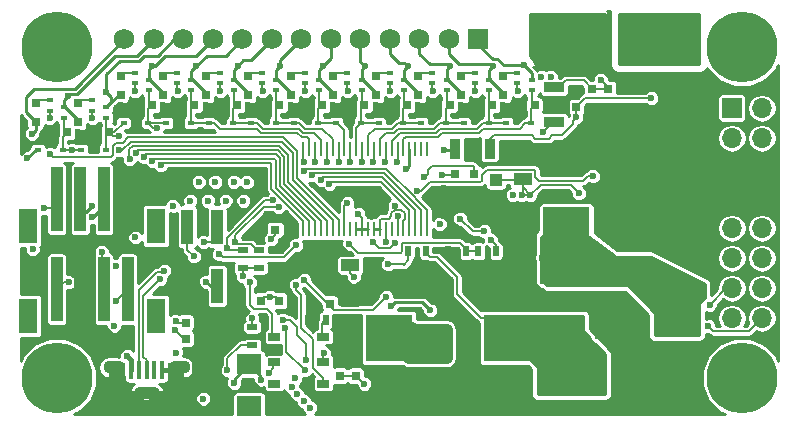
<source format=gtl>
%TF.GenerationSoftware,KiCad,Pcbnew,4.0.7*%
%TF.CreationDate,2018-05-06T22:33:30+03:00*%
%TF.ProjectId,FlexiBMS,466C657869424D532E6B696361645F70,rev?*%
%TF.FileFunction,Copper,L1,Top,Signal*%
%FSLAX46Y46*%
G04 Gerber Fmt 4.6, Leading zero omitted, Abs format (unit mm)*
G04 Created by KiCad (PCBNEW 4.0.7) date 05/06/18 22:33:30*
%MOMM*%
%LPD*%
G01*
G04 APERTURE LIST*
%ADD10C,0.100000*%
%ADD11C,6.000000*%
%ADD12R,1.750000X1.750000*%
%ADD13C,1.750000*%
%ADD14R,0.800000X0.750000*%
%ADD15R,0.750000X0.800000*%
%ADD16R,1.600000X1.000000*%
%ADD17R,4.000000X2.500000*%
%ADD18R,0.800000X0.800000*%
%ADD19R,0.600000X0.450000*%
%ADD20R,1.100000X1.100000*%
%ADD21R,0.450000X1.380000*%
%ADD22R,1.475000X2.100000*%
%ADD23R,2.375000X1.900000*%
%ADD24R,1.175000X1.900000*%
%ADD25R,0.900000X1.700000*%
%ADD26R,1.700000X0.900000*%
%ADD27R,2.100000X1.700000*%
%ADD28R,0.500000X0.900000*%
%ADD29R,0.900000X0.500000*%
%ADD30R,1.050000X0.650000*%
%ADD31R,4.000000X4.000000*%
%ADD32R,1.700000X1.700000*%
%ADD33O,1.700000X1.700000*%
%ADD34R,0.250000X1.250000*%
%ADD35R,1.000000X5.500000*%
%ADD36R,1.600000X3.000000*%
%ADD37R,0.600000X0.400000*%
%ADD38R,0.450000X1.500000*%
%ADD39O,1.800000X1.100000*%
%ADD40O,2.200000X1.100000*%
%ADD41R,3.500000X1.600000*%
%ADD42R,1.000000X3.000000*%
%ADD43C,0.600000*%
%ADD44C,0.180000*%
%ADD45C,0.600000*%
%ADD46C,0.250000*%
%ADD47C,0.400000*%
%ADD48C,1.000000*%
%ADD49C,0.254000*%
G04 APERTURE END LIST*
D10*
D11*
X201500000Y-81500000D03*
X201500000Y-53500000D03*
X143500000Y-81500000D03*
D12*
X179200000Y-52800000D03*
D13*
X176700000Y-52800000D03*
X174200000Y-52800000D03*
X171700000Y-52800000D03*
X169200000Y-52800000D03*
X166700000Y-52800000D03*
X164200000Y-52800000D03*
X161700000Y-52800000D03*
X159200000Y-52800000D03*
X156700000Y-52800000D03*
X154200000Y-52800000D03*
X151700000Y-52800000D03*
X149200000Y-52800000D03*
D14*
X160500000Y-68950000D03*
X162000000Y-68950000D03*
D15*
X160750000Y-73450000D03*
X160750000Y-74950000D03*
X162350000Y-73450000D03*
X162350000Y-74950000D03*
D14*
X182450000Y-58400000D03*
X183950000Y-58400000D03*
X178850000Y-58400000D03*
X180350000Y-58400000D03*
X175250000Y-58400000D03*
X176750000Y-58400000D03*
X171650000Y-58400000D03*
X173150000Y-58400000D03*
X168050000Y-58400000D03*
X169550000Y-58400000D03*
X164450000Y-58400000D03*
X165950000Y-58400000D03*
X160850000Y-58400000D03*
X162350000Y-58400000D03*
X157250000Y-58400000D03*
X158750000Y-58400000D03*
X153650000Y-58400000D03*
X155150000Y-58400000D03*
X150050000Y-58400000D03*
X151550000Y-58400000D03*
X146450000Y-60700000D03*
X147950000Y-60700000D03*
X142850000Y-60700000D03*
X144350000Y-60700000D03*
D16*
X182950000Y-64650000D03*
X182950000Y-67650000D03*
D15*
X187500000Y-57050000D03*
X187500000Y-58550000D03*
X190200000Y-58550000D03*
X190200000Y-57050000D03*
X188850000Y-58550000D03*
X188850000Y-57050000D03*
D16*
X168350000Y-71950000D03*
X168350000Y-74950000D03*
D15*
X167450000Y-82800000D03*
X167450000Y-81300000D03*
D17*
X186650000Y-68250000D03*
X194650000Y-68250000D03*
D15*
X168800000Y-81300000D03*
X168800000Y-82800000D03*
D18*
X154400000Y-78200000D03*
X156000000Y-78200000D03*
X177200000Y-64200000D03*
X178800000Y-64200000D03*
D19*
X183650000Y-59900000D03*
X181550000Y-59900000D03*
D18*
X181300000Y-55900000D03*
X181300000Y-57500000D03*
D19*
X180050000Y-59900000D03*
X177950000Y-59900000D03*
D18*
X177700000Y-55900000D03*
X177700000Y-57500000D03*
D19*
X176450000Y-59900000D03*
X174350000Y-59900000D03*
D18*
X174100000Y-55900000D03*
X174100000Y-57500000D03*
D19*
X172850000Y-59900000D03*
X170750000Y-59900000D03*
D18*
X170500000Y-55900000D03*
X170500000Y-57500000D03*
D19*
X169250000Y-59900000D03*
X167150000Y-59900000D03*
D18*
X166900000Y-55900000D03*
X166900000Y-57500000D03*
D19*
X165650000Y-59900000D03*
X163550000Y-59900000D03*
D18*
X163300000Y-55900000D03*
X163300000Y-57500000D03*
D19*
X162050000Y-59900000D03*
X159950000Y-59900000D03*
D18*
X159700000Y-55900000D03*
X159700000Y-57500000D03*
D19*
X158450000Y-59900000D03*
X156350000Y-59900000D03*
D18*
X156100000Y-55900000D03*
X156100000Y-57500000D03*
D19*
X154850000Y-59900000D03*
X152750000Y-59900000D03*
D18*
X152500000Y-55900000D03*
X152500000Y-57500000D03*
D19*
X151250000Y-59900000D03*
X149150000Y-59900000D03*
D18*
X148900000Y-55900000D03*
X148900000Y-57500000D03*
D19*
X147650000Y-62200000D03*
X145550000Y-62200000D03*
D18*
X145300000Y-58200000D03*
X145300000Y-59800000D03*
D19*
X144000000Y-62200000D03*
X141900000Y-62200000D03*
D18*
X141700000Y-58200000D03*
X141700000Y-59800000D03*
D20*
X180700000Y-64700000D03*
X180700000Y-67500000D03*
D21*
X149800000Y-80840000D03*
X150450000Y-80840000D03*
X151100000Y-80840000D03*
X151750000Y-80840000D03*
X152400000Y-80840000D03*
D22*
X148637500Y-81200000D03*
X153562500Y-81200000D03*
D23*
X148190000Y-83500000D03*
X154010000Y-83500000D03*
D24*
X150260000Y-83500000D03*
X151940000Y-83500000D03*
D25*
X180150000Y-62100000D03*
X177250000Y-62100000D03*
D26*
X185600000Y-59800000D03*
X185600000Y-56900000D03*
D27*
X159800000Y-80350000D03*
X156000000Y-80350000D03*
X159800000Y-83850000D03*
D28*
X166250000Y-76600000D03*
X164750000Y-76600000D03*
D29*
X160650000Y-72200000D03*
X160650000Y-70700000D03*
X159250000Y-72200000D03*
X159250000Y-70700000D03*
X160050000Y-78700000D03*
X160050000Y-77200000D03*
D28*
X178150000Y-70750000D03*
X176650000Y-70750000D03*
X174750000Y-70750000D03*
X173250000Y-70750000D03*
X180700000Y-70750000D03*
X179200000Y-70750000D03*
D30*
X166075000Y-84150000D03*
X161925000Y-84150000D03*
X166075000Y-82000000D03*
X161925000Y-82000000D03*
X161925000Y-78025000D03*
X166075000Y-78025000D03*
X161925000Y-80175000D03*
X166075000Y-80175000D03*
D31*
X181600000Y-78100000D03*
X171600000Y-78100000D03*
D18*
X154400000Y-76800000D03*
X156000000Y-76800000D03*
D32*
X200660000Y-58640000D03*
D33*
X203200000Y-58640000D03*
X200660000Y-61180000D03*
X203200000Y-61180000D03*
X200660000Y-63720000D03*
X203200000Y-63720000D03*
X200660000Y-66260000D03*
X203200000Y-66260000D03*
X200660000Y-68800000D03*
X203200000Y-68800000D03*
X200660000Y-71340000D03*
X203200000Y-71340000D03*
X200660000Y-73880000D03*
X203200000Y-73880000D03*
X200660000Y-76420000D03*
X203200000Y-76420000D03*
D34*
X174850000Y-68900000D03*
X174350000Y-68900000D03*
X173850000Y-68900000D03*
X173350000Y-68900000D03*
X172350000Y-68900000D03*
X171350000Y-68900000D03*
X172850000Y-68900000D03*
X171850000Y-68900000D03*
X169850000Y-68900000D03*
X168850000Y-68900000D03*
X167850000Y-68900000D03*
X167350000Y-68900000D03*
X170350000Y-68900000D03*
X169350000Y-68900000D03*
X170850000Y-68900000D03*
X168350000Y-68900000D03*
X165850000Y-68900000D03*
X164850000Y-68900000D03*
X166350000Y-68900000D03*
X165350000Y-68900000D03*
X166850000Y-68900000D03*
X164350000Y-68900000D03*
X174850000Y-62100000D03*
X174350000Y-62100000D03*
X173850000Y-62100000D03*
X173350000Y-62100000D03*
X172850000Y-62100000D03*
X172350000Y-62100000D03*
X171350000Y-62100000D03*
X170850000Y-62100000D03*
X171850000Y-62100000D03*
X170350000Y-62100000D03*
X169850000Y-62100000D03*
X168850000Y-62100000D03*
X169350000Y-62100000D03*
X168350000Y-62100000D03*
X167850000Y-62100000D03*
X166850000Y-62100000D03*
X167350000Y-62100000D03*
X166350000Y-62100000D03*
X165850000Y-62100000D03*
X164850000Y-62100000D03*
X165350000Y-62100000D03*
X164350000Y-62100000D03*
D35*
X149500000Y-66375000D03*
X147500000Y-66375000D03*
X145500000Y-66375000D03*
X143500000Y-66375000D03*
D36*
X151900000Y-68625000D03*
X141100000Y-68625000D03*
D35*
X149500000Y-74000000D03*
X147500000Y-74000000D03*
X145500000Y-74000000D03*
X143500000Y-74000000D03*
D36*
X151900000Y-76250000D03*
X141100000Y-76250000D03*
D37*
X183700000Y-56250000D03*
X183700000Y-57150000D03*
X182500000Y-55650000D03*
X182500000Y-56550000D03*
X180100000Y-56250000D03*
X180100000Y-57150000D03*
X178900000Y-55650000D03*
X178900000Y-56550000D03*
X176500000Y-56250000D03*
X176500000Y-57150000D03*
X175300000Y-55650000D03*
X175300000Y-56550000D03*
X172900000Y-56250000D03*
X172900000Y-57150000D03*
X171700000Y-55650000D03*
X171700000Y-56550000D03*
X169300000Y-56250000D03*
X169300000Y-57150000D03*
X168100000Y-55650000D03*
X168100000Y-56550000D03*
X165700000Y-56250000D03*
X165700000Y-57150000D03*
X164500000Y-55650000D03*
X164500000Y-56550000D03*
X162100000Y-56250000D03*
X162100000Y-57150000D03*
X160900000Y-55650000D03*
X160900000Y-56550000D03*
X158500000Y-56250000D03*
X158500000Y-57150000D03*
X157300000Y-55650000D03*
X157300000Y-56550000D03*
X154900000Y-56250000D03*
X154900000Y-57150000D03*
X153700000Y-55650000D03*
X153700000Y-56550000D03*
X151300000Y-56250000D03*
X151300000Y-57150000D03*
X150100000Y-55650000D03*
X150100000Y-56550000D03*
X147700000Y-58550000D03*
X147700000Y-59450000D03*
X146500000Y-57950000D03*
X146500000Y-58850000D03*
X144100000Y-58550000D03*
X144100000Y-59450000D03*
X142900000Y-57950000D03*
X142900000Y-58850000D03*
D38*
X151100000Y-80850000D03*
X151750000Y-80850000D03*
X150450000Y-80850000D03*
X152400000Y-80850000D03*
X149800000Y-80850000D03*
D39*
X148300000Y-80600000D03*
X153900000Y-80600000D03*
D40*
X151100000Y-82750000D03*
D11*
X143500000Y-53500000D03*
D41*
X186400000Y-77000000D03*
X191800000Y-77000000D03*
D42*
X157070000Y-73720000D03*
X157070000Y-68680000D03*
X154530000Y-73720000D03*
X154530000Y-68680000D03*
D15*
X166650000Y-75200000D03*
X166650000Y-73700000D03*
D43*
X179100000Y-65550000D03*
X178600000Y-66050000D03*
X183900000Y-51100000D03*
X183900000Y-51900000D03*
X183900000Y-52700000D03*
X183900000Y-53500000D03*
X183900000Y-54300000D03*
X184700000Y-51100000D03*
X184700000Y-51900000D03*
X184700000Y-52700000D03*
X184700000Y-53500000D03*
X184700000Y-54300000D03*
X185500000Y-51100000D03*
X185500000Y-51900000D03*
X185500000Y-52700000D03*
X185500000Y-53500000D03*
X185500000Y-54300000D03*
X186300000Y-51100000D03*
X186300000Y-51900000D03*
X186300000Y-52700000D03*
X186300000Y-53500000D03*
X186300000Y-54300000D03*
X187100000Y-51100000D03*
X187100000Y-51900000D03*
X187100000Y-52700000D03*
X187100000Y-53500000D03*
X187100000Y-54300000D03*
X187900000Y-51100000D03*
X187900000Y-51900000D03*
X187900000Y-52700000D03*
X187900000Y-53500000D03*
X187900000Y-54300000D03*
X188700000Y-51100000D03*
X188700000Y-51900000D03*
X188700000Y-52700000D03*
X188700000Y-53500000D03*
X188700000Y-54300000D03*
X189500000Y-51100000D03*
X189500000Y-51900000D03*
X189500000Y-52700000D03*
X189500000Y-53500000D03*
X189500000Y-54300000D03*
X192200000Y-68000000D03*
X192200000Y-67250000D03*
X197100000Y-68000000D03*
X197100000Y-67250000D03*
X192400000Y-66550000D03*
X193150000Y-66550000D03*
X193900000Y-66550000D03*
X196900000Y-66550000D03*
X196150000Y-66550000D03*
X195400000Y-66550000D03*
X194650000Y-66550000D03*
X195300000Y-80850000D03*
X195300000Y-80100000D03*
X195300000Y-79350000D03*
X193800000Y-82350000D03*
X193050000Y-82350000D03*
X192300000Y-82350000D03*
X191550000Y-82350000D03*
X190800000Y-82350000D03*
X190800000Y-81600000D03*
X191550000Y-81600000D03*
X192300000Y-81600000D03*
X193050000Y-81600000D03*
X193800000Y-81600000D03*
X194550000Y-81600000D03*
X194550000Y-80850000D03*
X194550000Y-80100000D03*
X194550000Y-79350000D03*
X193800000Y-79350000D03*
X193800000Y-80100000D03*
X193800000Y-80850000D03*
X193050000Y-80850000D03*
X192300000Y-80850000D03*
X191550000Y-80850000D03*
X190800000Y-80850000D03*
X193050000Y-78150000D03*
X192300000Y-78150000D03*
X191550000Y-78150000D03*
X190800000Y-78150000D03*
X190050000Y-78150000D03*
X189300000Y-77900000D03*
X191500000Y-74400000D03*
X190750000Y-74400000D03*
X190000000Y-74400000D03*
X189250000Y-74400000D03*
X188500000Y-74400000D03*
X187750000Y-74400000D03*
X187000000Y-74400000D03*
X186250000Y-74400000D03*
X185500000Y-74400000D03*
X184700000Y-74400000D03*
X192850000Y-55850000D03*
X193700000Y-61050000D03*
X190400000Y-67750000D03*
X175873643Y-70730101D03*
X176307200Y-67799436D03*
X181800000Y-62200000D03*
X181800000Y-62950000D03*
X187950000Y-62200000D03*
X187250000Y-62200000D03*
X176318051Y-66181949D03*
X176300000Y-65450000D03*
X179200000Y-67850000D03*
X189300000Y-66400000D03*
X184400000Y-66350000D03*
X184169998Y-68850000D03*
X184169998Y-67100000D03*
X170599868Y-66596641D03*
X170154470Y-71703496D03*
X186634227Y-58351875D03*
X174050000Y-73900000D03*
X174050000Y-73100000D03*
X174050000Y-72350000D03*
X174650000Y-71850000D03*
X175450000Y-75050000D03*
X176250000Y-75050000D03*
X176250000Y-74250000D03*
X176250000Y-73450000D03*
X176250000Y-72650000D03*
X175400000Y-71850000D03*
X168100000Y-76900000D03*
X170200000Y-82570000D03*
X165450000Y-76600000D03*
X180300000Y-82450000D03*
X161350000Y-83400000D03*
X161266080Y-67627567D03*
X151700000Y-71400000D03*
X147250000Y-78100000D03*
X156800000Y-79050000D03*
X155450000Y-73700000D03*
X167329068Y-66581396D03*
X153150000Y-82400000D03*
X154000000Y-82400000D03*
X149050000Y-82400000D03*
X148200000Y-82400000D03*
X146500000Y-72450000D03*
X154300000Y-64449999D03*
X144500000Y-64900000D03*
X142950000Y-61550000D03*
X145300000Y-60700000D03*
X148900000Y-58400000D03*
X152500000Y-58400000D03*
X156100000Y-58400000D03*
X159700000Y-58400000D03*
X163300000Y-58400000D03*
X166900000Y-58400000D03*
X170500000Y-58400000D03*
X174100000Y-58400000D03*
X177700000Y-58400000D03*
X181300000Y-58400000D03*
X161550000Y-73750000D03*
X149450000Y-79650000D03*
X166100000Y-79400000D03*
X180281429Y-69845873D03*
X175921555Y-68477434D03*
X148368748Y-77057290D03*
X184650000Y-60680000D03*
X169550000Y-82000000D03*
X159250000Y-72900000D03*
X161450000Y-81050000D03*
X161650000Y-69750000D03*
X150150000Y-69600000D03*
X141450000Y-70605002D03*
X153600000Y-79350000D03*
X156147655Y-73351173D03*
X161550000Y-74650000D03*
X155900000Y-83250000D03*
X159300000Y-66500000D03*
X157800000Y-66500000D03*
X156300000Y-66500000D03*
X154800000Y-66500000D03*
X153300000Y-66900000D03*
X148500000Y-72000000D03*
X169030002Y-67600000D03*
X173100000Y-63800000D03*
X152300000Y-63500000D03*
X151980002Y-60300000D03*
X150892555Y-62796543D03*
X148795873Y-61018571D03*
X149663533Y-62975041D03*
X144800000Y-62230000D03*
X197100000Y-54300000D03*
X197100000Y-51900000D03*
X197100000Y-53500000D03*
X197100000Y-51100000D03*
X197100000Y-52700000D03*
X196300000Y-54300000D03*
X196300000Y-51900000D03*
X196300000Y-53500000D03*
X196300000Y-51100000D03*
X196300000Y-52700000D03*
X195500000Y-54300000D03*
X195500000Y-51900000D03*
X195500000Y-53500000D03*
X195500000Y-51100000D03*
X195500000Y-52700000D03*
X194700000Y-54300000D03*
X194700000Y-51900000D03*
X194700000Y-53500000D03*
X194700000Y-51100000D03*
X194700000Y-52700000D03*
X193900000Y-54300000D03*
X193900000Y-51900000D03*
X193900000Y-53500000D03*
X193900000Y-51100000D03*
X193900000Y-52700000D03*
X193100000Y-54300000D03*
X193100000Y-51900000D03*
X193100000Y-53500000D03*
X193100000Y-51100000D03*
X193100000Y-52700000D03*
X192300000Y-54300000D03*
X192300000Y-51900000D03*
X192300000Y-53500000D03*
X192300000Y-51100000D03*
X192300000Y-52700000D03*
X191500000Y-51100000D03*
X191500000Y-51900000D03*
X191500000Y-52700000D03*
X191500000Y-53500000D03*
X191500000Y-54300000D03*
X187500000Y-59400000D03*
X193850000Y-57800000D03*
X189550000Y-56250000D03*
X171550000Y-71850000D03*
X168650000Y-72909998D03*
X153500000Y-77450000D03*
X176100000Y-64300000D03*
X174619998Y-64500000D03*
X172400000Y-67800000D03*
X176300000Y-62200000D03*
X180400000Y-55100000D03*
X176800000Y-55100000D03*
X173200000Y-55100000D03*
X169600000Y-55100000D03*
X166000000Y-55100000D03*
X162400000Y-55100000D03*
X158800000Y-55100000D03*
X155300000Y-55100000D03*
X151600000Y-55100000D03*
X147700000Y-57300000D03*
X144461393Y-57605000D03*
X142900000Y-62500000D03*
X141000000Y-62900000D03*
X141400000Y-60800000D03*
X174900000Y-79800000D03*
X175700000Y-79800000D03*
X176550000Y-79800000D03*
X176550000Y-79000000D03*
X176550000Y-78200000D03*
X176550000Y-77400000D03*
X175750000Y-77400000D03*
X174900000Y-77400000D03*
X174900000Y-78200000D03*
X175700000Y-78200000D03*
X175700000Y-79000000D03*
X174900000Y-79000000D03*
X174100000Y-79000000D03*
X152600000Y-72400000D03*
X152239651Y-73121319D03*
X155950000Y-70000000D03*
X155100000Y-71200000D03*
X142400000Y-67100000D03*
X183038148Y-55033241D03*
X157950000Y-80850000D03*
X172300000Y-63200000D03*
X182520000Y-57200000D03*
X171300000Y-63200000D03*
X178920000Y-57200000D03*
X170300000Y-63200000D03*
X175320000Y-57200000D03*
X169300000Y-63200000D03*
X171720000Y-57200000D03*
X168300000Y-63200000D03*
X168120000Y-57200000D03*
X167400000Y-63200000D03*
X164520000Y-57200000D03*
X166400000Y-63200000D03*
X160920000Y-57200000D03*
X165400000Y-63200000D03*
X157320000Y-57200000D03*
X164400000Y-63200000D03*
X153720000Y-57200000D03*
X151600000Y-63125061D03*
X150120000Y-57200000D03*
X150200000Y-62405041D03*
X146520000Y-59500000D03*
X148790001Y-62194158D03*
X142900000Y-59500000D03*
X175123134Y-75758210D03*
X171800000Y-75400000D03*
X170300000Y-70005002D03*
X172120932Y-70068604D03*
X159850000Y-73400000D03*
X164630000Y-80000000D03*
X185314817Y-55969998D03*
X162640010Y-76555002D03*
X162300000Y-67000000D03*
X158620000Y-70005027D03*
X162840000Y-77298579D03*
X164500000Y-80850000D03*
X184535337Y-56020673D03*
X161770570Y-66427194D03*
X157915526Y-70513186D03*
X160050000Y-76450000D03*
X156900000Y-64900000D03*
X166587123Y-65060021D03*
X159600000Y-64910011D03*
X165854839Y-64700011D03*
X158500000Y-64900000D03*
X165113947Y-64340001D03*
X155500000Y-64900000D03*
X164399999Y-63980001D03*
X163389571Y-82262476D03*
X163674942Y-81536552D03*
X198780000Y-75300000D03*
X164421568Y-83456273D03*
X164950000Y-84030000D03*
X198650870Y-77100000D03*
X163859929Y-82886273D03*
X168264950Y-70114950D03*
X179681828Y-69058152D03*
X177650000Y-68000000D03*
X171350000Y-69950000D03*
X153550000Y-76650000D03*
X147300000Y-70800000D03*
X168100000Y-66700000D03*
X188750000Y-82400000D03*
X188000000Y-82400000D03*
X187250000Y-82400000D03*
X186500000Y-82400000D03*
X185750000Y-82400000D03*
X185000000Y-82400000D03*
X188750000Y-81650000D03*
X188000000Y-81650000D03*
X187250000Y-81650000D03*
X186500000Y-81650000D03*
X185750000Y-81650000D03*
X185000000Y-81650000D03*
X188750000Y-80900000D03*
X188000000Y-80900000D03*
X187250000Y-80900000D03*
X186500000Y-80900000D03*
X185750000Y-80900000D03*
X185000000Y-80900000D03*
X188750000Y-79000000D03*
X188000000Y-79000000D03*
X187250000Y-79000000D03*
X186500000Y-79000000D03*
X185750000Y-79000000D03*
X185000000Y-79000000D03*
X172100000Y-66900000D03*
X183600000Y-66000000D03*
X182100000Y-66000000D03*
X182850000Y-66000000D03*
X187694998Y-65850011D03*
X194400000Y-75350000D03*
X195150000Y-75350000D03*
X195900000Y-75350000D03*
X196650000Y-75350000D03*
X197400000Y-75350000D03*
X197400000Y-76100000D03*
X196650000Y-76100000D03*
X195900000Y-76100000D03*
X195150000Y-76100000D03*
X194400000Y-76100000D03*
X194400000Y-76850000D03*
X195150000Y-76850000D03*
X195900000Y-76850000D03*
X196650000Y-76850000D03*
X196643687Y-77593687D03*
X195900000Y-77600000D03*
X195150000Y-77600000D03*
X194400000Y-77600000D03*
X187600000Y-71300000D03*
X186850000Y-71300000D03*
X186100000Y-71300000D03*
X185350000Y-71300000D03*
X193000000Y-73300000D03*
X192250000Y-73300000D03*
X191500000Y-73300000D03*
X190750000Y-73300000D03*
X190000000Y-73300000D03*
X189250000Y-73300000D03*
X188500000Y-73300000D03*
X187750000Y-73300000D03*
X187000000Y-73300000D03*
X186250000Y-73300000D03*
X185500000Y-73300000D03*
X184700000Y-73300000D03*
X184600000Y-71300000D03*
X148500000Y-74950000D03*
X163760010Y-73600000D03*
X157250000Y-71000000D03*
X163771781Y-70236542D03*
X174033051Y-65623052D03*
X188880002Y-64400000D03*
X146480002Y-67900000D03*
X146500000Y-66900000D03*
X144519998Y-73400000D03*
X171378117Y-74652499D03*
X164430851Y-73202037D03*
X158520000Y-81900000D03*
X160821218Y-81640802D03*
D44*
X178600000Y-66050000D02*
X179100000Y-65550000D01*
X184700000Y-54300000D02*
X183900000Y-54300000D01*
X185500000Y-54300000D02*
X184700000Y-54300000D01*
X186300000Y-54300000D02*
X185500000Y-54300000D01*
X187100000Y-54300000D02*
X186300000Y-54300000D01*
X187900000Y-54300000D02*
X187100000Y-54300000D01*
X188700000Y-54300000D02*
X187900000Y-54300000D01*
X189500000Y-54300000D02*
X188700000Y-54300000D01*
X183900000Y-54300000D02*
X183900000Y-53500000D01*
X183900000Y-52700000D02*
X183900000Y-51900000D01*
X184700000Y-54300000D02*
X184700000Y-53500000D01*
X184700000Y-52700000D02*
X184700000Y-51900000D01*
X185500000Y-54300000D02*
X185500000Y-53500000D01*
X185500000Y-52700000D02*
X185500000Y-51900000D01*
X186300000Y-54300000D02*
X186300000Y-53500000D01*
X186300000Y-52700000D02*
X186300000Y-51900000D01*
X187100000Y-54300000D02*
X187100000Y-53500000D01*
X187100000Y-52700000D02*
X187100000Y-51900000D01*
X187900000Y-54300000D02*
X187900000Y-53500000D01*
X187900000Y-52700000D02*
X187900000Y-51900000D01*
X188700000Y-54300000D02*
X188700000Y-53500000D01*
X188700000Y-52700000D02*
X188700000Y-51900000D01*
X189500000Y-52700000D02*
X189500000Y-51900000D01*
X189500000Y-54300000D02*
X189500000Y-53500000D01*
D45*
X192400000Y-66550000D02*
X192400000Y-67050000D01*
X192400000Y-67050000D02*
X192200000Y-67250000D01*
X196900000Y-66550000D02*
X196900000Y-67050000D01*
X196900000Y-67050000D02*
X197100000Y-67250000D01*
X193900000Y-66550000D02*
X193150000Y-66550000D01*
X194650000Y-66550000D02*
X193900000Y-66550000D01*
X195400000Y-66550000D02*
X196150000Y-66550000D01*
X194650000Y-68250000D02*
X194650000Y-66550000D01*
D44*
X195300000Y-79350000D02*
X195300000Y-80100000D01*
X193050000Y-82350000D02*
X193800000Y-82350000D01*
X191550000Y-82350000D02*
X192300000Y-82350000D01*
X190800000Y-81600000D02*
X190800000Y-82350000D01*
X192300000Y-81600000D02*
X191550000Y-81600000D01*
X193800000Y-81600000D02*
X193050000Y-81600000D01*
X194550000Y-80850000D02*
X194550000Y-81600000D01*
X194550000Y-79350000D02*
X194550000Y-80100000D01*
X193800000Y-80100000D02*
X193800000Y-79350000D01*
X193050000Y-80850000D02*
X193800000Y-80850000D01*
X191550000Y-80850000D02*
X192300000Y-80850000D01*
X190800000Y-78150000D02*
X190800000Y-80850000D01*
X191800000Y-77000000D02*
X191800000Y-77980000D01*
X191800000Y-77980000D02*
X191970000Y-78150000D01*
X191970000Y-78150000D02*
X192625736Y-78150000D01*
X192625736Y-78150000D02*
X193050000Y-78150000D01*
X192300000Y-78150000D02*
X193050000Y-78150000D01*
X190800000Y-78150000D02*
X191550000Y-78150000D01*
X189300000Y-77900000D02*
X189800000Y-77900000D01*
X189800000Y-77900000D02*
X190050000Y-78150000D01*
X190000000Y-74400000D02*
X190750000Y-74400000D01*
X188500000Y-74400000D02*
X189250000Y-74400000D01*
X187000000Y-74400000D02*
X187750000Y-74400000D01*
X185500000Y-74400000D02*
X186250000Y-74400000D01*
X175873643Y-70730101D02*
X176630101Y-70730101D01*
X176630101Y-70730101D02*
X176650000Y-70750000D01*
X181800000Y-62200000D02*
X181800000Y-62950000D01*
X181750000Y-62900000D02*
X181800000Y-62950000D01*
X187250000Y-62200000D02*
X187950000Y-62200000D01*
X179200000Y-67850000D02*
X180350000Y-67850000D01*
X180350000Y-67850000D02*
X180700000Y-67500000D01*
X182950000Y-67650000D02*
X183619998Y-67650000D01*
X183619998Y-67650000D02*
X184169998Y-67100000D01*
X180700000Y-67500000D02*
X182800000Y-67500000D01*
X182800000Y-67500000D02*
X182950000Y-67650000D01*
X168350000Y-74950000D02*
X168350000Y-74270000D01*
X168350000Y-74270000D02*
X170154470Y-72465530D01*
X170154470Y-72465530D02*
X170154470Y-71703496D01*
X186634227Y-58351875D02*
X186634227Y-57915773D01*
X186634227Y-57915773D02*
X187500000Y-57050000D01*
X188850000Y-58550000D02*
X190200000Y-58550000D01*
X174050000Y-73100000D02*
X174050000Y-73900000D01*
X174650000Y-71850000D02*
X174550000Y-71850000D01*
X174550000Y-71850000D02*
X174050000Y-72350000D01*
X176250000Y-74250000D02*
X176250000Y-75050000D01*
X176250000Y-72650000D02*
X176250000Y-73450000D01*
X166650000Y-73700000D02*
X166650000Y-73550000D01*
X168800000Y-82800000D02*
X169970000Y-82800000D01*
X169970000Y-82800000D02*
X170200000Y-82570000D01*
X167450000Y-82800000D02*
X168800000Y-82800000D01*
X164750000Y-76600000D02*
X165450000Y-76600000D01*
X161825000Y-84150000D02*
X161825000Y-83875000D01*
X161825000Y-83875000D02*
X161350000Y-83400000D01*
X160500000Y-68950000D02*
X160500000Y-68393647D01*
X160500000Y-68393647D02*
X161266080Y-67627567D01*
X156000000Y-78200000D02*
X156000000Y-78250000D01*
X156000000Y-78250000D02*
X156800000Y-79050000D01*
X156000000Y-76800000D02*
X156000000Y-78200000D01*
X156700000Y-79450000D02*
X156800000Y-79350000D01*
X156800000Y-79350000D02*
X156800000Y-79050000D01*
X156000000Y-80150000D02*
X156700000Y-79450000D01*
X156000000Y-80350000D02*
X156000000Y-80150000D01*
D46*
X154530000Y-73720000D02*
X155430000Y-73720000D01*
D44*
X155430000Y-73720000D02*
X155450000Y-73700000D01*
D47*
X153562500Y-81200000D02*
X153562500Y-81962500D01*
X153562500Y-81962500D02*
X154000000Y-82400000D01*
X148637500Y-81200000D02*
X148637500Y-81962500D01*
X148637500Y-81962500D02*
X148200000Y-82400000D01*
X151940000Y-83500000D02*
X154010000Y-83500000D01*
X151940000Y-83500000D02*
X150260000Y-83500000D01*
X148190000Y-83500000D02*
X150260000Y-83500000D01*
X148637500Y-81200000D02*
X148637500Y-83052500D01*
X148637500Y-83052500D02*
X148190000Y-83500000D01*
X153562500Y-81200000D02*
X153562500Y-83052500D01*
X153562500Y-83052500D02*
X154010000Y-83500000D01*
X152400000Y-80840000D02*
X153202500Y-80840000D01*
X153202500Y-80840000D02*
X153562500Y-81200000D01*
D44*
X149500000Y-66375000D02*
X152374999Y-66375000D01*
X152374999Y-66375000D02*
X154300000Y-64449999D01*
X146500000Y-72450000D02*
X145500000Y-73450000D01*
X145500000Y-73450000D02*
X145500000Y-74000000D01*
X142850000Y-60700000D02*
X142850000Y-61450000D01*
X142850000Y-61450000D02*
X142950000Y-61550000D01*
X146450000Y-60700000D02*
X145300000Y-60700000D01*
X150050000Y-58400000D02*
X148900000Y-58400000D01*
X153650000Y-58400000D02*
X152500000Y-58400000D01*
X157250000Y-58400000D02*
X156100000Y-58400000D01*
X160850000Y-58400000D02*
X159700000Y-58400000D01*
X164450000Y-58400000D02*
X163300000Y-58400000D01*
X168050000Y-58400000D02*
X166900000Y-58400000D01*
X171650000Y-58400000D02*
X170500000Y-58400000D01*
X175250000Y-58400000D02*
X174100000Y-58400000D01*
X178850000Y-58400000D02*
X177700000Y-58400000D01*
X182450000Y-58400000D02*
X181300000Y-58400000D01*
X161550000Y-73750000D02*
X161050000Y-73750000D01*
X161050000Y-73750000D02*
X160750000Y-73450000D01*
X161550000Y-73750000D02*
X162050000Y-73750000D01*
X162050000Y-73750000D02*
X162350000Y-73450000D01*
D47*
X149800000Y-80840000D02*
X149800000Y-80000000D01*
X149800000Y-80000000D02*
X149450000Y-79650000D01*
D44*
X166075000Y-80175000D02*
X166075000Y-79425000D01*
X166075000Y-79425000D02*
X166100000Y-79400000D01*
X180700000Y-70750000D02*
X180700000Y-70264444D01*
X180700000Y-70264444D02*
X180281429Y-69845873D01*
X185600000Y-59800000D02*
X185530000Y-59800000D01*
X185530000Y-59800000D02*
X184650000Y-60680000D01*
X168800000Y-81300000D02*
X168850000Y-81300000D01*
X168850000Y-81300000D02*
X169550000Y-82000000D01*
X168800000Y-81300000D02*
X167450000Y-81300000D01*
X159250000Y-72200000D02*
X159250000Y-72900000D01*
X159250000Y-72200000D02*
X160650000Y-72200000D01*
X161825000Y-80275000D02*
X161825000Y-80675000D01*
X161825000Y-80675000D02*
X161450000Y-81050000D01*
X162000000Y-68950000D02*
X162000000Y-69400000D01*
X162000000Y-69400000D02*
X161650000Y-69750000D01*
D46*
X157070000Y-73720000D02*
X156516482Y-73720000D01*
X156516482Y-73720000D02*
X156147655Y-73351173D01*
D44*
X161550000Y-74650000D02*
X161050000Y-74650000D01*
X161050000Y-74650000D02*
X160750000Y-74950000D01*
X161550000Y-74650000D02*
X162050000Y-74650000D01*
X162050000Y-74650000D02*
X162350000Y-74950000D01*
X169350000Y-68900000D02*
X169350000Y-67919998D01*
X169350000Y-67919998D02*
X169030002Y-67600000D01*
D46*
X169350000Y-68900000D02*
X169850000Y-68900000D01*
X168850000Y-68900000D02*
X169350000Y-68900000D01*
X173350000Y-62100000D02*
X173350000Y-63550000D01*
X173350000Y-63550000D02*
X173100000Y-63800000D01*
D44*
X183700000Y-57150000D02*
X183700000Y-58150000D01*
X183700000Y-58150000D02*
X183950000Y-58400000D01*
X183650000Y-59900000D02*
X183650000Y-58700000D01*
X183650000Y-58700000D02*
X183950000Y-58400000D01*
X179584130Y-60395001D02*
X182674999Y-60395001D01*
X182674999Y-60395001D02*
X183170000Y-59900000D01*
X183170000Y-59900000D02*
X183650000Y-59900000D01*
X176133250Y-60755011D02*
X179224120Y-60755011D01*
X179224120Y-60755011D02*
X179584130Y-60395001D01*
X172850000Y-62100000D02*
X172850000Y-61295000D01*
X172850000Y-61295000D02*
X173029979Y-61115021D01*
X173029979Y-61115021D02*
X175773240Y-61115021D01*
X175773240Y-61115021D02*
X176133250Y-60755011D01*
X180100000Y-57150000D02*
X180100000Y-58150000D01*
X180100000Y-58150000D02*
X180350000Y-58400000D01*
X180050000Y-59900000D02*
X181550000Y-59900000D01*
X180050000Y-59900000D02*
X180050000Y-58700000D01*
X180050000Y-58700000D02*
X180350000Y-58400000D01*
X172533250Y-60755011D02*
X175624120Y-60755011D01*
X175624120Y-60755011D02*
X175984130Y-60395001D01*
X175984130Y-60395001D02*
X179074999Y-60395001D01*
X179074999Y-60395001D02*
X179570000Y-59900000D01*
X179570000Y-59900000D02*
X180050000Y-59900000D01*
X171850000Y-62100000D02*
X171850000Y-61438261D01*
X171850000Y-61438261D02*
X172533250Y-60755011D01*
X176500000Y-57150000D02*
X176500000Y-58150000D01*
X176500000Y-58150000D02*
X176750000Y-58400000D01*
X176450000Y-59900000D02*
X177950000Y-59900000D01*
X176450000Y-59900000D02*
X176450000Y-58700000D01*
X176450000Y-58700000D02*
X176750000Y-58400000D01*
X170850000Y-62100000D02*
X170850000Y-61295000D01*
X170850000Y-61295000D02*
X171389989Y-60755011D01*
X171389989Y-60755011D02*
X172024120Y-60755011D01*
X172024120Y-60755011D02*
X172384130Y-60395001D01*
X172384130Y-60395001D02*
X175474999Y-60395001D01*
X175474999Y-60395001D02*
X175970000Y-59900000D01*
X175970000Y-59900000D02*
X176450000Y-59900000D01*
X172900000Y-57150000D02*
X172900000Y-58150000D01*
X172900000Y-58150000D02*
X173150000Y-58400000D01*
X172850000Y-59900000D02*
X174350000Y-59900000D01*
X172850000Y-59900000D02*
X172850000Y-58700000D01*
X172850000Y-58700000D02*
X173150000Y-58400000D01*
X170400000Y-60395001D02*
X171874999Y-60395001D01*
X171874999Y-60395001D02*
X172370000Y-59900000D01*
X172370000Y-59900000D02*
X172850000Y-59900000D01*
X169850000Y-60945001D02*
X170400000Y-60395001D01*
X169850000Y-62100000D02*
X169850000Y-60945001D01*
X169300000Y-57150000D02*
X169300000Y-58150000D01*
X169300000Y-58150000D02*
X169550000Y-58400000D01*
X169250000Y-59900000D02*
X170750000Y-59900000D01*
X169250000Y-59900000D02*
X169250000Y-58700000D01*
X169250000Y-58700000D02*
X169550000Y-58400000D01*
X168850000Y-62100000D02*
X168850000Y-60300000D01*
X168850000Y-60300000D02*
X169250000Y-59900000D01*
X165700000Y-57150000D02*
X165700000Y-58150000D01*
X165700000Y-58150000D02*
X165950000Y-58400000D01*
X165650000Y-59900000D02*
X167150000Y-59900000D01*
X165650000Y-59900000D02*
X165650000Y-58700000D01*
X165650000Y-58700000D02*
X165950000Y-58400000D01*
X167850000Y-62100000D02*
X167850000Y-60525000D01*
X167850000Y-60525000D02*
X167225000Y-59900000D01*
X167225000Y-59900000D02*
X167150000Y-59900000D01*
X162100000Y-57150000D02*
X162100000Y-58150000D01*
X162100000Y-58150000D02*
X162350000Y-58400000D01*
X162050000Y-59900000D02*
X162050000Y-58700000D01*
X162050000Y-58700000D02*
X162350000Y-58400000D01*
X162050000Y-59900000D02*
X163550000Y-59900000D01*
X166850000Y-62100000D02*
X166850000Y-61295000D01*
X166850000Y-61295000D02*
X165950001Y-60395001D01*
X165950001Y-60395001D02*
X164525001Y-60395001D01*
X164525001Y-60395001D02*
X164030000Y-59900000D01*
X164030000Y-59900000D02*
X163550000Y-59900000D01*
X158500000Y-57150000D02*
X158500000Y-58150000D01*
X158500000Y-58150000D02*
X158750000Y-58400000D01*
X158450000Y-59900000D02*
X159950000Y-59900000D01*
X158450000Y-59900000D02*
X158450000Y-58700000D01*
X158450000Y-58700000D02*
X158750000Y-58400000D01*
X164015871Y-60395001D02*
X164375881Y-60755011D01*
X159950000Y-59900000D02*
X160430000Y-59900000D01*
X160430000Y-59900000D02*
X160925001Y-60395001D01*
X160925001Y-60395001D02*
X164015871Y-60395001D01*
X165850000Y-62100000D02*
X165850000Y-61363998D01*
X165850000Y-61363998D02*
X165241013Y-60755011D01*
X165241013Y-60755011D02*
X164375881Y-60755011D01*
X154900000Y-57150000D02*
X154900000Y-58150000D01*
X154900000Y-58150000D02*
X155150000Y-58400000D01*
X154850000Y-59900000D02*
X156350000Y-59900000D01*
X154850000Y-59900000D02*
X154850000Y-58700000D01*
X154850000Y-58700000D02*
X155150000Y-58400000D01*
X164850000Y-62100000D02*
X164850000Y-61295000D01*
X164850000Y-61295000D02*
X164670021Y-61115021D01*
X164670021Y-61115021D02*
X164226761Y-61115021D01*
X164226761Y-61115021D02*
X163866751Y-60755011D01*
X163866751Y-60755011D02*
X160775880Y-60755011D01*
X160775880Y-60755011D02*
X160415871Y-60395001D01*
X160415871Y-60395001D02*
X157325001Y-60395001D01*
X157325001Y-60395001D02*
X156830000Y-59900000D01*
X156830000Y-59900000D02*
X156350000Y-59900000D01*
X161575081Y-63275081D02*
X152500000Y-63275081D01*
X152300000Y-63500000D02*
X152300000Y-63475081D01*
X152300000Y-63475081D02*
X152500000Y-63275081D01*
X151980002Y-60300000D02*
X151650000Y-60300000D01*
X151650000Y-60300000D02*
X151250000Y-59900000D01*
X161575081Y-63275081D02*
X161669939Y-63369939D01*
X161669939Y-63369939D02*
X161669939Y-65520461D01*
X164324741Y-68175261D02*
X164324741Y-68874741D01*
X161669939Y-65520461D02*
X164324741Y-68175261D01*
X164324741Y-68874741D02*
X164350000Y-68900000D01*
X164350000Y-68900000D02*
X164350000Y-68400000D01*
X151300000Y-57150000D02*
X151300000Y-58150000D01*
X151300000Y-58150000D02*
X151550000Y-58400000D01*
X151250000Y-59900000D02*
X152750000Y-59900000D01*
X151250000Y-59900000D02*
X151250000Y-58700000D01*
X151250000Y-58700000D02*
X151550000Y-58400000D01*
X161400000Y-62555061D02*
X151200000Y-62555061D01*
X151200000Y-62555061D02*
X151000000Y-62555061D01*
X150892555Y-62796543D02*
X151134037Y-62555061D01*
X151134037Y-62555061D02*
X151200000Y-62555061D01*
X148795873Y-61018571D02*
X148268571Y-61018571D01*
X148268571Y-61018571D02*
X147950000Y-60700000D01*
X162036801Y-62555061D02*
X161400000Y-62555061D01*
X162389959Y-65171483D02*
X162389959Y-62908219D01*
X162389959Y-62908219D02*
X162036801Y-62555061D01*
X165350000Y-68900000D02*
X165350000Y-68182259D01*
X165350000Y-68182259D02*
X162389959Y-65222219D01*
X162389959Y-65222219D02*
X162389959Y-65171483D01*
X147700000Y-59450000D02*
X147700000Y-60450000D01*
X147700000Y-60450000D02*
X147950000Y-60700000D01*
X147950000Y-60700000D02*
X148350000Y-60700000D01*
X148350000Y-60700000D02*
X149150000Y-59900000D01*
X147650000Y-62200000D02*
X147650000Y-61000000D01*
X147650000Y-61000000D02*
X147950000Y-60700000D01*
X149629999Y-62131440D02*
X149629999Y-62941507D01*
X149629999Y-62941507D02*
X149663533Y-62975041D01*
X162335041Y-61835041D02*
X149926399Y-61835040D01*
X149926399Y-61835040D02*
X149629999Y-62131440D01*
X144000000Y-62200000D02*
X145200000Y-62200000D01*
X144800000Y-62230000D02*
X145170000Y-62230000D01*
X145170000Y-62230000D02*
X145200000Y-62200000D01*
X145200000Y-62200000D02*
X145550000Y-62200000D01*
X166350000Y-68900000D02*
X166350000Y-68163998D01*
X163109979Y-62609979D02*
X162335041Y-61835041D01*
X163109979Y-64923977D02*
X163109979Y-62609979D01*
X166350000Y-68163998D02*
X163109979Y-64923977D01*
X144100000Y-59450000D02*
X144100000Y-60450000D01*
X144100000Y-60450000D02*
X144350000Y-60700000D01*
X144000000Y-62200000D02*
X144000000Y-61050000D01*
X144000000Y-61050000D02*
X144350000Y-60700000D01*
D47*
X197100000Y-52700000D02*
X197100000Y-51900000D01*
X197100000Y-54300000D02*
X197100000Y-53500000D01*
X196300000Y-52700000D02*
X196300000Y-51900000D01*
X196300000Y-54300000D02*
X196300000Y-53500000D01*
X195500000Y-52700000D02*
X195500000Y-51900000D01*
X195500000Y-54300000D02*
X195500000Y-53500000D01*
X194700000Y-52700000D02*
X194700000Y-51900000D01*
X194700000Y-54300000D02*
X194700000Y-53500000D01*
X193900000Y-52700000D02*
X193900000Y-51900000D01*
X193900000Y-54300000D02*
X193900000Y-53500000D01*
X193100000Y-52700000D02*
X193100000Y-51900000D01*
X193100000Y-54300000D02*
X193100000Y-53500000D01*
X192300000Y-52700000D02*
X192300000Y-51900000D01*
X192300000Y-54300000D02*
X192300000Y-53500000D01*
X191500000Y-52700000D02*
X191500000Y-51900000D01*
X191500000Y-54300000D02*
X191500000Y-53500000D01*
D44*
X184000000Y-61250000D02*
X183700000Y-60950000D01*
X183700000Y-60950000D02*
X180500000Y-60950000D01*
X185150000Y-61250000D02*
X184000000Y-61250000D01*
X185450000Y-60950000D02*
X185150000Y-61250000D01*
X186236002Y-60950000D02*
X185450000Y-60950000D01*
X187500000Y-59400000D02*
X187200001Y-59699999D01*
X187200001Y-59699999D02*
X187200001Y-59986001D01*
X187200001Y-59986001D02*
X186236002Y-60950000D01*
X180500000Y-60950000D02*
X180150000Y-61300000D01*
X180150000Y-61300000D02*
X180150000Y-62100000D01*
X187500000Y-59400000D02*
X187500000Y-58550000D01*
X187500000Y-58550000D02*
X187500000Y-58525000D01*
X187500000Y-58525000D02*
X188225000Y-57800000D01*
X188225000Y-57800000D02*
X193850000Y-57800000D01*
X188850000Y-57050000D02*
X188850000Y-57025000D01*
X188850000Y-57025000D02*
X188095000Y-56270000D01*
X188095000Y-56270000D02*
X186630000Y-56270000D01*
X186630000Y-56270000D02*
X186000000Y-56900000D01*
X186000000Y-56900000D02*
X185600000Y-56900000D01*
X190200000Y-57050000D02*
X190200000Y-56900000D01*
X190200000Y-56900000D02*
X189550000Y-56250000D01*
X188850000Y-57050000D02*
X190200000Y-57050000D01*
X172880000Y-71900000D02*
X172830000Y-71850000D01*
X172830000Y-71850000D02*
X171550000Y-71850000D01*
X173250000Y-70900000D02*
X173250000Y-71530000D01*
X173250000Y-71530000D02*
X172880000Y-71900000D01*
X171600000Y-71800000D02*
X171550000Y-71850000D01*
X168350000Y-71950000D02*
X168350000Y-72609998D01*
X168350000Y-72609998D02*
X168650000Y-72909998D01*
X154400000Y-78200000D02*
X154250000Y-78200000D01*
X154250000Y-78200000D02*
X153500000Y-77450000D01*
X176100000Y-64300000D02*
X177100000Y-64300000D01*
X177100000Y-64300000D02*
X177200000Y-64200000D01*
X174619998Y-64500000D02*
X174919997Y-64200001D01*
X174919997Y-64200001D02*
X174919997Y-63904267D01*
X174919997Y-63904267D02*
X175294265Y-63529999D01*
X175294265Y-63529999D02*
X178709999Y-63529999D01*
X178709999Y-63529999D02*
X178800000Y-63620000D01*
X178800000Y-63620000D02*
X178800000Y-64200000D01*
X172350000Y-68900000D02*
X172350000Y-67850000D01*
X172350000Y-67850000D02*
X172400000Y-67800000D01*
D46*
X176300000Y-62200000D02*
X177150000Y-62200000D01*
X177150000Y-62200000D02*
X177250000Y-62100000D01*
D44*
X182500000Y-55650000D02*
X181550000Y-55650000D01*
X181550000Y-55650000D02*
X181300000Y-55900000D01*
D46*
X180100000Y-56250000D02*
X180100000Y-55400000D01*
X180100000Y-55400000D02*
X180400000Y-55100000D01*
X181300000Y-57500000D02*
X181300000Y-57350000D01*
X181300000Y-57350000D02*
X180200000Y-56250000D01*
X180200000Y-56250000D02*
X180100000Y-56250000D01*
X177562564Y-54900000D02*
X180200000Y-54900000D01*
X180200000Y-54900000D02*
X180400000Y-55100000D01*
X176700000Y-52800000D02*
X176700000Y-54037436D01*
X176700000Y-54037436D02*
X177562564Y-54900000D01*
D44*
X178900000Y-55650000D02*
X177950000Y-55650000D01*
X177950000Y-55650000D02*
X177700000Y-55900000D01*
D46*
X176500000Y-56250000D02*
X176500000Y-55400000D01*
X176500000Y-55400000D02*
X176800000Y-55100000D01*
X177700000Y-57500000D02*
X177700000Y-57350000D01*
X177700000Y-57350000D02*
X176600000Y-56250000D01*
X176600000Y-56250000D02*
X176500000Y-56250000D01*
X175062564Y-54900000D02*
X176600000Y-54900000D01*
X176600000Y-54900000D02*
X176800000Y-55100000D01*
X174200000Y-52800000D02*
X174200000Y-54037436D01*
X174200000Y-54037436D02*
X175062564Y-54900000D01*
D44*
X175300000Y-55650000D02*
X174350000Y-55650000D01*
X174350000Y-55650000D02*
X174100000Y-55900000D01*
D46*
X172900000Y-56250000D02*
X172900000Y-55400000D01*
X172900000Y-55400000D02*
X173200000Y-55100000D01*
X174100000Y-57500000D02*
X174100000Y-57350000D01*
X174100000Y-57350000D02*
X173000000Y-56250000D01*
X173000000Y-56250000D02*
X172900000Y-56250000D01*
X172462564Y-54800000D02*
X172900000Y-54800000D01*
X172900000Y-54800000D02*
X173200000Y-55100000D01*
X171700000Y-52800000D02*
X171700000Y-54037436D01*
X171700000Y-54037436D02*
X172462564Y-54800000D01*
D44*
X171700000Y-55650000D02*
X170750000Y-55650000D01*
X170750000Y-55650000D02*
X170500000Y-55900000D01*
D46*
X169300000Y-56250000D02*
X169300000Y-55400000D01*
X169300000Y-55400000D02*
X169600000Y-55100000D01*
X170500000Y-57500000D02*
X170500000Y-57350000D01*
X170500000Y-57350000D02*
X169400000Y-56250000D01*
X169400000Y-56250000D02*
X169300000Y-56250000D01*
X169200000Y-52800000D02*
X169200000Y-54700000D01*
X169200000Y-54700000D02*
X169600000Y-55100000D01*
D44*
X168100000Y-55650000D02*
X167150000Y-55650000D01*
X167150000Y-55650000D02*
X166900000Y-55900000D01*
D46*
X165700000Y-56250000D02*
X165700000Y-55400000D01*
X165700000Y-55400000D02*
X166000000Y-55100000D01*
X166900000Y-57500000D02*
X166900000Y-57350000D01*
X166900000Y-57350000D02*
X165800000Y-56250000D01*
X165800000Y-56250000D02*
X165700000Y-56250000D01*
X166700000Y-52800000D02*
X166700000Y-54400000D01*
X166700000Y-54400000D02*
X166000000Y-55100000D01*
D44*
X164500000Y-55650000D02*
X163550000Y-55650000D01*
X163550000Y-55650000D02*
X163300000Y-55900000D01*
D46*
X162100000Y-56250000D02*
X162100000Y-55400000D01*
X162100000Y-55400000D02*
X162400000Y-55100000D01*
X163300000Y-57500000D02*
X163300000Y-57350000D01*
X163300000Y-57350000D02*
X162200000Y-56250000D01*
X162200000Y-56250000D02*
X162100000Y-56250000D01*
X164200000Y-52800000D02*
X162400000Y-54600000D01*
X162400000Y-54600000D02*
X162400000Y-55100000D01*
D44*
X160900000Y-55650000D02*
X159950000Y-55650000D01*
X159950000Y-55650000D02*
X159700000Y-55900000D01*
D46*
X158500000Y-56250000D02*
X158500000Y-55400000D01*
X158500000Y-55400000D02*
X158800000Y-55100000D01*
X159700000Y-57500000D02*
X159700000Y-57350000D01*
X159700000Y-57350000D02*
X158600000Y-56250000D01*
X158600000Y-56250000D02*
X158500000Y-56250000D01*
X159900000Y-54600000D02*
X159300000Y-54600000D01*
X159300000Y-54600000D02*
X158800000Y-55100000D01*
X161700000Y-52800000D02*
X159900000Y-54600000D01*
D44*
X157300000Y-55650000D02*
X156350000Y-55650000D01*
X156350000Y-55650000D02*
X156100000Y-55900000D01*
D46*
X156100000Y-57500000D02*
X156100000Y-57350000D01*
X156100000Y-57350000D02*
X155000000Y-56250000D01*
X155000000Y-56250000D02*
X154900000Y-56250000D01*
X154900000Y-56250000D02*
X154900000Y-55500000D01*
X154900000Y-55500000D02*
X155300000Y-55100000D01*
X157800000Y-54200000D02*
X156200000Y-54200000D01*
X156200000Y-54200000D02*
X155300000Y-55100000D01*
X159200000Y-52800000D02*
X157800000Y-54200000D01*
D44*
X153700000Y-55650000D02*
X152750000Y-55650000D01*
X152750000Y-55650000D02*
X152500000Y-55900000D01*
D46*
X151300000Y-56250000D02*
X151300000Y-55400000D01*
X151300000Y-55400000D02*
X151600000Y-55100000D01*
X152500000Y-57500000D02*
X152500000Y-57350000D01*
X152500000Y-57350000D02*
X151400000Y-56250000D01*
X151400000Y-56250000D02*
X151300000Y-56250000D01*
X152700000Y-54200000D02*
X151800000Y-55100000D01*
X151800000Y-55100000D02*
X151600000Y-55100000D01*
X155300000Y-54200000D02*
X152700000Y-54200000D01*
X156700000Y-52800000D02*
X155300000Y-54200000D01*
D44*
X150100000Y-55650000D02*
X149150000Y-55650000D01*
X149150000Y-55650000D02*
X148900000Y-55900000D01*
D46*
X148100000Y-58150000D02*
X147700000Y-58550000D01*
X148750000Y-57500000D02*
X148100000Y-58150000D01*
X148100000Y-58150000D02*
X148100000Y-57700000D01*
X148100000Y-57700000D02*
X147700000Y-57300000D01*
X148900000Y-54634072D02*
X148816926Y-54634072D01*
X148816926Y-54634072D02*
X147700000Y-55750998D01*
X147700000Y-55750998D02*
X147700000Y-57300000D01*
X150474053Y-54634072D02*
X148900000Y-54634072D01*
X150908124Y-54200000D02*
X150474053Y-54634072D01*
X154200000Y-52800000D02*
X153446402Y-52800000D01*
X153446402Y-52800000D02*
X152046402Y-54200000D01*
X152046402Y-54200000D02*
X150908124Y-54200000D01*
X148900000Y-57500000D02*
X148750000Y-57500000D01*
D44*
X146500000Y-57950000D02*
X145550000Y-57950000D01*
X145550000Y-57950000D02*
X145300000Y-58200000D01*
D46*
X145300000Y-59800000D02*
X145300000Y-59650000D01*
X145300000Y-59650000D02*
X144200000Y-58550000D01*
X144200000Y-58550000D02*
X144100000Y-58550000D01*
X144100000Y-58550000D02*
X144100000Y-57966393D01*
X144100000Y-57966393D02*
X144461393Y-57605000D01*
X150295938Y-54204062D02*
X148404062Y-54204062D01*
X148404062Y-54204062D02*
X145178115Y-57430010D01*
X145178115Y-57430010D02*
X144636383Y-57430010D01*
X144636383Y-57430010D02*
X144461393Y-57605000D01*
X151700000Y-52800000D02*
X150295938Y-54204062D01*
D44*
X143200000Y-62800000D02*
X142900000Y-62500000D01*
X148522272Y-61588572D02*
X149069474Y-61588572D01*
X143200000Y-62800000D02*
X148061002Y-62800000D01*
X148220001Y-61890843D02*
X148522272Y-61588572D01*
X149069474Y-61588572D02*
X149543025Y-61115021D01*
X148061002Y-62800000D02*
X148220001Y-62641001D01*
X167350000Y-68095000D02*
X167350000Y-68900000D01*
X148220001Y-62641001D02*
X148220001Y-61890843D01*
X162675019Y-61115021D02*
X163829999Y-62270001D01*
X163829999Y-62270001D02*
X163829999Y-64574999D01*
X163829999Y-64574999D02*
X167350000Y-68095000D01*
X149543025Y-61115021D02*
X162675019Y-61115021D01*
D46*
X141900000Y-62200000D02*
X141700000Y-62200000D01*
X141700000Y-62200000D02*
X141000000Y-62900000D01*
D44*
X142900000Y-57950000D02*
X141950000Y-57950000D01*
X141950000Y-57950000D02*
X141700000Y-58200000D01*
D46*
X141700000Y-59800000D02*
X141700000Y-60500000D01*
X141700000Y-60500000D02*
X141400000Y-60800000D01*
X149200000Y-52800000D02*
X145000000Y-57000000D01*
X145000000Y-57000000D02*
X141600000Y-57000000D01*
X141600000Y-57000000D02*
X140900000Y-57700000D01*
X140900000Y-57700000D02*
X140900000Y-59000000D01*
X140900000Y-59000000D02*
X141700000Y-59800000D01*
D48*
X173150000Y-78100000D02*
X173300000Y-78250000D01*
X173300000Y-78250000D02*
X174050000Y-79000000D01*
X175650000Y-78200000D02*
X173350000Y-78200000D01*
X173350000Y-78200000D02*
X173300000Y-78250000D01*
X176500000Y-79000000D02*
X176450000Y-79000000D01*
X176450000Y-79000000D02*
X175650000Y-78200000D01*
X176500000Y-79800000D02*
X173300000Y-79800000D01*
X173300000Y-79800000D02*
X171600000Y-78100000D01*
X176500000Y-77400000D02*
X176500000Y-79800000D01*
X174850000Y-77400000D02*
X176500000Y-77400000D01*
X173600000Y-77300000D02*
X173700000Y-77400000D01*
X173700000Y-77400000D02*
X174850000Y-77400000D01*
X172800000Y-78100000D02*
X173600000Y-77300000D01*
X171600000Y-78100000D02*
X172800000Y-78100000D01*
X176500000Y-79000000D02*
X176500000Y-79800000D01*
X176500000Y-77400000D02*
X176500000Y-78200000D01*
X174850000Y-77400000D02*
X175700000Y-77400000D01*
X175650000Y-78200000D02*
X174850000Y-78200000D01*
X174850000Y-79000000D02*
X175650000Y-79000000D01*
X171600000Y-78100000D02*
X173150000Y-78100000D01*
D44*
X150450000Y-80840000D02*
X150450000Y-74067368D01*
X150450000Y-74067368D02*
X151966050Y-72551318D01*
X151966050Y-72551318D02*
X152448682Y-72551318D01*
X152448682Y-72551318D02*
X152600000Y-72400000D01*
X151063998Y-74300000D02*
X151063998Y-74296972D01*
X151063998Y-74296972D02*
X152239651Y-73121319D01*
X151100000Y-80840000D02*
X151100000Y-79970000D01*
X151100000Y-79970000D02*
X150829999Y-79699999D01*
X150829999Y-79699999D02*
X150829999Y-74533999D01*
X150829999Y-74533999D02*
X151063998Y-74300000D01*
X157070000Y-69980000D02*
X155970000Y-69980000D01*
X155970000Y-69980000D02*
X155950000Y-70000000D01*
X155100000Y-71200000D02*
X154530000Y-70630000D01*
X154530000Y-70630000D02*
X154530000Y-70360000D01*
X154530000Y-70360000D02*
X154530000Y-68680000D01*
X142400000Y-67100000D02*
X143375000Y-67100000D01*
X143375000Y-67100000D02*
X143500000Y-66975000D01*
D46*
X183700000Y-56250000D02*
X183700000Y-55695093D01*
X183700000Y-55695093D02*
X183038148Y-55033241D01*
X180794999Y-54494999D02*
X181333241Y-55033241D01*
X181333241Y-55033241D02*
X183038148Y-55033241D01*
X179200000Y-52800000D02*
X179200000Y-53300000D01*
X179200000Y-53300000D02*
X180394999Y-54494999D01*
X180394999Y-54494999D02*
X180794999Y-54494999D01*
D44*
X160050000Y-78700000D02*
X159063998Y-78700000D01*
X159063998Y-78700000D02*
X157950000Y-79813998D01*
X157950000Y-79813998D02*
X157950000Y-80850000D01*
X172350000Y-62100000D02*
X172350000Y-63150000D01*
X172350000Y-63150000D02*
X172300000Y-63200000D01*
X182500000Y-56550000D02*
X182500000Y-57180000D01*
X182500000Y-57180000D02*
X182520000Y-57200000D01*
X171350000Y-62100000D02*
X171350000Y-63150000D01*
X171350000Y-63150000D02*
X171300000Y-63200000D01*
X178900000Y-56550000D02*
X178900000Y-57180000D01*
X178900000Y-57180000D02*
X178920000Y-57200000D01*
X170350000Y-62100000D02*
X170350000Y-63150000D01*
X170350000Y-63150000D02*
X170300000Y-63200000D01*
X175300000Y-56550000D02*
X175300000Y-57180000D01*
X175300000Y-57180000D02*
X175320000Y-57200000D01*
X169350000Y-62100000D02*
X169350000Y-63150000D01*
X169350000Y-63150000D02*
X169300000Y-63200000D01*
X171700000Y-56550000D02*
X171700000Y-57180000D01*
X171700000Y-57180000D02*
X171720000Y-57200000D01*
X168350000Y-62100000D02*
X168350000Y-63150000D01*
X168350000Y-63150000D02*
X168300000Y-63200000D01*
X168100000Y-56550000D02*
X168100000Y-57180000D01*
X168100000Y-57180000D02*
X168120000Y-57200000D01*
X167350000Y-62100000D02*
X167350000Y-63150000D01*
X167350000Y-63150000D02*
X167400000Y-63200000D01*
X164500000Y-56550000D02*
X164500000Y-57180000D01*
X164500000Y-57180000D02*
X164520000Y-57200000D01*
X166350000Y-62100000D02*
X166350000Y-63150000D01*
X166350000Y-63150000D02*
X166400000Y-63200000D01*
X160900000Y-56550000D02*
X160900000Y-57180000D01*
X160900000Y-57180000D02*
X160920000Y-57200000D01*
X165350000Y-62100000D02*
X165350000Y-63150000D01*
X165350000Y-63150000D02*
X165400000Y-63200000D01*
X157300000Y-56550000D02*
X157300000Y-57180000D01*
X157300000Y-57180000D02*
X157320000Y-57200000D01*
X164350000Y-62100000D02*
X164350000Y-63150000D01*
X164350000Y-63150000D02*
X164400000Y-63200000D01*
X153700000Y-56550000D02*
X153700000Y-57180000D01*
X153700000Y-57180000D02*
X153720000Y-57200000D01*
X161887681Y-62915071D02*
X151800000Y-62915071D01*
X151600000Y-63125061D02*
X151600000Y-63115071D01*
X151600000Y-63115071D02*
X151800000Y-62915071D01*
X162029949Y-65320604D02*
X162029949Y-63057339D01*
X162029949Y-63057339D02*
X161887681Y-62915071D01*
X164850000Y-68900000D02*
X164850000Y-68191390D01*
X164850000Y-68191390D02*
X162029949Y-65371340D01*
X162029949Y-65371340D02*
X162029949Y-65320604D01*
X150100000Y-56550000D02*
X150100000Y-57180000D01*
X150100000Y-57180000D02*
X150120000Y-57200000D01*
X151000000Y-62195051D02*
X150409990Y-62195051D01*
X150409990Y-62195051D02*
X150200000Y-62405041D01*
X162185921Y-62195051D02*
X151000000Y-62195051D01*
X162749969Y-62849969D02*
X162749969Y-62759099D01*
X162749969Y-62759099D02*
X162185921Y-62195051D01*
X162749969Y-65022362D02*
X162749969Y-62849969D01*
X165850000Y-68900000D02*
X165850000Y-68173128D01*
X165850000Y-68173128D02*
X162749969Y-65073098D01*
X162749969Y-65073098D02*
X162749969Y-65022362D01*
X146500000Y-58850000D02*
X146500000Y-59480000D01*
X146500000Y-59480000D02*
X146520000Y-59500000D01*
X149777278Y-61475031D02*
X149058151Y-62194158D01*
X149058151Y-62194158D02*
X148790001Y-62194158D01*
X150665900Y-61475031D02*
X149777278Y-61475031D01*
X162525899Y-61475031D02*
X150665900Y-61475031D01*
X163469989Y-62900000D02*
X163469989Y-62419121D01*
X163469989Y-62419121D02*
X162525899Y-61475031D01*
X163469989Y-64724120D02*
X163469989Y-62900000D01*
X166850000Y-68900000D02*
X166850000Y-68104131D01*
X166850000Y-68104131D02*
X163469989Y-64724120D01*
X142900000Y-58850000D02*
X142900000Y-59500000D01*
D46*
X172099999Y-75100001D02*
X174450001Y-75100001D01*
X171800000Y-75400000D02*
X172099999Y-75100001D01*
X174450001Y-75100001D02*
X175108210Y-75758210D01*
D44*
X175108210Y-75758210D02*
X175123134Y-75758210D01*
X172120932Y-70068604D02*
X171669535Y-70520001D01*
X171669535Y-70520001D02*
X170814999Y-70520001D01*
X170814999Y-70520001D02*
X170300000Y-70005002D01*
X161320001Y-75620001D02*
X160158999Y-75620001D01*
X160158999Y-75620001D02*
X159850000Y-75311002D01*
X159850000Y-75311002D02*
X159850000Y-73400000D01*
X161750000Y-76080002D02*
X161750000Y-76050000D01*
X161750000Y-76050000D02*
X161320001Y-75620001D01*
X161750000Y-77300000D02*
X161750000Y-76080002D01*
X165975000Y-78125000D02*
X165975000Y-76875000D01*
X165975000Y-76875000D02*
X166250000Y-76600000D01*
X161750000Y-77300000D02*
X161750000Y-78050000D01*
X161750000Y-78050000D02*
X161825000Y-78125000D01*
X162640010Y-76555002D02*
X163255002Y-76555002D01*
X163255002Y-76555002D02*
X163839990Y-77139990D01*
X163839990Y-77139990D02*
X163839990Y-77839990D01*
X163839990Y-77839990D02*
X164630000Y-78630000D01*
X164630000Y-78630000D02*
X164630000Y-80000000D01*
X158620000Y-70005027D02*
X158620000Y-69430045D01*
X158620000Y-69430045D02*
X161050045Y-67000000D01*
X161050045Y-67000000D02*
X162300000Y-67000000D01*
X159929999Y-70179999D02*
X158794972Y-70179999D01*
X158794972Y-70179999D02*
X158620000Y-70005027D01*
X160650000Y-70700000D02*
X160450000Y-70700000D01*
X160450000Y-70700000D02*
X159929999Y-70179999D01*
X159929999Y-70179999D02*
X159916001Y-70179999D01*
X164500000Y-80850000D02*
X162940009Y-79290009D01*
X162940009Y-79290009D02*
X162940009Y-77398588D01*
X162940009Y-77398588D02*
X162840000Y-77298579D01*
X157915526Y-70513186D02*
X157915526Y-69625388D01*
X157915526Y-69625388D02*
X161113720Y-66427194D01*
X161113720Y-66427194D02*
X161770570Y-66427194D01*
X158013186Y-70513186D02*
X158200000Y-70700000D01*
X158200000Y-70700000D02*
X158350000Y-70700000D01*
X157915526Y-70513186D02*
X158013186Y-70513186D01*
X159250000Y-70700000D02*
X158350000Y-70700000D01*
X160050000Y-76450000D02*
X160050000Y-77200000D01*
X170943602Y-64900000D02*
X166747144Y-64900000D01*
X166747144Y-64900000D02*
X166587123Y-65060021D01*
X173350000Y-68900000D02*
X173330011Y-68880011D01*
X173330011Y-68880011D02*
X173330011Y-67286409D01*
X173330011Y-67286409D02*
X170943602Y-64900000D01*
X170949121Y-64490021D02*
X166064829Y-64490021D01*
X166064829Y-64490021D02*
X165854839Y-64700011D01*
X173850000Y-68900000D02*
X173850000Y-67297267D01*
X173850000Y-67297267D02*
X171042754Y-64490021D01*
X171042754Y-64490021D02*
X170949121Y-64490021D01*
X174350000Y-68900000D02*
X174350000Y-67288136D01*
X174350000Y-67288136D02*
X173510985Y-66449121D01*
X173510985Y-66420115D02*
X171220881Y-64130011D01*
X173510985Y-66449121D02*
X173510985Y-66420115D01*
X171220881Y-64130011D02*
X165323937Y-64130011D01*
X165323937Y-64130011D02*
X165113947Y-64340001D01*
X174850000Y-68900000D02*
X174850000Y-67279006D01*
X174850000Y-67279006D02*
X173870994Y-66300000D01*
X173870994Y-66300000D02*
X173870994Y-66270994D01*
X173870994Y-66270994D02*
X171370001Y-63770001D01*
X171370001Y-63770001D02*
X164609999Y-63770001D01*
X164609999Y-63770001D02*
X164399999Y-63980001D01*
X198780000Y-75300000D02*
X200200000Y-73880000D01*
X200200000Y-73880000D02*
X200660000Y-73880000D01*
X198650870Y-77100000D02*
X199090871Y-77540001D01*
X199090871Y-77540001D02*
X202079999Y-77540001D01*
X202079999Y-77540001D02*
X202350001Y-77269999D01*
X202350001Y-77269999D02*
X203200000Y-76420000D01*
X178150000Y-70750000D02*
X178150000Y-70550000D01*
X178150000Y-70550000D02*
X177629999Y-70029999D01*
X177629999Y-70029999D02*
X172783999Y-70029999D01*
X172783999Y-70029999D02*
X172729999Y-70083999D01*
X172729999Y-70083999D02*
X172729999Y-70750000D01*
X172729999Y-70750000D02*
X172599988Y-70880011D01*
X172599988Y-70880011D02*
X169030011Y-70880011D01*
X169030011Y-70880011D02*
X168264950Y-70114950D01*
X178150000Y-70750000D02*
X179200000Y-70750000D01*
X177650000Y-68000000D02*
X178708152Y-69058152D01*
X178708152Y-69058152D02*
X179681828Y-69058152D01*
X171350000Y-69950000D02*
X171350000Y-68900000D01*
X154400000Y-76800000D02*
X153700000Y-76800000D01*
X153700000Y-76800000D02*
X153550000Y-76650000D01*
X147300000Y-70800000D02*
X147300000Y-73800000D01*
X147300000Y-73800000D02*
X147500000Y-74000000D01*
X167850000Y-68900000D02*
X167850000Y-66950000D01*
X167850000Y-66950000D02*
X168100000Y-66700000D01*
X188000000Y-82400000D02*
X188750000Y-82400000D01*
X186500000Y-82400000D02*
X187250000Y-82400000D01*
X185000000Y-82400000D02*
X185750000Y-82400000D01*
X188750000Y-80900000D02*
X188750000Y-81650000D01*
X188750000Y-81650000D02*
X188750000Y-81900000D01*
X188000000Y-81650000D02*
X188750000Y-81650000D01*
X186500000Y-81650000D02*
X187250000Y-81650000D01*
X185000000Y-81650000D02*
X185750000Y-81650000D01*
X188750000Y-79750000D02*
X188750000Y-80900000D01*
X188000000Y-80900000D02*
X188750000Y-80900000D01*
X186500000Y-80900000D02*
X187250000Y-80900000D01*
X185000000Y-80900000D02*
X185750000Y-80900000D01*
X188650000Y-81800000D02*
X188550000Y-81800000D01*
X188550000Y-81800000D02*
X185750000Y-79000000D01*
X188750000Y-81900000D02*
X188650000Y-81800000D01*
X188750000Y-79000000D02*
X188750000Y-79750000D01*
X188750000Y-79750000D02*
X188000000Y-79000000D01*
X175129999Y-71279999D02*
X175723601Y-71279999D01*
X175723601Y-71279999D02*
X177400000Y-72956398D01*
X177400000Y-72956398D02*
X177400000Y-74400000D01*
X181600000Y-78100000D02*
X179950000Y-76450000D01*
X179950000Y-76450000D02*
X179450000Y-76450000D01*
X179450000Y-76450000D02*
X177400000Y-74400000D01*
X175129999Y-71279999D02*
X174750000Y-70900000D01*
X186400000Y-77000000D02*
X182700000Y-77000000D01*
X182700000Y-77000000D02*
X181600000Y-78100000D01*
X185000000Y-78250000D02*
X181750000Y-78250000D01*
X181750000Y-78250000D02*
X181600000Y-78100000D01*
X187250000Y-78250000D02*
X187250000Y-79000000D01*
X185000000Y-79000000D02*
X185000000Y-78250000D01*
X172100000Y-66900000D02*
X172126399Y-66926399D01*
X172126399Y-66926399D02*
X172126399Y-67229999D01*
X171595001Y-68004999D02*
X170940001Y-68004999D01*
X170940001Y-68004999D02*
X170850000Y-68095000D01*
X170850000Y-68095000D02*
X170850000Y-68900000D01*
X171800000Y-67556398D02*
X171800000Y-67800000D01*
X171800000Y-67800000D02*
X171595001Y-68004999D01*
X172850000Y-68900000D02*
X172850000Y-68193602D01*
X172850000Y-68193602D02*
X172970001Y-68073601D01*
X172970001Y-68073601D02*
X172970001Y-67526399D01*
X172970001Y-67526399D02*
X172673601Y-67229999D01*
X172673601Y-67229999D02*
X172126399Y-67229999D01*
X172126399Y-67229999D02*
X171800000Y-67556398D01*
D46*
X170350000Y-68900000D02*
X170850000Y-68900000D01*
D44*
X184400000Y-65150000D02*
X184400000Y-65200000D01*
X184400000Y-65200000D02*
X183600000Y-66000000D01*
X183600000Y-66000000D02*
X183274264Y-66000000D01*
X183274264Y-66000000D02*
X182850000Y-66000000D01*
X182950000Y-64650000D02*
X182950000Y-65350000D01*
X182950000Y-65350000D02*
X183600000Y-66000000D01*
X182950000Y-64650000D02*
X182950000Y-65900000D01*
X182950000Y-65900000D02*
X182850000Y-66000000D01*
X180700000Y-64700000D02*
X182900000Y-64700000D01*
X182900000Y-64700000D02*
X182950000Y-64650000D01*
X182950000Y-64650000D02*
X182950000Y-65400000D01*
X184400000Y-65150000D02*
X186994987Y-65150000D01*
X186994987Y-65150000D02*
X187694998Y-65850011D01*
X194400000Y-74700000D02*
X194400000Y-75350000D01*
X194400000Y-75350000D02*
X194400000Y-76100000D01*
X195900000Y-75350000D02*
X195150000Y-75350000D01*
X197400000Y-75350000D02*
X196650000Y-75350000D01*
X196650000Y-76100000D02*
X197400000Y-76100000D01*
X195150000Y-76100000D02*
X195900000Y-76100000D01*
X194400000Y-76850000D02*
X194400000Y-76100000D01*
X194400000Y-76850000D02*
X194400000Y-77600000D01*
X195900000Y-76850000D02*
X195150000Y-76850000D01*
X196643687Y-77593687D02*
X196643687Y-76856313D01*
X196643687Y-76856313D02*
X196650000Y-76850000D01*
X195150000Y-77600000D02*
X195900000Y-77600000D01*
X193000000Y-73300000D02*
X194400000Y-74700000D01*
X186850000Y-71300000D02*
X187600000Y-71300000D01*
X185350000Y-71300000D02*
X186100000Y-71300000D01*
X184600000Y-71300000D02*
X184600000Y-70300000D01*
X184600000Y-70300000D02*
X184470000Y-70170000D01*
X184470000Y-70170000D02*
X184470000Y-69680000D01*
X184470000Y-69680000D02*
X185900000Y-68250000D01*
X185900000Y-68250000D02*
X186650000Y-68250000D01*
X148500000Y-75000000D02*
X149500000Y-74000000D01*
X163760010Y-73600000D02*
X163760010Y-74024264D01*
X163760010Y-74024264D02*
X164200000Y-74464254D01*
X164200000Y-74464254D02*
X164200000Y-77236002D01*
X164200000Y-77236002D02*
X165200000Y-78236002D01*
X166075000Y-81495000D02*
X166075000Y-82000000D01*
X165200000Y-78236002D02*
X165200000Y-80620000D01*
X165200000Y-80620000D02*
X166075000Y-81495000D01*
X163760010Y-73600000D02*
X163760010Y-73539990D01*
X165975000Y-82000000D02*
X166175000Y-82000000D01*
X163771781Y-70236542D02*
X162720238Y-71288085D01*
X162720238Y-71288085D02*
X157538085Y-71288085D01*
X157538085Y-71288085D02*
X157250000Y-71000000D01*
X179470001Y-64779999D02*
X179370001Y-64879999D01*
X179370001Y-64879999D02*
X175083601Y-64879999D01*
X175083601Y-64879999D02*
X174340548Y-65623052D01*
X174340548Y-65623052D02*
X174033051Y-65623052D01*
X184020001Y-64470001D02*
X184020001Y-63933999D01*
X184020001Y-63933999D02*
X183966001Y-63879999D01*
X183966001Y-63879999D02*
X179933999Y-63879999D01*
X179933999Y-63879999D02*
X179470001Y-64343997D01*
X179470001Y-64343997D02*
X179470001Y-64779999D01*
X184400000Y-64789990D02*
X184339990Y-64789990D01*
X184339990Y-64789990D02*
X184020001Y-64470001D01*
X187144108Y-64789990D02*
X184400000Y-64789990D01*
X188880002Y-64400000D02*
X188455738Y-64400000D01*
X188455738Y-64400000D02*
X188065748Y-64789990D01*
X188065748Y-64789990D02*
X187144108Y-64789990D01*
D46*
X146480002Y-67900000D02*
X146575000Y-67900000D01*
X146575000Y-67900000D02*
X147500000Y-66975000D01*
X146000000Y-67400000D02*
X145575000Y-66975000D01*
X145575000Y-66975000D02*
X145500000Y-66975000D01*
X146500000Y-66900000D02*
X146000000Y-67400000D01*
D44*
X144519998Y-73400000D02*
X144100000Y-73400000D01*
X144100000Y-73400000D02*
X143500000Y-74000000D01*
X166878814Y-75650000D02*
X166948815Y-75720001D01*
X166948815Y-75720001D02*
X170310615Y-75720001D01*
X170310615Y-75720001D02*
X171378117Y-74652499D01*
X164430851Y-73202037D02*
X166878814Y-75650000D01*
X166650000Y-75200000D02*
X166650000Y-75421186D01*
X166650000Y-75421186D02*
X166878814Y-75650000D01*
D46*
X160821218Y-81640802D02*
X160821218Y-81371218D01*
X160821218Y-81371218D02*
X159800000Y-80350000D01*
X158520000Y-81900000D02*
X158520000Y-81630000D01*
X158520000Y-81630000D02*
X159800000Y-80350000D01*
D44*
X159954680Y-80350000D02*
X159800000Y-80350000D01*
X160550000Y-81100000D02*
X159800000Y-80350000D01*
X159300000Y-80850000D02*
X159800000Y-80350000D01*
D49*
G36*
X197873000Y-52756038D02*
X197865632Y-52773782D01*
X197864370Y-54219874D01*
X197873000Y-54240760D01*
X197873000Y-54873000D01*
X191127000Y-54873000D01*
X191127000Y-50710000D01*
X197873000Y-50710000D01*
X197873000Y-52756038D01*
X197873000Y-52756038D01*
G37*
X197873000Y-52756038D02*
X197865632Y-52773782D01*
X197864370Y-54219874D01*
X197873000Y-54240760D01*
X197873000Y-54873000D01*
X191127000Y-54873000D01*
X191127000Y-50710000D01*
X197873000Y-50710000D01*
X197873000Y-52756038D01*
G36*
X189873000Y-54873000D02*
X183973288Y-54873000D01*
X183973310Y-54848074D01*
X183831265Y-54504298D01*
X183577000Y-54249589D01*
X183577000Y-50710000D01*
X189873000Y-50710000D01*
X189873000Y-54873000D01*
X189873000Y-54873000D01*
G37*
X189873000Y-54873000D02*
X183973288Y-54873000D01*
X183973310Y-54848074D01*
X183831265Y-54504298D01*
X183577000Y-54249589D01*
X183577000Y-50710000D01*
X189873000Y-50710000D01*
X189873000Y-54873000D01*
D46*
G36*
X148988416Y-63108718D02*
X149090962Y-63356898D01*
X149280677Y-63546944D01*
X149528678Y-63649924D01*
X149797210Y-63650158D01*
X150045390Y-63547612D01*
X150235436Y-63357897D01*
X150314990Y-63166313D01*
X150319984Y-63178400D01*
X150509699Y-63368446D01*
X150757700Y-63471426D01*
X151012856Y-63471648D01*
X151027429Y-63506918D01*
X151217144Y-63696964D01*
X151465145Y-63799944D01*
X151693665Y-63800143D01*
X151727429Y-63881857D01*
X151917144Y-64071903D01*
X152165145Y-64174883D01*
X152433677Y-64175117D01*
X152681857Y-64072571D01*
X152871903Y-63882856D01*
X152931189Y-63740081D01*
X161204939Y-63740081D01*
X161204939Y-65520461D01*
X161240335Y-65698409D01*
X161341134Y-65849266D01*
X161367584Y-65875716D01*
X161280954Y-65962194D01*
X161113720Y-65962194D01*
X160935772Y-65997590D01*
X160784915Y-66098389D01*
X160784913Y-66098392D01*
X157952346Y-68930958D01*
X157952346Y-67180000D01*
X157950147Y-67168312D01*
X158181857Y-67072571D01*
X158371903Y-66882856D01*
X158474883Y-66634855D01*
X158474884Y-66633677D01*
X158624883Y-66633677D01*
X158727429Y-66881857D01*
X158917144Y-67071903D01*
X159165145Y-67174883D01*
X159433677Y-67175117D01*
X159681857Y-67072571D01*
X159871903Y-66882856D01*
X159974883Y-66634855D01*
X159975117Y-66366323D01*
X159872571Y-66118143D01*
X159682856Y-65928097D01*
X159434855Y-65825117D01*
X159166323Y-65824883D01*
X158918143Y-65927429D01*
X158728097Y-66117144D01*
X158625117Y-66365145D01*
X158624883Y-66633677D01*
X158474884Y-66633677D01*
X158475117Y-66366323D01*
X158372571Y-66118143D01*
X158182856Y-65928097D01*
X157934855Y-65825117D01*
X157666323Y-65824883D01*
X157418143Y-65927429D01*
X157228097Y-66117144D01*
X157125117Y-66365145D01*
X157124883Y-66633677D01*
X157192637Y-66797654D01*
X156907282Y-66797654D01*
X156974883Y-66634855D01*
X156975117Y-66366323D01*
X156872571Y-66118143D01*
X156682856Y-65928097D01*
X156434855Y-65825117D01*
X156166323Y-65824883D01*
X155918143Y-65927429D01*
X155728097Y-66117144D01*
X155625117Y-66365145D01*
X155624883Y-66633677D01*
X155727429Y-66881857D01*
X155917144Y-67071903D01*
X156165145Y-67174883D01*
X156188686Y-67174904D01*
X156187654Y-67180000D01*
X156187654Y-69367803D01*
X156084855Y-69325117D01*
X155816323Y-69324883D01*
X155568143Y-69427429D01*
X155412346Y-69582955D01*
X155412346Y-67180000D01*
X155386198Y-67041034D01*
X155318633Y-66936034D01*
X155371903Y-66882856D01*
X155474883Y-66634855D01*
X155475117Y-66366323D01*
X155372571Y-66118143D01*
X155182856Y-65928097D01*
X154934855Y-65825117D01*
X154666323Y-65824883D01*
X154418143Y-65927429D01*
X154228097Y-66117144D01*
X154125117Y-66365145D01*
X154124883Y-66633677D01*
X154192637Y-66797654D01*
X154030000Y-66797654D01*
X153975081Y-66807988D01*
X153975117Y-66766323D01*
X153872571Y-66518143D01*
X153682856Y-66328097D01*
X153434855Y-66225117D01*
X153166323Y-66224883D01*
X152918143Y-66327429D01*
X152728097Y-66517144D01*
X152634456Y-66742654D01*
X151100000Y-66742654D01*
X150961034Y-66768802D01*
X150833401Y-66850931D01*
X150747777Y-66976246D01*
X150717654Y-67125000D01*
X150717654Y-69213217D01*
X150532856Y-69028097D01*
X150284855Y-68925117D01*
X150016323Y-68924883D01*
X149768143Y-69027429D01*
X149578097Y-69217144D01*
X149475117Y-69465145D01*
X149474883Y-69733677D01*
X149577429Y-69981857D01*
X149767144Y-70171903D01*
X150015145Y-70274883D01*
X150283677Y-70275117D01*
X150531857Y-70172571D01*
X150717654Y-69987098D01*
X150717654Y-70125000D01*
X150743802Y-70263966D01*
X150825931Y-70391599D01*
X150951246Y-70477223D01*
X151100000Y-70507346D01*
X152700000Y-70507346D01*
X152838966Y-70481198D01*
X152966599Y-70399069D01*
X153052223Y-70273754D01*
X153082346Y-70125000D01*
X153082346Y-67540502D01*
X153165145Y-67574883D01*
X153433677Y-67575117D01*
X153647654Y-67486703D01*
X153647654Y-70180000D01*
X153673802Y-70318966D01*
X153755931Y-70446599D01*
X153881246Y-70532223D01*
X154030000Y-70562346D01*
X154065000Y-70562346D01*
X154065000Y-70630000D01*
X154100396Y-70807948D01*
X154201195Y-70958805D01*
X154425015Y-71182624D01*
X154424883Y-71333677D01*
X154527429Y-71581857D01*
X154717144Y-71771903D01*
X154965145Y-71874883D01*
X155233677Y-71875117D01*
X155481857Y-71772571D01*
X155671903Y-71582856D01*
X155774883Y-71334855D01*
X155775117Y-71066323D01*
X155672571Y-70818143D01*
X155482856Y-70628097D01*
X155234855Y-70525117D01*
X155186252Y-70525075D01*
X155296599Y-70454069D01*
X155365562Y-70353138D01*
X155377429Y-70381857D01*
X155567144Y-70571903D01*
X155815145Y-70674883D01*
X156083677Y-70675117D01*
X156331857Y-70572571D01*
X156392174Y-70512359D01*
X156421246Y-70532223D01*
X156570000Y-70562346D01*
X156732991Y-70562346D01*
X156678097Y-70617144D01*
X156575117Y-70865145D01*
X156574883Y-71133677D01*
X156677429Y-71381857D01*
X156867144Y-71571903D01*
X157115145Y-71674883D01*
X157296309Y-71675041D01*
X157360137Y-71717689D01*
X157389661Y-71723562D01*
X157538085Y-71753086D01*
X157538090Y-71753085D01*
X158480684Y-71753085D01*
X158447777Y-71801246D01*
X158417654Y-71950000D01*
X158417654Y-72450000D01*
X158443802Y-72588966D01*
X158525931Y-72716599D01*
X158579949Y-72753508D01*
X158575117Y-72765145D01*
X158574883Y-73033677D01*
X158677429Y-73281857D01*
X158867144Y-73471903D01*
X159115145Y-73574883D01*
X159191937Y-73574950D01*
X159277429Y-73781857D01*
X159385000Y-73889616D01*
X159385000Y-75311002D01*
X159420396Y-75488950D01*
X159521195Y-75639807D01*
X159732306Y-75850917D01*
X159668143Y-75877429D01*
X159478097Y-76067144D01*
X159375117Y-76315145D01*
X159374883Y-76583677D01*
X159396283Y-76635468D01*
X159333401Y-76675931D01*
X159247777Y-76801246D01*
X159217654Y-76950000D01*
X159217654Y-77450000D01*
X159243802Y-77588966D01*
X159325931Y-77716599D01*
X159451246Y-77802223D01*
X159600000Y-77832346D01*
X160500000Y-77832346D01*
X160638966Y-77806198D01*
X160766599Y-77724069D01*
X160852223Y-77598754D01*
X160882346Y-77450000D01*
X160882346Y-76950000D01*
X160856198Y-76811034D01*
X160774069Y-76683401D01*
X160703878Y-76635441D01*
X160724883Y-76584855D01*
X160725117Y-76316323D01*
X160629537Y-76085001D01*
X161127391Y-76085001D01*
X161285000Y-76242609D01*
X161285000Y-77339293D01*
X161261034Y-77343802D01*
X161133401Y-77425931D01*
X161047777Y-77551246D01*
X161017654Y-77700000D01*
X161017654Y-78350000D01*
X161043802Y-78488966D01*
X161125931Y-78616599D01*
X161251246Y-78702223D01*
X161400000Y-78732346D01*
X162450000Y-78732346D01*
X162475009Y-78727640D01*
X162475009Y-79290009D01*
X162510405Y-79467957D01*
X162519623Y-79481753D01*
X162450000Y-79467654D01*
X161400000Y-79467654D01*
X161261034Y-79493802D01*
X161232346Y-79512262D01*
X161232346Y-79500000D01*
X161206198Y-79361034D01*
X161124069Y-79233401D01*
X160998754Y-79147777D01*
X160850000Y-79117654D01*
X160839309Y-79117654D01*
X160852223Y-79098754D01*
X160882346Y-78950000D01*
X160882346Y-78450000D01*
X160856198Y-78311034D01*
X160774069Y-78183401D01*
X160648754Y-78097777D01*
X160500000Y-78067654D01*
X159600000Y-78067654D01*
X159461034Y-78093802D01*
X159333401Y-78175931D01*
X159293041Y-78235000D01*
X159063998Y-78235000D01*
X158886050Y-78270396D01*
X158735193Y-78371195D01*
X157621195Y-79485193D01*
X157520396Y-79636050D01*
X157485000Y-79813998D01*
X157485000Y-80360427D01*
X157378097Y-80467144D01*
X157275117Y-80715145D01*
X157274883Y-80983677D01*
X157377429Y-81231857D01*
X157567144Y-81421903D01*
X157815145Y-81524883D01*
X157944837Y-81524996D01*
X157845117Y-81765145D01*
X157844883Y-82033677D01*
X157947429Y-82281857D01*
X158137144Y-82471903D01*
X158385145Y-82574883D01*
X158653677Y-82575117D01*
X158901857Y-82472571D01*
X159091903Y-82282856D01*
X159194883Y-82034855D01*
X159195117Y-81766323D01*
X159164612Y-81692495D01*
X159274760Y-81582346D01*
X160146268Y-81582346D01*
X160146101Y-81774479D01*
X160248647Y-82022659D01*
X160438362Y-82212705D01*
X160686363Y-82315685D01*
X160954895Y-82315919D01*
X161017654Y-82289987D01*
X161017654Y-82325000D01*
X161043802Y-82463966D01*
X161125931Y-82591599D01*
X161251246Y-82677223D01*
X161400000Y-82707346D01*
X162450000Y-82707346D01*
X162588966Y-82681198D01*
X162716599Y-82599069D01*
X162767510Y-82524558D01*
X162817000Y-82644333D01*
X163006715Y-82834379D01*
X163184909Y-82908372D01*
X163184812Y-83019950D01*
X163287358Y-83268130D01*
X163477073Y-83458176D01*
X163725074Y-83561156D01*
X163746476Y-83561175D01*
X163746451Y-83589950D01*
X163848997Y-83838130D01*
X164038712Y-84028176D01*
X164274916Y-84126257D01*
X164274883Y-84163677D01*
X164377429Y-84411857D01*
X164515331Y-84550000D01*
X161232346Y-84550000D01*
X161232346Y-83000000D01*
X161206198Y-82861034D01*
X161124069Y-82733401D01*
X160998754Y-82647777D01*
X160850000Y-82617654D01*
X158750000Y-82617654D01*
X158611034Y-82643802D01*
X158483401Y-82725931D01*
X158397777Y-82851246D01*
X158367654Y-83000000D01*
X158367654Y-84550000D01*
X144956358Y-84550000D01*
X145409286Y-84362854D01*
X146359517Y-83414280D01*
X146874413Y-82174274D01*
X146875584Y-80831616D01*
X146362854Y-79590714D01*
X145414280Y-78640483D01*
X144174274Y-78125587D01*
X142831616Y-78124416D01*
X141590714Y-78637146D01*
X140640483Y-79585720D01*
X140450000Y-80044454D01*
X140450000Y-78132346D01*
X141900000Y-78132346D01*
X142038966Y-78106198D01*
X142166599Y-78024069D01*
X142252223Y-77898754D01*
X142282346Y-77750000D01*
X142282346Y-74750000D01*
X142256198Y-74611034D01*
X142174069Y-74483401D01*
X142048754Y-74397777D01*
X141900000Y-74367654D01*
X140450000Y-74367654D01*
X140450000Y-70507346D01*
X140775085Y-70507346D01*
X140774883Y-70738679D01*
X140877429Y-70986859D01*
X141067144Y-71176905D01*
X141315145Y-71279885D01*
X141583677Y-71280119D01*
X141656570Y-71250000D01*
X142617654Y-71250000D01*
X142617654Y-76750000D01*
X142643802Y-76888966D01*
X142725931Y-77016599D01*
X142851246Y-77102223D01*
X143000000Y-77132346D01*
X144000000Y-77132346D01*
X144138966Y-77106198D01*
X144266599Y-77024069D01*
X144352223Y-76898754D01*
X144382346Y-76750000D01*
X144382346Y-74073722D01*
X144385143Y-74074883D01*
X144653675Y-74075117D01*
X144901855Y-73972571D01*
X145091901Y-73782856D01*
X145194881Y-73534855D01*
X145195115Y-73266323D01*
X145092569Y-73018143D01*
X144902854Y-72828097D01*
X144654853Y-72725117D01*
X144386321Y-72724883D01*
X144382346Y-72726525D01*
X144382346Y-71250000D01*
X146617654Y-71250000D01*
X146617654Y-76750000D01*
X146643802Y-76888966D01*
X146725931Y-77016599D01*
X146851246Y-77102223D01*
X147000000Y-77132346D01*
X147693682Y-77132346D01*
X147693631Y-77190967D01*
X147796177Y-77439147D01*
X147985892Y-77629193D01*
X148233893Y-77732173D01*
X148502425Y-77732407D01*
X148750605Y-77629861D01*
X148940651Y-77440146D01*
X149043631Y-77192145D01*
X149043683Y-77132346D01*
X149985000Y-77132346D01*
X149985000Y-79230506D01*
X149832856Y-79078097D01*
X149584855Y-78975117D01*
X149316323Y-78974883D01*
X149068143Y-79077429D01*
X148878097Y-79267144D01*
X148775117Y-79515145D01*
X148774960Y-79694887D01*
X148674979Y-79675000D01*
X147925021Y-79675000D01*
X147571039Y-79745411D01*
X147270947Y-79945926D01*
X147070432Y-80246018D01*
X147000021Y-80600000D01*
X147070432Y-80953982D01*
X147270947Y-81254074D01*
X147571039Y-81454589D01*
X147925021Y-81525000D01*
X148674979Y-81525000D01*
X149028961Y-81454589D01*
X149192654Y-81345213D01*
X149192654Y-81600000D01*
X149218802Y-81738966D01*
X149300931Y-81866599D01*
X149426246Y-81952223D01*
X149575000Y-81982346D01*
X150025000Y-81982346D01*
X150041723Y-81979199D01*
X149867029Y-82095926D01*
X149666514Y-82396018D01*
X149596103Y-82750000D01*
X149666514Y-83103982D01*
X149867029Y-83404074D01*
X150167121Y-83604589D01*
X150521103Y-83675000D01*
X151678897Y-83675000D01*
X152032879Y-83604589D01*
X152332971Y-83404074D01*
X152346599Y-83383677D01*
X155224883Y-83383677D01*
X155327429Y-83631857D01*
X155517144Y-83821903D01*
X155765145Y-83924883D01*
X156033677Y-83925117D01*
X156281857Y-83822571D01*
X156471903Y-83632856D01*
X156574883Y-83384855D01*
X156575117Y-83116323D01*
X156472571Y-82868143D01*
X156282856Y-82678097D01*
X156034855Y-82575117D01*
X155766323Y-82574883D01*
X155518143Y-82677429D01*
X155328097Y-82867144D01*
X155225117Y-83115145D01*
X155224883Y-83383677D01*
X152346599Y-83383677D01*
X152533486Y-83103982D01*
X152603897Y-82750000D01*
X152533486Y-82396018D01*
X152332971Y-82095926D01*
X152157762Y-81978855D01*
X152175000Y-81982346D01*
X152625000Y-81982346D01*
X152763966Y-81956198D01*
X152891599Y-81874069D01*
X152977223Y-81748754D01*
X153007346Y-81600000D01*
X153007346Y-81345213D01*
X153171039Y-81454589D01*
X153525021Y-81525000D01*
X154274979Y-81525000D01*
X154628961Y-81454589D01*
X154929053Y-81254074D01*
X155129568Y-80953982D01*
X155199979Y-80600000D01*
X155129568Y-80246018D01*
X154929053Y-79945926D01*
X154628961Y-79745411D01*
X154274979Y-79675000D01*
X154195927Y-79675000D01*
X154274883Y-79484855D01*
X154275117Y-79216323D01*
X154178440Y-78982346D01*
X154800000Y-78982346D01*
X154938966Y-78956198D01*
X155066599Y-78874069D01*
X155152223Y-78748754D01*
X155182346Y-78600000D01*
X155182346Y-77800000D01*
X155156198Y-77661034D01*
X155074069Y-77533401D01*
X155025726Y-77500370D01*
X155066599Y-77474069D01*
X155152223Y-77348754D01*
X155182346Y-77200000D01*
X155182346Y-76400000D01*
X155156198Y-76261034D01*
X155074069Y-76133401D01*
X154948754Y-76047777D01*
X154800000Y-76017654D01*
X154000000Y-76017654D01*
X153861034Y-76043802D01*
X153856810Y-76046520D01*
X153684855Y-75975117D01*
X153416323Y-75974883D01*
X153168143Y-76077429D01*
X153082346Y-76163077D01*
X153082346Y-74750000D01*
X153056198Y-74611034D01*
X152974069Y-74483401D01*
X152848754Y-74397777D01*
X152700000Y-74367654D01*
X151650926Y-74367654D01*
X152222275Y-73796304D01*
X152373328Y-73796436D01*
X152621508Y-73693890D01*
X152811554Y-73504175D01*
X152819578Y-73484850D01*
X155472538Y-73484850D01*
X155575084Y-73733030D01*
X155764799Y-73923076D01*
X156012800Y-74026056D01*
X156115522Y-74026146D01*
X156162929Y-74073553D01*
X156187654Y-74090074D01*
X156187654Y-75220000D01*
X156213802Y-75358966D01*
X156295931Y-75486599D01*
X156421246Y-75572223D01*
X156570000Y-75602346D01*
X157570000Y-75602346D01*
X157708966Y-75576198D01*
X157836599Y-75494069D01*
X157922223Y-75368754D01*
X157952346Y-75220000D01*
X157952346Y-72220000D01*
X157926198Y-72081034D01*
X157844069Y-71953401D01*
X157718754Y-71867777D01*
X157570000Y-71837654D01*
X156570000Y-71837654D01*
X156431034Y-71863802D01*
X156303401Y-71945931D01*
X156217777Y-72071246D01*
X156187654Y-72220000D01*
X156187654Y-72676207D01*
X156013978Y-72676056D01*
X155765798Y-72778602D01*
X155575752Y-72968317D01*
X155472772Y-73216318D01*
X155472538Y-73484850D01*
X152819578Y-73484850D01*
X152914534Y-73256174D01*
X152914757Y-73000296D01*
X152981857Y-72972571D01*
X153171903Y-72782856D01*
X153274883Y-72534855D01*
X153275117Y-72266323D01*
X153172571Y-72018143D01*
X152982856Y-71828097D01*
X152734855Y-71725117D01*
X152466323Y-71724883D01*
X152218143Y-71827429D01*
X152028097Y-72017144D01*
X151999373Y-72086318D01*
X151966050Y-72086318D01*
X151788102Y-72121714D01*
X151637245Y-72222513D01*
X151637243Y-72222516D01*
X150382346Y-73477412D01*
X150382346Y-71250000D01*
X150356198Y-71111034D01*
X150274069Y-70983401D01*
X150148754Y-70897777D01*
X150000000Y-70867654D01*
X149000000Y-70867654D01*
X148861034Y-70893802D01*
X148733401Y-70975931D01*
X148647777Y-71101246D01*
X148617654Y-71250000D01*
X148617654Y-71325102D01*
X148382346Y-71324897D01*
X148382346Y-71250000D01*
X148356198Y-71111034D01*
X148274069Y-70983401D01*
X148148754Y-70897777D01*
X148000000Y-70867654D01*
X147974942Y-70867654D01*
X147975117Y-70666323D01*
X147872571Y-70418143D01*
X147682856Y-70228097D01*
X147434855Y-70125117D01*
X147166323Y-70124883D01*
X146918143Y-70227429D01*
X146728097Y-70417144D01*
X146625117Y-70665145D01*
X146624883Y-70933677D01*
X146676657Y-71058979D01*
X146647777Y-71101246D01*
X146617654Y-71250000D01*
X144382346Y-71250000D01*
X144356198Y-71111034D01*
X144274069Y-70983401D01*
X144148754Y-70897777D01*
X144000000Y-70867654D01*
X143000000Y-70867654D01*
X142861034Y-70893802D01*
X142733401Y-70975931D01*
X142647777Y-71101246D01*
X142617654Y-71250000D01*
X141656570Y-71250000D01*
X141831857Y-71177573D01*
X142021903Y-70987858D01*
X142124883Y-70739857D01*
X142125117Y-70471325D01*
X142110245Y-70435332D01*
X142166599Y-70399069D01*
X142252223Y-70273754D01*
X142282346Y-70125000D01*
X142282346Y-67774898D01*
X142533677Y-67775117D01*
X142617654Y-67740418D01*
X142617654Y-69125000D01*
X142643802Y-69263966D01*
X142725931Y-69391599D01*
X142851246Y-69477223D01*
X143000000Y-69507346D01*
X144000000Y-69507346D01*
X144138966Y-69481198D01*
X144266599Y-69399069D01*
X144352223Y-69273754D01*
X144382346Y-69125000D01*
X144382346Y-63625000D01*
X144356198Y-63486034D01*
X144274069Y-63358401D01*
X144148754Y-63272777D01*
X144110349Y-63265000D01*
X144881240Y-63265000D01*
X144861034Y-63268802D01*
X144733401Y-63350931D01*
X144647777Y-63476246D01*
X144617654Y-63625000D01*
X144617654Y-69125000D01*
X144643802Y-69263966D01*
X144725931Y-69391599D01*
X144851246Y-69477223D01*
X145000000Y-69507346D01*
X146000000Y-69507346D01*
X146138966Y-69481198D01*
X146266599Y-69399069D01*
X146352223Y-69273754D01*
X146382346Y-69125000D01*
X146382346Y-68574915D01*
X146613679Y-68575117D01*
X146617654Y-68573475D01*
X146617654Y-69125000D01*
X146643802Y-69263966D01*
X146725931Y-69391599D01*
X146851246Y-69477223D01*
X147000000Y-69507346D01*
X148000000Y-69507346D01*
X148138966Y-69481198D01*
X148266599Y-69399069D01*
X148352223Y-69273754D01*
X148382346Y-69125000D01*
X148382346Y-65033677D01*
X154824883Y-65033677D01*
X154927429Y-65281857D01*
X155117144Y-65471903D01*
X155365145Y-65574883D01*
X155633677Y-65575117D01*
X155881857Y-65472571D01*
X156071903Y-65282856D01*
X156174883Y-65034855D01*
X156174884Y-65033677D01*
X156224883Y-65033677D01*
X156327429Y-65281857D01*
X156517144Y-65471903D01*
X156765145Y-65574883D01*
X157033677Y-65575117D01*
X157281857Y-65472571D01*
X157471903Y-65282856D01*
X157574883Y-65034855D01*
X157574884Y-65033677D01*
X157824883Y-65033677D01*
X157927429Y-65281857D01*
X158117144Y-65471903D01*
X158365145Y-65574883D01*
X158633677Y-65575117D01*
X158881857Y-65472571D01*
X159045121Y-65309591D01*
X159217144Y-65481914D01*
X159465145Y-65584894D01*
X159733677Y-65585128D01*
X159981857Y-65482582D01*
X160171903Y-65292867D01*
X160274883Y-65044866D01*
X160275117Y-64776334D01*
X160172571Y-64528154D01*
X159982856Y-64338108D01*
X159734855Y-64235128D01*
X159466323Y-64234894D01*
X159218143Y-64337440D01*
X159054879Y-64500420D01*
X158882856Y-64328097D01*
X158634855Y-64225117D01*
X158366323Y-64224883D01*
X158118143Y-64327429D01*
X157928097Y-64517144D01*
X157825117Y-64765145D01*
X157824883Y-65033677D01*
X157574884Y-65033677D01*
X157575117Y-64766323D01*
X157472571Y-64518143D01*
X157282856Y-64328097D01*
X157034855Y-64225117D01*
X156766323Y-64224883D01*
X156518143Y-64327429D01*
X156328097Y-64517144D01*
X156225117Y-64765145D01*
X156224883Y-65033677D01*
X156174884Y-65033677D01*
X156175117Y-64766323D01*
X156072571Y-64518143D01*
X155882856Y-64328097D01*
X155634855Y-64225117D01*
X155366323Y-64224883D01*
X155118143Y-64327429D01*
X154928097Y-64517144D01*
X154825117Y-64765145D01*
X154824883Y-65033677D01*
X148382346Y-65033677D01*
X148382346Y-63625000D01*
X148356198Y-63486034D01*
X148274069Y-63358401D01*
X148148754Y-63272777D01*
X148085896Y-63260048D01*
X148238950Y-63229604D01*
X148389807Y-63128805D01*
X148548803Y-62969808D01*
X148548806Y-62969806D01*
X148624608Y-62856360D01*
X148655146Y-62869041D01*
X148923678Y-62869275D01*
X148988648Y-62842430D01*
X148988416Y-63108718D01*
X148988416Y-63108718D01*
G37*
X148988416Y-63108718D02*
X149090962Y-63356898D01*
X149280677Y-63546944D01*
X149528678Y-63649924D01*
X149797210Y-63650158D01*
X150045390Y-63547612D01*
X150235436Y-63357897D01*
X150314990Y-63166313D01*
X150319984Y-63178400D01*
X150509699Y-63368446D01*
X150757700Y-63471426D01*
X151012856Y-63471648D01*
X151027429Y-63506918D01*
X151217144Y-63696964D01*
X151465145Y-63799944D01*
X151693665Y-63800143D01*
X151727429Y-63881857D01*
X151917144Y-64071903D01*
X152165145Y-64174883D01*
X152433677Y-64175117D01*
X152681857Y-64072571D01*
X152871903Y-63882856D01*
X152931189Y-63740081D01*
X161204939Y-63740081D01*
X161204939Y-65520461D01*
X161240335Y-65698409D01*
X161341134Y-65849266D01*
X161367584Y-65875716D01*
X161280954Y-65962194D01*
X161113720Y-65962194D01*
X160935772Y-65997590D01*
X160784915Y-66098389D01*
X160784913Y-66098392D01*
X157952346Y-68930958D01*
X157952346Y-67180000D01*
X157950147Y-67168312D01*
X158181857Y-67072571D01*
X158371903Y-66882856D01*
X158474883Y-66634855D01*
X158474884Y-66633677D01*
X158624883Y-66633677D01*
X158727429Y-66881857D01*
X158917144Y-67071903D01*
X159165145Y-67174883D01*
X159433677Y-67175117D01*
X159681857Y-67072571D01*
X159871903Y-66882856D01*
X159974883Y-66634855D01*
X159975117Y-66366323D01*
X159872571Y-66118143D01*
X159682856Y-65928097D01*
X159434855Y-65825117D01*
X159166323Y-65824883D01*
X158918143Y-65927429D01*
X158728097Y-66117144D01*
X158625117Y-66365145D01*
X158624883Y-66633677D01*
X158474884Y-66633677D01*
X158475117Y-66366323D01*
X158372571Y-66118143D01*
X158182856Y-65928097D01*
X157934855Y-65825117D01*
X157666323Y-65824883D01*
X157418143Y-65927429D01*
X157228097Y-66117144D01*
X157125117Y-66365145D01*
X157124883Y-66633677D01*
X157192637Y-66797654D01*
X156907282Y-66797654D01*
X156974883Y-66634855D01*
X156975117Y-66366323D01*
X156872571Y-66118143D01*
X156682856Y-65928097D01*
X156434855Y-65825117D01*
X156166323Y-65824883D01*
X155918143Y-65927429D01*
X155728097Y-66117144D01*
X155625117Y-66365145D01*
X155624883Y-66633677D01*
X155727429Y-66881857D01*
X155917144Y-67071903D01*
X156165145Y-67174883D01*
X156188686Y-67174904D01*
X156187654Y-67180000D01*
X156187654Y-69367803D01*
X156084855Y-69325117D01*
X155816323Y-69324883D01*
X155568143Y-69427429D01*
X155412346Y-69582955D01*
X155412346Y-67180000D01*
X155386198Y-67041034D01*
X155318633Y-66936034D01*
X155371903Y-66882856D01*
X155474883Y-66634855D01*
X155475117Y-66366323D01*
X155372571Y-66118143D01*
X155182856Y-65928097D01*
X154934855Y-65825117D01*
X154666323Y-65824883D01*
X154418143Y-65927429D01*
X154228097Y-66117144D01*
X154125117Y-66365145D01*
X154124883Y-66633677D01*
X154192637Y-66797654D01*
X154030000Y-66797654D01*
X153975081Y-66807988D01*
X153975117Y-66766323D01*
X153872571Y-66518143D01*
X153682856Y-66328097D01*
X153434855Y-66225117D01*
X153166323Y-66224883D01*
X152918143Y-66327429D01*
X152728097Y-66517144D01*
X152634456Y-66742654D01*
X151100000Y-66742654D01*
X150961034Y-66768802D01*
X150833401Y-66850931D01*
X150747777Y-66976246D01*
X150717654Y-67125000D01*
X150717654Y-69213217D01*
X150532856Y-69028097D01*
X150284855Y-68925117D01*
X150016323Y-68924883D01*
X149768143Y-69027429D01*
X149578097Y-69217144D01*
X149475117Y-69465145D01*
X149474883Y-69733677D01*
X149577429Y-69981857D01*
X149767144Y-70171903D01*
X150015145Y-70274883D01*
X150283677Y-70275117D01*
X150531857Y-70172571D01*
X150717654Y-69987098D01*
X150717654Y-70125000D01*
X150743802Y-70263966D01*
X150825931Y-70391599D01*
X150951246Y-70477223D01*
X151100000Y-70507346D01*
X152700000Y-70507346D01*
X152838966Y-70481198D01*
X152966599Y-70399069D01*
X153052223Y-70273754D01*
X153082346Y-70125000D01*
X153082346Y-67540502D01*
X153165145Y-67574883D01*
X153433677Y-67575117D01*
X153647654Y-67486703D01*
X153647654Y-70180000D01*
X153673802Y-70318966D01*
X153755931Y-70446599D01*
X153881246Y-70532223D01*
X154030000Y-70562346D01*
X154065000Y-70562346D01*
X154065000Y-70630000D01*
X154100396Y-70807948D01*
X154201195Y-70958805D01*
X154425015Y-71182624D01*
X154424883Y-71333677D01*
X154527429Y-71581857D01*
X154717144Y-71771903D01*
X154965145Y-71874883D01*
X155233677Y-71875117D01*
X155481857Y-71772571D01*
X155671903Y-71582856D01*
X155774883Y-71334855D01*
X155775117Y-71066323D01*
X155672571Y-70818143D01*
X155482856Y-70628097D01*
X155234855Y-70525117D01*
X155186252Y-70525075D01*
X155296599Y-70454069D01*
X155365562Y-70353138D01*
X155377429Y-70381857D01*
X155567144Y-70571903D01*
X155815145Y-70674883D01*
X156083677Y-70675117D01*
X156331857Y-70572571D01*
X156392174Y-70512359D01*
X156421246Y-70532223D01*
X156570000Y-70562346D01*
X156732991Y-70562346D01*
X156678097Y-70617144D01*
X156575117Y-70865145D01*
X156574883Y-71133677D01*
X156677429Y-71381857D01*
X156867144Y-71571903D01*
X157115145Y-71674883D01*
X157296309Y-71675041D01*
X157360137Y-71717689D01*
X157389661Y-71723562D01*
X157538085Y-71753086D01*
X157538090Y-71753085D01*
X158480684Y-71753085D01*
X158447777Y-71801246D01*
X158417654Y-71950000D01*
X158417654Y-72450000D01*
X158443802Y-72588966D01*
X158525931Y-72716599D01*
X158579949Y-72753508D01*
X158575117Y-72765145D01*
X158574883Y-73033677D01*
X158677429Y-73281857D01*
X158867144Y-73471903D01*
X159115145Y-73574883D01*
X159191937Y-73574950D01*
X159277429Y-73781857D01*
X159385000Y-73889616D01*
X159385000Y-75311002D01*
X159420396Y-75488950D01*
X159521195Y-75639807D01*
X159732306Y-75850917D01*
X159668143Y-75877429D01*
X159478097Y-76067144D01*
X159375117Y-76315145D01*
X159374883Y-76583677D01*
X159396283Y-76635468D01*
X159333401Y-76675931D01*
X159247777Y-76801246D01*
X159217654Y-76950000D01*
X159217654Y-77450000D01*
X159243802Y-77588966D01*
X159325931Y-77716599D01*
X159451246Y-77802223D01*
X159600000Y-77832346D01*
X160500000Y-77832346D01*
X160638966Y-77806198D01*
X160766599Y-77724069D01*
X160852223Y-77598754D01*
X160882346Y-77450000D01*
X160882346Y-76950000D01*
X160856198Y-76811034D01*
X160774069Y-76683401D01*
X160703878Y-76635441D01*
X160724883Y-76584855D01*
X160725117Y-76316323D01*
X160629537Y-76085001D01*
X161127391Y-76085001D01*
X161285000Y-76242609D01*
X161285000Y-77339293D01*
X161261034Y-77343802D01*
X161133401Y-77425931D01*
X161047777Y-77551246D01*
X161017654Y-77700000D01*
X161017654Y-78350000D01*
X161043802Y-78488966D01*
X161125931Y-78616599D01*
X161251246Y-78702223D01*
X161400000Y-78732346D01*
X162450000Y-78732346D01*
X162475009Y-78727640D01*
X162475009Y-79290009D01*
X162510405Y-79467957D01*
X162519623Y-79481753D01*
X162450000Y-79467654D01*
X161400000Y-79467654D01*
X161261034Y-79493802D01*
X161232346Y-79512262D01*
X161232346Y-79500000D01*
X161206198Y-79361034D01*
X161124069Y-79233401D01*
X160998754Y-79147777D01*
X160850000Y-79117654D01*
X160839309Y-79117654D01*
X160852223Y-79098754D01*
X160882346Y-78950000D01*
X160882346Y-78450000D01*
X160856198Y-78311034D01*
X160774069Y-78183401D01*
X160648754Y-78097777D01*
X160500000Y-78067654D01*
X159600000Y-78067654D01*
X159461034Y-78093802D01*
X159333401Y-78175931D01*
X159293041Y-78235000D01*
X159063998Y-78235000D01*
X158886050Y-78270396D01*
X158735193Y-78371195D01*
X157621195Y-79485193D01*
X157520396Y-79636050D01*
X157485000Y-79813998D01*
X157485000Y-80360427D01*
X157378097Y-80467144D01*
X157275117Y-80715145D01*
X157274883Y-80983677D01*
X157377429Y-81231857D01*
X157567144Y-81421903D01*
X157815145Y-81524883D01*
X157944837Y-81524996D01*
X157845117Y-81765145D01*
X157844883Y-82033677D01*
X157947429Y-82281857D01*
X158137144Y-82471903D01*
X158385145Y-82574883D01*
X158653677Y-82575117D01*
X158901857Y-82472571D01*
X159091903Y-82282856D01*
X159194883Y-82034855D01*
X159195117Y-81766323D01*
X159164612Y-81692495D01*
X159274760Y-81582346D01*
X160146268Y-81582346D01*
X160146101Y-81774479D01*
X160248647Y-82022659D01*
X160438362Y-82212705D01*
X160686363Y-82315685D01*
X160954895Y-82315919D01*
X161017654Y-82289987D01*
X161017654Y-82325000D01*
X161043802Y-82463966D01*
X161125931Y-82591599D01*
X161251246Y-82677223D01*
X161400000Y-82707346D01*
X162450000Y-82707346D01*
X162588966Y-82681198D01*
X162716599Y-82599069D01*
X162767510Y-82524558D01*
X162817000Y-82644333D01*
X163006715Y-82834379D01*
X163184909Y-82908372D01*
X163184812Y-83019950D01*
X163287358Y-83268130D01*
X163477073Y-83458176D01*
X163725074Y-83561156D01*
X163746476Y-83561175D01*
X163746451Y-83589950D01*
X163848997Y-83838130D01*
X164038712Y-84028176D01*
X164274916Y-84126257D01*
X164274883Y-84163677D01*
X164377429Y-84411857D01*
X164515331Y-84550000D01*
X161232346Y-84550000D01*
X161232346Y-83000000D01*
X161206198Y-82861034D01*
X161124069Y-82733401D01*
X160998754Y-82647777D01*
X160850000Y-82617654D01*
X158750000Y-82617654D01*
X158611034Y-82643802D01*
X158483401Y-82725931D01*
X158397777Y-82851246D01*
X158367654Y-83000000D01*
X158367654Y-84550000D01*
X144956358Y-84550000D01*
X145409286Y-84362854D01*
X146359517Y-83414280D01*
X146874413Y-82174274D01*
X146875584Y-80831616D01*
X146362854Y-79590714D01*
X145414280Y-78640483D01*
X144174274Y-78125587D01*
X142831616Y-78124416D01*
X141590714Y-78637146D01*
X140640483Y-79585720D01*
X140450000Y-80044454D01*
X140450000Y-78132346D01*
X141900000Y-78132346D01*
X142038966Y-78106198D01*
X142166599Y-78024069D01*
X142252223Y-77898754D01*
X142282346Y-77750000D01*
X142282346Y-74750000D01*
X142256198Y-74611034D01*
X142174069Y-74483401D01*
X142048754Y-74397777D01*
X141900000Y-74367654D01*
X140450000Y-74367654D01*
X140450000Y-70507346D01*
X140775085Y-70507346D01*
X140774883Y-70738679D01*
X140877429Y-70986859D01*
X141067144Y-71176905D01*
X141315145Y-71279885D01*
X141583677Y-71280119D01*
X141656570Y-71250000D01*
X142617654Y-71250000D01*
X142617654Y-76750000D01*
X142643802Y-76888966D01*
X142725931Y-77016599D01*
X142851246Y-77102223D01*
X143000000Y-77132346D01*
X144000000Y-77132346D01*
X144138966Y-77106198D01*
X144266599Y-77024069D01*
X144352223Y-76898754D01*
X144382346Y-76750000D01*
X144382346Y-74073722D01*
X144385143Y-74074883D01*
X144653675Y-74075117D01*
X144901855Y-73972571D01*
X145091901Y-73782856D01*
X145194881Y-73534855D01*
X145195115Y-73266323D01*
X145092569Y-73018143D01*
X144902854Y-72828097D01*
X144654853Y-72725117D01*
X144386321Y-72724883D01*
X144382346Y-72726525D01*
X144382346Y-71250000D01*
X146617654Y-71250000D01*
X146617654Y-76750000D01*
X146643802Y-76888966D01*
X146725931Y-77016599D01*
X146851246Y-77102223D01*
X147000000Y-77132346D01*
X147693682Y-77132346D01*
X147693631Y-77190967D01*
X147796177Y-77439147D01*
X147985892Y-77629193D01*
X148233893Y-77732173D01*
X148502425Y-77732407D01*
X148750605Y-77629861D01*
X148940651Y-77440146D01*
X149043631Y-77192145D01*
X149043683Y-77132346D01*
X149985000Y-77132346D01*
X149985000Y-79230506D01*
X149832856Y-79078097D01*
X149584855Y-78975117D01*
X149316323Y-78974883D01*
X149068143Y-79077429D01*
X148878097Y-79267144D01*
X148775117Y-79515145D01*
X148774960Y-79694887D01*
X148674979Y-79675000D01*
X147925021Y-79675000D01*
X147571039Y-79745411D01*
X147270947Y-79945926D01*
X147070432Y-80246018D01*
X147000021Y-80600000D01*
X147070432Y-80953982D01*
X147270947Y-81254074D01*
X147571039Y-81454589D01*
X147925021Y-81525000D01*
X148674979Y-81525000D01*
X149028961Y-81454589D01*
X149192654Y-81345213D01*
X149192654Y-81600000D01*
X149218802Y-81738966D01*
X149300931Y-81866599D01*
X149426246Y-81952223D01*
X149575000Y-81982346D01*
X150025000Y-81982346D01*
X150041723Y-81979199D01*
X149867029Y-82095926D01*
X149666514Y-82396018D01*
X149596103Y-82750000D01*
X149666514Y-83103982D01*
X149867029Y-83404074D01*
X150167121Y-83604589D01*
X150521103Y-83675000D01*
X151678897Y-83675000D01*
X152032879Y-83604589D01*
X152332971Y-83404074D01*
X152346599Y-83383677D01*
X155224883Y-83383677D01*
X155327429Y-83631857D01*
X155517144Y-83821903D01*
X155765145Y-83924883D01*
X156033677Y-83925117D01*
X156281857Y-83822571D01*
X156471903Y-83632856D01*
X156574883Y-83384855D01*
X156575117Y-83116323D01*
X156472571Y-82868143D01*
X156282856Y-82678097D01*
X156034855Y-82575117D01*
X155766323Y-82574883D01*
X155518143Y-82677429D01*
X155328097Y-82867144D01*
X155225117Y-83115145D01*
X155224883Y-83383677D01*
X152346599Y-83383677D01*
X152533486Y-83103982D01*
X152603897Y-82750000D01*
X152533486Y-82396018D01*
X152332971Y-82095926D01*
X152157762Y-81978855D01*
X152175000Y-81982346D01*
X152625000Y-81982346D01*
X152763966Y-81956198D01*
X152891599Y-81874069D01*
X152977223Y-81748754D01*
X153007346Y-81600000D01*
X153007346Y-81345213D01*
X153171039Y-81454589D01*
X153525021Y-81525000D01*
X154274979Y-81525000D01*
X154628961Y-81454589D01*
X154929053Y-81254074D01*
X155129568Y-80953982D01*
X155199979Y-80600000D01*
X155129568Y-80246018D01*
X154929053Y-79945926D01*
X154628961Y-79745411D01*
X154274979Y-79675000D01*
X154195927Y-79675000D01*
X154274883Y-79484855D01*
X154275117Y-79216323D01*
X154178440Y-78982346D01*
X154800000Y-78982346D01*
X154938966Y-78956198D01*
X155066599Y-78874069D01*
X155152223Y-78748754D01*
X155182346Y-78600000D01*
X155182346Y-77800000D01*
X155156198Y-77661034D01*
X155074069Y-77533401D01*
X155025726Y-77500370D01*
X155066599Y-77474069D01*
X155152223Y-77348754D01*
X155182346Y-77200000D01*
X155182346Y-76400000D01*
X155156198Y-76261034D01*
X155074069Y-76133401D01*
X154948754Y-76047777D01*
X154800000Y-76017654D01*
X154000000Y-76017654D01*
X153861034Y-76043802D01*
X153856810Y-76046520D01*
X153684855Y-75975117D01*
X153416323Y-75974883D01*
X153168143Y-76077429D01*
X153082346Y-76163077D01*
X153082346Y-74750000D01*
X153056198Y-74611034D01*
X152974069Y-74483401D01*
X152848754Y-74397777D01*
X152700000Y-74367654D01*
X151650926Y-74367654D01*
X152222275Y-73796304D01*
X152373328Y-73796436D01*
X152621508Y-73693890D01*
X152811554Y-73504175D01*
X152819578Y-73484850D01*
X155472538Y-73484850D01*
X155575084Y-73733030D01*
X155764799Y-73923076D01*
X156012800Y-74026056D01*
X156115522Y-74026146D01*
X156162929Y-74073553D01*
X156187654Y-74090074D01*
X156187654Y-75220000D01*
X156213802Y-75358966D01*
X156295931Y-75486599D01*
X156421246Y-75572223D01*
X156570000Y-75602346D01*
X157570000Y-75602346D01*
X157708966Y-75576198D01*
X157836599Y-75494069D01*
X157922223Y-75368754D01*
X157952346Y-75220000D01*
X157952346Y-72220000D01*
X157926198Y-72081034D01*
X157844069Y-71953401D01*
X157718754Y-71867777D01*
X157570000Y-71837654D01*
X156570000Y-71837654D01*
X156431034Y-71863802D01*
X156303401Y-71945931D01*
X156217777Y-72071246D01*
X156187654Y-72220000D01*
X156187654Y-72676207D01*
X156013978Y-72676056D01*
X155765798Y-72778602D01*
X155575752Y-72968317D01*
X155472772Y-73216318D01*
X155472538Y-73484850D01*
X152819578Y-73484850D01*
X152914534Y-73256174D01*
X152914757Y-73000296D01*
X152981857Y-72972571D01*
X153171903Y-72782856D01*
X153274883Y-72534855D01*
X153275117Y-72266323D01*
X153172571Y-72018143D01*
X152982856Y-71828097D01*
X152734855Y-71725117D01*
X152466323Y-71724883D01*
X152218143Y-71827429D01*
X152028097Y-72017144D01*
X151999373Y-72086318D01*
X151966050Y-72086318D01*
X151788102Y-72121714D01*
X151637245Y-72222513D01*
X151637243Y-72222516D01*
X150382346Y-73477412D01*
X150382346Y-71250000D01*
X150356198Y-71111034D01*
X150274069Y-70983401D01*
X150148754Y-70897777D01*
X150000000Y-70867654D01*
X149000000Y-70867654D01*
X148861034Y-70893802D01*
X148733401Y-70975931D01*
X148647777Y-71101246D01*
X148617654Y-71250000D01*
X148617654Y-71325102D01*
X148382346Y-71324897D01*
X148382346Y-71250000D01*
X148356198Y-71111034D01*
X148274069Y-70983401D01*
X148148754Y-70897777D01*
X148000000Y-70867654D01*
X147974942Y-70867654D01*
X147975117Y-70666323D01*
X147872571Y-70418143D01*
X147682856Y-70228097D01*
X147434855Y-70125117D01*
X147166323Y-70124883D01*
X146918143Y-70227429D01*
X146728097Y-70417144D01*
X146625117Y-70665145D01*
X146624883Y-70933677D01*
X146676657Y-71058979D01*
X146647777Y-71101246D01*
X146617654Y-71250000D01*
X144382346Y-71250000D01*
X144356198Y-71111034D01*
X144274069Y-70983401D01*
X144148754Y-70897777D01*
X144000000Y-70867654D01*
X143000000Y-70867654D01*
X142861034Y-70893802D01*
X142733401Y-70975931D01*
X142647777Y-71101246D01*
X142617654Y-71250000D01*
X141656570Y-71250000D01*
X141831857Y-71177573D01*
X142021903Y-70987858D01*
X142124883Y-70739857D01*
X142125117Y-70471325D01*
X142110245Y-70435332D01*
X142166599Y-70399069D01*
X142252223Y-70273754D01*
X142282346Y-70125000D01*
X142282346Y-67774898D01*
X142533677Y-67775117D01*
X142617654Y-67740418D01*
X142617654Y-69125000D01*
X142643802Y-69263966D01*
X142725931Y-69391599D01*
X142851246Y-69477223D01*
X143000000Y-69507346D01*
X144000000Y-69507346D01*
X144138966Y-69481198D01*
X144266599Y-69399069D01*
X144352223Y-69273754D01*
X144382346Y-69125000D01*
X144382346Y-63625000D01*
X144356198Y-63486034D01*
X144274069Y-63358401D01*
X144148754Y-63272777D01*
X144110349Y-63265000D01*
X144881240Y-63265000D01*
X144861034Y-63268802D01*
X144733401Y-63350931D01*
X144647777Y-63476246D01*
X144617654Y-63625000D01*
X144617654Y-69125000D01*
X144643802Y-69263966D01*
X144725931Y-69391599D01*
X144851246Y-69477223D01*
X145000000Y-69507346D01*
X146000000Y-69507346D01*
X146138966Y-69481198D01*
X146266599Y-69399069D01*
X146352223Y-69273754D01*
X146382346Y-69125000D01*
X146382346Y-68574915D01*
X146613679Y-68575117D01*
X146617654Y-68573475D01*
X146617654Y-69125000D01*
X146643802Y-69263966D01*
X146725931Y-69391599D01*
X146851246Y-69477223D01*
X147000000Y-69507346D01*
X148000000Y-69507346D01*
X148138966Y-69481198D01*
X148266599Y-69399069D01*
X148352223Y-69273754D01*
X148382346Y-69125000D01*
X148382346Y-65033677D01*
X154824883Y-65033677D01*
X154927429Y-65281857D01*
X155117144Y-65471903D01*
X155365145Y-65574883D01*
X155633677Y-65575117D01*
X155881857Y-65472571D01*
X156071903Y-65282856D01*
X156174883Y-65034855D01*
X156174884Y-65033677D01*
X156224883Y-65033677D01*
X156327429Y-65281857D01*
X156517144Y-65471903D01*
X156765145Y-65574883D01*
X157033677Y-65575117D01*
X157281857Y-65472571D01*
X157471903Y-65282856D01*
X157574883Y-65034855D01*
X157574884Y-65033677D01*
X157824883Y-65033677D01*
X157927429Y-65281857D01*
X158117144Y-65471903D01*
X158365145Y-65574883D01*
X158633677Y-65575117D01*
X158881857Y-65472571D01*
X159045121Y-65309591D01*
X159217144Y-65481914D01*
X159465145Y-65584894D01*
X159733677Y-65585128D01*
X159981857Y-65482582D01*
X160171903Y-65292867D01*
X160274883Y-65044866D01*
X160275117Y-64776334D01*
X160172571Y-64528154D01*
X159982856Y-64338108D01*
X159734855Y-64235128D01*
X159466323Y-64234894D01*
X159218143Y-64337440D01*
X159054879Y-64500420D01*
X158882856Y-64328097D01*
X158634855Y-64225117D01*
X158366323Y-64224883D01*
X158118143Y-64327429D01*
X157928097Y-64517144D01*
X157825117Y-64765145D01*
X157824883Y-65033677D01*
X157574884Y-65033677D01*
X157575117Y-64766323D01*
X157472571Y-64518143D01*
X157282856Y-64328097D01*
X157034855Y-64225117D01*
X156766323Y-64224883D01*
X156518143Y-64327429D01*
X156328097Y-64517144D01*
X156225117Y-64765145D01*
X156224883Y-65033677D01*
X156174884Y-65033677D01*
X156175117Y-64766323D01*
X156072571Y-64518143D01*
X155882856Y-64328097D01*
X155634855Y-64225117D01*
X155366323Y-64224883D01*
X155118143Y-64327429D01*
X154928097Y-64517144D01*
X154825117Y-64765145D01*
X154824883Y-65033677D01*
X148382346Y-65033677D01*
X148382346Y-63625000D01*
X148356198Y-63486034D01*
X148274069Y-63358401D01*
X148148754Y-63272777D01*
X148085896Y-63260048D01*
X148238950Y-63229604D01*
X148389807Y-63128805D01*
X148548803Y-62969808D01*
X148548806Y-62969806D01*
X148624608Y-62856360D01*
X148655146Y-62869041D01*
X148923678Y-62869275D01*
X148988648Y-62842430D01*
X148988416Y-63108718D01*
G36*
X190367000Y-50500000D02*
X190367000Y-55000000D01*
X190410290Y-55230069D01*
X190546261Y-55441372D01*
X190753728Y-55583129D01*
X191000000Y-55633000D01*
X198000000Y-55633000D01*
X198230069Y-55589710D01*
X198441372Y-55453739D01*
X198574817Y-55258437D01*
X198637146Y-55409286D01*
X199585720Y-56359517D01*
X200825726Y-56874413D01*
X202168384Y-56875584D01*
X203409286Y-56362854D01*
X204359517Y-55414280D01*
X204550000Y-54955546D01*
X204550000Y-80043642D01*
X204362854Y-79590714D01*
X203414280Y-78640483D01*
X202174274Y-78125587D01*
X200831616Y-78124416D01*
X199590714Y-78637146D01*
X198640483Y-79585720D01*
X198125587Y-80825726D01*
X198124416Y-82168384D01*
X198637146Y-83409286D01*
X199585720Y-84359517D01*
X200044454Y-84550000D01*
X165384520Y-84550000D01*
X165521903Y-84412856D01*
X165624883Y-84164855D01*
X165625117Y-83896323D01*
X165522571Y-83648143D01*
X165332856Y-83458097D01*
X165096652Y-83360016D01*
X165096685Y-83322596D01*
X164994139Y-83074416D01*
X164804424Y-82884370D01*
X164556423Y-82781390D01*
X164535021Y-82781371D01*
X164535046Y-82752596D01*
X164432500Y-82504416D01*
X164242785Y-82314370D01*
X164064591Y-82240377D01*
X164064688Y-82128799D01*
X164056593Y-82109208D01*
X164056799Y-82109123D01*
X164246845Y-81919408D01*
X164349825Y-81671407D01*
X164349958Y-81518577D01*
X164365145Y-81524883D01*
X164633677Y-81525117D01*
X164881857Y-81422571D01*
X165071903Y-81232856D01*
X165096356Y-81173966D01*
X165307691Y-81385301D01*
X165283401Y-81400931D01*
X165197777Y-81526246D01*
X165167654Y-81675000D01*
X165167654Y-82325000D01*
X165193802Y-82463966D01*
X165275931Y-82591599D01*
X165401246Y-82677223D01*
X165550000Y-82707346D01*
X166600000Y-82707346D01*
X166738966Y-82681198D01*
X166866599Y-82599069D01*
X166952223Y-82473754D01*
X166982346Y-82325000D01*
X166982346Y-82063583D01*
X167075000Y-82082346D01*
X167825000Y-82082346D01*
X167963966Y-82056198D01*
X168091599Y-81974069D01*
X168124630Y-81925726D01*
X168150931Y-81966599D01*
X168276246Y-82052223D01*
X168425000Y-82082346D01*
X168874928Y-82082346D01*
X168874883Y-82133677D01*
X168977429Y-82381857D01*
X169167144Y-82571903D01*
X169415145Y-82674883D01*
X169683677Y-82675117D01*
X169931857Y-82572571D01*
X170121903Y-82382856D01*
X170224883Y-82134855D01*
X170225117Y-81866323D01*
X170122571Y-81618143D01*
X169932856Y-81428097D01*
X169684855Y-81325117D01*
X169557346Y-81325006D01*
X169557346Y-80900000D01*
X169531198Y-80761034D01*
X169449069Y-80633401D01*
X169323754Y-80547777D01*
X169175000Y-80517654D01*
X168425000Y-80517654D01*
X168286034Y-80543802D01*
X168158401Y-80625931D01*
X168125370Y-80674274D01*
X168099069Y-80633401D01*
X167973754Y-80547777D01*
X167825000Y-80517654D01*
X167075000Y-80517654D01*
X166974959Y-80536478D01*
X166982346Y-80500000D01*
X166982346Y-79850000D01*
X166956198Y-79711034D01*
X166874069Y-79583401D01*
X166774900Y-79515642D01*
X166775117Y-79266323D01*
X166672571Y-79018143D01*
X166482856Y-78828097D01*
X166252264Y-78732346D01*
X166600000Y-78732346D01*
X166738966Y-78706198D01*
X166866599Y-78624069D01*
X166952223Y-78498754D01*
X166982346Y-78350000D01*
X166982346Y-77700000D01*
X166956198Y-77561034D01*
X166874069Y-77433401D01*
X166748754Y-77347777D01*
X166734303Y-77344851D01*
X166766599Y-77324069D01*
X166852223Y-77198754D01*
X166882346Y-77050000D01*
X166882346Y-76171780D01*
X166948815Y-76185001D01*
X169217654Y-76185001D01*
X169217654Y-80100000D01*
X169243802Y-80238966D01*
X169325931Y-80366599D01*
X169451246Y-80452223D01*
X169600000Y-80482346D01*
X172776507Y-80482346D01*
X172965152Y-80608395D01*
X173300000Y-80675000D01*
X176500000Y-80675000D01*
X176834848Y-80608395D01*
X177118718Y-80418718D01*
X177308395Y-80134848D01*
X177375000Y-79800000D01*
X177375000Y-77400000D01*
X177308395Y-77065152D01*
X177118718Y-76781282D01*
X176834848Y-76591605D01*
X176500000Y-76525000D01*
X173984827Y-76525000D01*
X173982346Y-76523342D01*
X173982346Y-76100000D01*
X173956198Y-75961034D01*
X173874069Y-75833401D01*
X173748754Y-75747777D01*
X173600000Y-75717654D01*
X172398977Y-75717654D01*
X172447832Y-75600001D01*
X174242895Y-75600001D01*
X174448093Y-75805199D01*
X174448017Y-75891887D01*
X174550563Y-76140067D01*
X174740278Y-76330113D01*
X174988279Y-76433093D01*
X175256811Y-76433327D01*
X175504991Y-76330781D01*
X175695037Y-76141066D01*
X175798017Y-75893065D01*
X175798251Y-75624533D01*
X175695705Y-75376353D01*
X175505990Y-75186307D01*
X175257989Y-75083327D01*
X175140330Y-75083224D01*
X174803554Y-74746448D01*
X174641343Y-74638061D01*
X174450001Y-74600001D01*
X172099999Y-74600001D01*
X172053155Y-74609319D01*
X172053234Y-74518822D01*
X171950688Y-74270642D01*
X171760973Y-74080596D01*
X171512972Y-73977616D01*
X171244440Y-73977382D01*
X170996260Y-74079928D01*
X170806214Y-74269643D01*
X170703234Y-74517644D01*
X170703101Y-74669905D01*
X170118005Y-75255001D01*
X167407346Y-75255001D01*
X167407346Y-74800000D01*
X167381198Y-74661034D01*
X167299069Y-74533401D01*
X167173754Y-74447777D01*
X167025000Y-74417654D01*
X166304077Y-74417654D01*
X165105836Y-73219413D01*
X165105968Y-73068360D01*
X165003422Y-72820180D01*
X164813707Y-72630134D01*
X164565706Y-72527154D01*
X164297174Y-72526920D01*
X164048994Y-72629466D01*
X163858948Y-72819181D01*
X163814988Y-72925047D01*
X163626333Y-72924883D01*
X163378153Y-73027429D01*
X163188107Y-73217144D01*
X163085127Y-73465145D01*
X163084893Y-73733677D01*
X163187439Y-73981857D01*
X163311244Y-74105878D01*
X163330406Y-74202212D01*
X163431205Y-74353069D01*
X163735000Y-74656864D01*
X163735000Y-76377390D01*
X163583807Y-76226197D01*
X163432950Y-76125398D01*
X163255002Y-76090002D01*
X163129583Y-76090002D01*
X163022866Y-75983099D01*
X162774865Y-75880119D01*
X162506333Y-75879885D01*
X162258153Y-75982431D01*
X162210935Y-76029566D01*
X162179604Y-75872052D01*
X162086256Y-75732346D01*
X162725000Y-75732346D01*
X162863966Y-75706198D01*
X162991599Y-75624069D01*
X163077223Y-75498754D01*
X163107346Y-75350000D01*
X163107346Y-74550000D01*
X163081198Y-74411034D01*
X162999069Y-74283401D01*
X162873754Y-74197777D01*
X162725000Y-74167654D01*
X162022257Y-74167654D01*
X161932856Y-74078097D01*
X161684855Y-73975117D01*
X161416323Y-73974883D01*
X161168143Y-74077429D01*
X161077761Y-74167654D01*
X160375000Y-74167654D01*
X160315000Y-74178944D01*
X160315000Y-73889573D01*
X160421903Y-73782856D01*
X160524883Y-73534855D01*
X160525117Y-73266323D01*
X160422571Y-73018143D01*
X160237098Y-72832346D01*
X161100000Y-72832346D01*
X161238966Y-72806198D01*
X161366599Y-72724069D01*
X161452223Y-72598754D01*
X161482346Y-72450000D01*
X161482346Y-71950000D01*
X161456198Y-71811034D01*
X161418909Y-71753085D01*
X162720238Y-71753085D01*
X162898186Y-71717689D01*
X163049043Y-71616890D01*
X163754405Y-70911527D01*
X163905458Y-70911659D01*
X164153638Y-70809113D01*
X164343684Y-70619398D01*
X164446664Y-70371397D01*
X164446898Y-70102865D01*
X164366111Y-69907346D01*
X164475000Y-69907346D01*
X164604589Y-69882962D01*
X164725000Y-69907346D01*
X164975000Y-69907346D01*
X165104589Y-69882962D01*
X165225000Y-69907346D01*
X165475000Y-69907346D01*
X165604589Y-69882962D01*
X165725000Y-69907346D01*
X165975000Y-69907346D01*
X166104589Y-69882962D01*
X166225000Y-69907346D01*
X166475000Y-69907346D01*
X166604589Y-69882962D01*
X166725000Y-69907346D01*
X166975000Y-69907346D01*
X167104589Y-69882962D01*
X167225000Y-69907346D01*
X167475000Y-69907346D01*
X167604589Y-69882962D01*
X167628398Y-69887784D01*
X167590067Y-69980095D01*
X167589833Y-70248627D01*
X167692379Y-70496807D01*
X167882094Y-70686853D01*
X168130095Y-70789833D01*
X168282356Y-70789966D01*
X168560045Y-71067654D01*
X167550000Y-71067654D01*
X167411034Y-71093802D01*
X167283401Y-71175931D01*
X167197777Y-71301246D01*
X167167654Y-71450000D01*
X167167654Y-72450000D01*
X167193802Y-72588966D01*
X167275931Y-72716599D01*
X167401246Y-72802223D01*
X167550000Y-72832346D01*
X167950063Y-72832346D01*
X167975035Y-72869719D01*
X167974883Y-73043675D01*
X168077429Y-73291855D01*
X168267144Y-73481901D01*
X168515145Y-73584881D01*
X168783677Y-73585115D01*
X169031857Y-73482569D01*
X169221903Y-73292854D01*
X169324883Y-73044853D01*
X169325111Y-72782939D01*
X169416599Y-72724069D01*
X169502223Y-72598754D01*
X169532346Y-72450000D01*
X169532346Y-71450000D01*
X169512591Y-71345011D01*
X171100443Y-71345011D01*
X170978097Y-71467144D01*
X170875117Y-71715145D01*
X170874883Y-71983677D01*
X170977429Y-72231857D01*
X171167144Y-72421903D01*
X171415145Y-72524883D01*
X171683677Y-72525117D01*
X171931857Y-72422571D01*
X172039616Y-72315000D01*
X172680195Y-72315000D01*
X172702052Y-72329604D01*
X172731576Y-72335477D01*
X172880000Y-72365001D01*
X173057948Y-72329604D01*
X173208805Y-72228805D01*
X173578805Y-71858805D01*
X173679604Y-71707948D01*
X173715000Y-71530000D01*
X173715000Y-71507272D01*
X173766599Y-71474069D01*
X173852223Y-71348754D01*
X173882346Y-71200000D01*
X173882346Y-70494999D01*
X174117654Y-70494999D01*
X174117654Y-71200000D01*
X174143802Y-71338966D01*
X174225931Y-71466599D01*
X174351246Y-71552223D01*
X174500000Y-71582346D01*
X174774737Y-71582346D01*
X174801192Y-71608801D01*
X174801194Y-71608804D01*
X174952051Y-71709603D01*
X174979913Y-71715145D01*
X175129999Y-71745000D01*
X175130004Y-71744999D01*
X175530991Y-71744999D01*
X176935000Y-73149008D01*
X176935000Y-74400000D01*
X176970396Y-74577948D01*
X177071195Y-74728805D01*
X179121195Y-76778805D01*
X179217654Y-76843257D01*
X179217654Y-80100000D01*
X179243802Y-80238966D01*
X179325931Y-80366599D01*
X179451246Y-80452223D01*
X179600000Y-80482346D01*
X183381306Y-80482346D01*
X183675000Y-80776040D01*
X183675000Y-83000000D01*
X183704065Y-83154469D01*
X183795357Y-83296340D01*
X183934651Y-83391516D01*
X184100000Y-83425000D01*
X190050000Y-83425000D01*
X190204469Y-83395935D01*
X190346340Y-83304643D01*
X190441516Y-83165349D01*
X190475000Y-83000000D01*
X190475000Y-79400000D01*
X190443763Y-79240076D01*
X190350520Y-79099480D01*
X188625000Y-77373960D01*
X188625000Y-76150000D01*
X188595935Y-75995531D01*
X188504643Y-75853660D01*
X188365349Y-75758484D01*
X188200000Y-75725000D01*
X183636276Y-75725000D01*
X183600000Y-75717654D01*
X179600000Y-75717654D01*
X179461034Y-75743802D01*
X179424756Y-75767146D01*
X177865000Y-74207390D01*
X177865000Y-72956398D01*
X177829604Y-72778450D01*
X177728805Y-72627593D01*
X176052406Y-70951194D01*
X175901549Y-70850395D01*
X175723601Y-70814999D01*
X175382346Y-70814999D01*
X175382346Y-70494999D01*
X177437389Y-70494999D01*
X177517654Y-70575264D01*
X177517654Y-71200000D01*
X177543802Y-71338966D01*
X177625931Y-71466599D01*
X177751246Y-71552223D01*
X177900000Y-71582346D01*
X178400000Y-71582346D01*
X178538966Y-71556198D01*
X178666599Y-71474069D01*
X178673880Y-71463412D01*
X178675931Y-71466599D01*
X178801246Y-71552223D01*
X178950000Y-71582346D01*
X179450000Y-71582346D01*
X179588966Y-71556198D01*
X179716599Y-71474069D01*
X179802223Y-71348754D01*
X179832346Y-71200000D01*
X179832346Y-70351433D01*
X179898573Y-70417776D01*
X180067654Y-70487985D01*
X180067654Y-71200000D01*
X180093802Y-71338966D01*
X180175931Y-71466599D01*
X180301246Y-71552223D01*
X180450000Y-71582346D01*
X180950000Y-71582346D01*
X181088966Y-71556198D01*
X181216599Y-71474069D01*
X181244197Y-71433677D01*
X183924883Y-71433677D01*
X183975000Y-71554969D01*
X183975000Y-73200000D01*
X184006237Y-73359924D01*
X184024923Y-73388099D01*
X184024883Y-73433677D01*
X184127429Y-73681857D01*
X184317144Y-73871903D01*
X184565145Y-73974883D01*
X184573851Y-73974891D01*
X184649480Y-74050520D01*
X184784651Y-74141516D01*
X184950000Y-74175000D01*
X191573960Y-74175000D01*
X193575000Y-76176040D01*
X193575000Y-78000000D01*
X193604065Y-78154469D01*
X193695357Y-78296340D01*
X193834651Y-78391516D01*
X194000000Y-78425000D01*
X198000000Y-78425000D01*
X198154469Y-78395935D01*
X198296340Y-78304643D01*
X198391516Y-78165349D01*
X198425000Y-78000000D01*
X198425000Y-77737090D01*
X198516015Y-77774883D01*
X198668276Y-77775016D01*
X198762064Y-77868803D01*
X198762066Y-77868806D01*
X198879170Y-77947052D01*
X198912923Y-77969605D01*
X199090871Y-78005001D01*
X202079999Y-78005001D01*
X202257947Y-77969605D01*
X202408804Y-77868806D01*
X202408805Y-77868805D01*
X202678803Y-77598806D01*
X202678806Y-77598804D01*
X202722765Y-77554845D01*
X203176001Y-77645000D01*
X203223999Y-77645000D01*
X203692786Y-77551752D01*
X204090205Y-77286206D01*
X204355751Y-76888787D01*
X204448999Y-76420000D01*
X204355751Y-75951213D01*
X204090205Y-75553794D01*
X203692786Y-75288248D01*
X203223999Y-75195000D01*
X203176001Y-75195000D01*
X202707214Y-75288248D01*
X202309795Y-75553794D01*
X202044249Y-75951213D01*
X201951001Y-76420000D01*
X202044249Y-76888787D01*
X202056007Y-76906383D01*
X202021196Y-76941194D01*
X202021194Y-76941197D01*
X201887390Y-77075001D01*
X201691327Y-77075001D01*
X201815751Y-76888787D01*
X201908999Y-76420000D01*
X201815751Y-75951213D01*
X201550205Y-75553794D01*
X201152786Y-75288248D01*
X200683999Y-75195000D01*
X200636001Y-75195000D01*
X200167214Y-75288248D01*
X199769795Y-75553794D01*
X199504249Y-75951213D01*
X199411001Y-76420000D01*
X199504249Y-76888787D01*
X199628673Y-77075001D01*
X199325892Y-77075001D01*
X199325987Y-76966323D01*
X199223441Y-76718143D01*
X199033726Y-76528097D01*
X198785725Y-76425117D01*
X198517193Y-76424883D01*
X198425000Y-76462976D01*
X198425000Y-75883470D01*
X198645145Y-75974883D01*
X198913677Y-75975117D01*
X199161857Y-75872571D01*
X199351903Y-75682856D01*
X199454883Y-75434855D01*
X199455016Y-75282594D01*
X199902640Y-74834970D01*
X200167214Y-75011752D01*
X200636001Y-75105000D01*
X200683999Y-75105000D01*
X201152786Y-75011752D01*
X201550205Y-74746206D01*
X201815751Y-74348787D01*
X201908999Y-73880000D01*
X201951001Y-73880000D01*
X202044249Y-74348787D01*
X202309795Y-74746206D01*
X202707214Y-75011752D01*
X203176001Y-75105000D01*
X203223999Y-75105000D01*
X203692786Y-75011752D01*
X204090205Y-74746206D01*
X204355751Y-74348787D01*
X204448999Y-73880000D01*
X204355751Y-73411213D01*
X204090205Y-73013794D01*
X203692786Y-72748248D01*
X203223999Y-72655000D01*
X203176001Y-72655000D01*
X202707214Y-72748248D01*
X202309795Y-73013794D01*
X202044249Y-73411213D01*
X201951001Y-73880000D01*
X201908999Y-73880000D01*
X201815751Y-73411213D01*
X201550205Y-73013794D01*
X201152786Y-72748248D01*
X200683999Y-72655000D01*
X200636001Y-72655000D01*
X200167214Y-72748248D01*
X199769795Y-73013794D01*
X199504249Y-73411213D01*
X199411001Y-73880000D01*
X199432800Y-73989591D01*
X198925000Y-74497390D01*
X198925000Y-73500000D01*
X198906086Y-73374623D01*
X198825313Y-73226511D01*
X198693280Y-73121493D01*
X195204523Y-71340000D01*
X199411001Y-71340000D01*
X199504249Y-71808787D01*
X199769795Y-72206206D01*
X200167214Y-72471752D01*
X200636001Y-72565000D01*
X200683999Y-72565000D01*
X201152786Y-72471752D01*
X201550205Y-72206206D01*
X201815751Y-71808787D01*
X201908999Y-71340000D01*
X201951001Y-71340000D01*
X202044249Y-71808787D01*
X202309795Y-72206206D01*
X202707214Y-72471752D01*
X203176001Y-72565000D01*
X203223999Y-72565000D01*
X203692786Y-72471752D01*
X204090205Y-72206206D01*
X204355751Y-71808787D01*
X204448999Y-71340000D01*
X204355751Y-70871213D01*
X204090205Y-70473794D01*
X203692786Y-70208248D01*
X203223999Y-70115000D01*
X203176001Y-70115000D01*
X202707214Y-70208248D01*
X202309795Y-70473794D01*
X202044249Y-70871213D01*
X201951001Y-71340000D01*
X201908999Y-71340000D01*
X201815751Y-70871213D01*
X201550205Y-70473794D01*
X201152786Y-70208248D01*
X200683999Y-70115000D01*
X200636001Y-70115000D01*
X200167214Y-70208248D01*
X199769795Y-70473794D01*
X199504249Y-70871213D01*
X199411001Y-71340000D01*
X195204523Y-71340000D01*
X193993280Y-70721493D01*
X193800000Y-70675000D01*
X190945072Y-70675000D01*
X189032346Y-69196985D01*
X189032346Y-68800000D01*
X199411001Y-68800000D01*
X199504249Y-69268787D01*
X199769795Y-69666206D01*
X200167214Y-69931752D01*
X200636001Y-70025000D01*
X200683999Y-70025000D01*
X201152786Y-69931752D01*
X201550205Y-69666206D01*
X201815751Y-69268787D01*
X201908999Y-68800000D01*
X201951001Y-68800000D01*
X202044249Y-69268787D01*
X202309795Y-69666206D01*
X202707214Y-69931752D01*
X203176001Y-70025000D01*
X203223999Y-70025000D01*
X203692786Y-69931752D01*
X204090205Y-69666206D01*
X204355751Y-69268787D01*
X204448999Y-68800000D01*
X204355751Y-68331213D01*
X204090205Y-67933794D01*
X203692786Y-67668248D01*
X203223999Y-67575000D01*
X203176001Y-67575000D01*
X202707214Y-67668248D01*
X202309795Y-67933794D01*
X202044249Y-68331213D01*
X201951001Y-68800000D01*
X201908999Y-68800000D01*
X201815751Y-68331213D01*
X201550205Y-67933794D01*
X201152786Y-67668248D01*
X200683999Y-67575000D01*
X200636001Y-67575000D01*
X200167214Y-67668248D01*
X199769795Y-67933794D01*
X199504249Y-68331213D01*
X199411001Y-68800000D01*
X189032346Y-68800000D01*
X189032346Y-67000000D01*
X189006198Y-66861034D01*
X188924069Y-66733401D01*
X188798754Y-66647777D01*
X188650000Y-66617654D01*
X184650000Y-66617654D01*
X184511034Y-66643802D01*
X184383401Y-66725931D01*
X184297777Y-66851246D01*
X184267654Y-67000000D01*
X184267654Y-68999902D01*
X184245531Y-69004065D01*
X184103660Y-69095357D01*
X184008484Y-69234651D01*
X183975000Y-69400000D01*
X183975000Y-71045015D01*
X183925117Y-71165145D01*
X183924883Y-71433677D01*
X181244197Y-71433677D01*
X181302223Y-71348754D01*
X181332346Y-71200000D01*
X181332346Y-70300000D01*
X181306198Y-70161034D01*
X181224069Y-70033401D01*
X181098754Y-69947777D01*
X181026264Y-69933098D01*
X180956414Y-69863248D01*
X180956546Y-69712196D01*
X180854000Y-69464016D01*
X180664285Y-69273970D01*
X180416284Y-69170990D01*
X180356730Y-69170938D01*
X180356945Y-68924475D01*
X180254399Y-68676295D01*
X180064684Y-68486249D01*
X179816683Y-68383269D01*
X179548151Y-68383035D01*
X179299971Y-68485581D01*
X179192212Y-68593152D01*
X178900762Y-68593152D01*
X178324985Y-68017375D01*
X178325117Y-67866323D01*
X178222571Y-67618143D01*
X178032856Y-67428097D01*
X177784855Y-67325117D01*
X177516323Y-67324883D01*
X177268143Y-67427429D01*
X177078097Y-67617144D01*
X176975117Y-67865145D01*
X176974883Y-68133677D01*
X177077429Y-68381857D01*
X177267144Y-68571903D01*
X177515145Y-68674883D01*
X177667406Y-68675016D01*
X178379347Y-69386957D01*
X178530204Y-69487756D01*
X178708152Y-69523153D01*
X178708157Y-69523152D01*
X179192255Y-69523152D01*
X179298972Y-69630055D01*
X179546973Y-69733035D01*
X179606527Y-69733087D01*
X179606335Y-69952957D01*
X179598754Y-69947777D01*
X179450000Y-69917654D01*
X178950000Y-69917654D01*
X178811034Y-69943802D01*
X178683401Y-70025931D01*
X178676120Y-70036588D01*
X178674069Y-70033401D01*
X178548754Y-69947777D01*
X178400000Y-69917654D01*
X178175264Y-69917654D01*
X177958804Y-69701194D01*
X177807947Y-69600395D01*
X177629999Y-69564999D01*
X175349246Y-69564999D01*
X175357346Y-69525000D01*
X175357346Y-68867668D01*
X175538699Y-69049337D01*
X175786700Y-69152317D01*
X176055232Y-69152551D01*
X176303412Y-69050005D01*
X176493458Y-68860290D01*
X176596438Y-68612289D01*
X176596672Y-68343757D01*
X176494126Y-68095577D01*
X176304411Y-67905531D01*
X176056410Y-67802551D01*
X175787878Y-67802317D01*
X175539698Y-67904863D01*
X175349652Y-68094578D01*
X175331585Y-68138089D01*
X175331198Y-68136034D01*
X175315000Y-68110861D01*
X175315000Y-67279011D01*
X175315001Y-67279006D01*
X175281420Y-67110188D01*
X175279604Y-67101058D01*
X175178805Y-66950201D01*
X175178802Y-66950199D01*
X174419571Y-66190968D01*
X174604954Y-66005908D01*
X174611288Y-65990655D01*
X174669353Y-65951857D01*
X175276210Y-65344999D01*
X179370001Y-65344999D01*
X179547949Y-65309603D01*
X179698806Y-65208804D01*
X179698807Y-65208803D01*
X179767654Y-65139955D01*
X179767654Y-65250000D01*
X179793802Y-65388966D01*
X179875931Y-65516599D01*
X180001246Y-65602223D01*
X180150000Y-65632346D01*
X181250000Y-65632346D01*
X181388966Y-65606198D01*
X181516599Y-65524069D01*
X181602223Y-65398754D01*
X181632346Y-65250000D01*
X181632346Y-65165000D01*
X181770476Y-65165000D01*
X181793802Y-65288966D01*
X181848295Y-65373651D01*
X181718143Y-65427429D01*
X181528097Y-65617144D01*
X181425117Y-65865145D01*
X181424883Y-66133677D01*
X181527429Y-66381857D01*
X181717144Y-66571903D01*
X181965145Y-66674883D01*
X182233677Y-66675117D01*
X182475289Y-66575285D01*
X182715145Y-66674883D01*
X182983677Y-66675117D01*
X183225289Y-66575285D01*
X183465145Y-66674883D01*
X183733677Y-66675117D01*
X183981857Y-66572571D01*
X184171903Y-66382856D01*
X184274883Y-66134855D01*
X184275016Y-65982594D01*
X184642610Y-65615000D01*
X186802377Y-65615000D01*
X187020013Y-65832636D01*
X187019881Y-65983688D01*
X187122427Y-66231868D01*
X187312142Y-66421914D01*
X187560143Y-66524894D01*
X187828675Y-66525128D01*
X188076855Y-66422582D01*
X188266901Y-66232867D01*
X188369881Y-65984866D01*
X188370115Y-65716334D01*
X188267569Y-65468154D01*
X188077854Y-65278108D01*
X188022180Y-65254990D01*
X188065748Y-65254990D01*
X188243696Y-65219594D01*
X188394553Y-65118795D01*
X188528447Y-64984901D01*
X188745147Y-65074883D01*
X189013679Y-65075117D01*
X189261859Y-64972571D01*
X189451905Y-64782856D01*
X189554885Y-64534855D01*
X189555119Y-64266323D01*
X189452573Y-64018143D01*
X189262858Y-63828097D01*
X189014857Y-63725117D01*
X188746325Y-63724883D01*
X188498145Y-63827429D01*
X188374124Y-63951234D01*
X188277790Y-63970396D01*
X188126933Y-64071195D01*
X187873138Y-64324990D01*
X184532600Y-64324990D01*
X184485001Y-64277391D01*
X184485001Y-63934004D01*
X184485002Y-63933999D01*
X184452758Y-63771903D01*
X184449605Y-63756051D01*
X184348806Y-63605194D01*
X184348803Y-63605192D01*
X184294806Y-63551194D01*
X184143949Y-63450395D01*
X183966001Y-63414999D01*
X179933999Y-63414999D01*
X179756051Y-63450395D01*
X179605194Y-63551194D01*
X179605192Y-63551197D01*
X179532376Y-63624013D01*
X179474069Y-63533401D01*
X179348754Y-63447777D01*
X179215383Y-63420769D01*
X179128805Y-63291195D01*
X179128802Y-63291193D01*
X179038804Y-63201194D01*
X178887947Y-63100395D01*
X178709999Y-63064999D01*
X178059058Y-63064999D01*
X178082346Y-62950000D01*
X178082346Y-61250000D01*
X178076703Y-61220011D01*
X179224120Y-61220011D01*
X179327907Y-61199366D01*
X179317654Y-61250000D01*
X179317654Y-62950000D01*
X179343802Y-63088966D01*
X179425931Y-63216599D01*
X179551246Y-63302223D01*
X179700000Y-63332346D01*
X180600000Y-63332346D01*
X180738966Y-63306198D01*
X180866599Y-63224069D01*
X180952223Y-63098754D01*
X180982346Y-62950000D01*
X180982346Y-61415000D01*
X183507390Y-61415000D01*
X183671195Y-61578805D01*
X183822052Y-61679604D01*
X184000000Y-61715000D01*
X185150000Y-61715000D01*
X185327948Y-61679604D01*
X185478805Y-61578805D01*
X185642610Y-61415000D01*
X186236002Y-61415000D01*
X186413950Y-61379604D01*
X186564807Y-61278805D01*
X186564808Y-61278804D01*
X186663611Y-61180000D01*
X199411001Y-61180000D01*
X199504249Y-61648787D01*
X199769795Y-62046206D01*
X200167214Y-62311752D01*
X200636001Y-62405000D01*
X200683999Y-62405000D01*
X201152786Y-62311752D01*
X201550205Y-62046206D01*
X201815751Y-61648787D01*
X201908999Y-61180000D01*
X201951001Y-61180000D01*
X202044249Y-61648787D01*
X202309795Y-62046206D01*
X202707214Y-62311752D01*
X203176001Y-62405000D01*
X203223999Y-62405000D01*
X203692786Y-62311752D01*
X204090205Y-62046206D01*
X204355751Y-61648787D01*
X204448999Y-61180000D01*
X204355751Y-60711213D01*
X204090205Y-60313794D01*
X203692786Y-60048248D01*
X203223999Y-59955000D01*
X203176001Y-59955000D01*
X202707214Y-60048248D01*
X202309795Y-60313794D01*
X202044249Y-60711213D01*
X201951001Y-61180000D01*
X201908999Y-61180000D01*
X201815751Y-60711213D01*
X201550205Y-60313794D01*
X201152786Y-60048248D01*
X200683999Y-59955000D01*
X200636001Y-59955000D01*
X200167214Y-60048248D01*
X199769795Y-60313794D01*
X199504249Y-60711213D01*
X199411001Y-61180000D01*
X186663611Y-61180000D01*
X187528803Y-60314808D01*
X187528806Y-60314806D01*
X187629605Y-60163949D01*
X187648492Y-60068995D01*
X187881857Y-59972571D01*
X188071903Y-59782856D01*
X188174883Y-59534855D01*
X188175117Y-59266323D01*
X188151606Y-59209423D01*
X188227223Y-59098754D01*
X188257346Y-58950000D01*
X188257346Y-58425264D01*
X188417610Y-58265000D01*
X193360427Y-58265000D01*
X193467144Y-58371903D01*
X193715145Y-58474883D01*
X193983677Y-58475117D01*
X194231857Y-58372571D01*
X194421903Y-58182856D01*
X194524883Y-57934855D01*
X194525009Y-57790000D01*
X199427654Y-57790000D01*
X199427654Y-59490000D01*
X199453802Y-59628966D01*
X199535931Y-59756599D01*
X199661246Y-59842223D01*
X199810000Y-59872346D01*
X201510000Y-59872346D01*
X201648966Y-59846198D01*
X201776599Y-59764069D01*
X201862223Y-59638754D01*
X201892346Y-59490000D01*
X201892346Y-58640000D01*
X201951001Y-58640000D01*
X202044249Y-59108787D01*
X202309795Y-59506206D01*
X202707214Y-59771752D01*
X203176001Y-59865000D01*
X203223999Y-59865000D01*
X203692786Y-59771752D01*
X204090205Y-59506206D01*
X204355751Y-59108787D01*
X204448999Y-58640000D01*
X204355751Y-58171213D01*
X204090205Y-57773794D01*
X203692786Y-57508248D01*
X203223999Y-57415000D01*
X203176001Y-57415000D01*
X202707214Y-57508248D01*
X202309795Y-57773794D01*
X202044249Y-58171213D01*
X201951001Y-58640000D01*
X201892346Y-58640000D01*
X201892346Y-57790000D01*
X201866198Y-57651034D01*
X201784069Y-57523401D01*
X201658754Y-57437777D01*
X201510000Y-57407654D01*
X199810000Y-57407654D01*
X199671034Y-57433802D01*
X199543401Y-57515931D01*
X199457777Y-57641246D01*
X199427654Y-57790000D01*
X194525009Y-57790000D01*
X194525117Y-57666323D01*
X194422571Y-57418143D01*
X194232856Y-57228097D01*
X193984855Y-57125117D01*
X193716323Y-57124883D01*
X193468143Y-57227429D01*
X193360384Y-57335000D01*
X190957346Y-57335000D01*
X190957346Y-56650000D01*
X190931198Y-56511034D01*
X190849069Y-56383401D01*
X190723754Y-56297777D01*
X190575000Y-56267654D01*
X190225264Y-56267654D01*
X190224985Y-56267375D01*
X190225117Y-56116323D01*
X190122571Y-55868143D01*
X189932856Y-55678097D01*
X189684855Y-55575117D01*
X189416323Y-55574883D01*
X189168143Y-55677429D01*
X188978097Y-55867144D01*
X188875117Y-56115145D01*
X188874984Y-56267654D01*
X188750264Y-56267654D01*
X188423805Y-55941195D01*
X188272948Y-55840396D01*
X188095000Y-55805000D01*
X186630005Y-55805000D01*
X186630000Y-55804999D01*
X186481576Y-55834523D01*
X186452052Y-55840396D01*
X186301195Y-55941195D01*
X186301193Y-55941198D01*
X186174737Y-56067654D01*
X185989732Y-56067654D01*
X185989934Y-55836321D01*
X185887388Y-55588141D01*
X185697673Y-55398095D01*
X185449672Y-55295115D01*
X185181140Y-55294881D01*
X184932960Y-55397427D01*
X184892299Y-55438018D01*
X184670192Y-55345790D01*
X184401660Y-55345556D01*
X184153480Y-55448102D01*
X184136249Y-55465303D01*
X184053553Y-55341540D01*
X183837013Y-55125000D01*
X190000000Y-55125000D01*
X190045432Y-55116451D01*
X190087159Y-55089601D01*
X190115152Y-55048632D01*
X190125000Y-55000000D01*
X190125000Y-50500000D01*
X190116451Y-50454568D01*
X190113512Y-50450000D01*
X190377125Y-50450000D01*
X190367000Y-50500000D01*
X190367000Y-50500000D01*
G37*
X190367000Y-50500000D02*
X190367000Y-55000000D01*
X190410290Y-55230069D01*
X190546261Y-55441372D01*
X190753728Y-55583129D01*
X191000000Y-55633000D01*
X198000000Y-55633000D01*
X198230069Y-55589710D01*
X198441372Y-55453739D01*
X198574817Y-55258437D01*
X198637146Y-55409286D01*
X199585720Y-56359517D01*
X200825726Y-56874413D01*
X202168384Y-56875584D01*
X203409286Y-56362854D01*
X204359517Y-55414280D01*
X204550000Y-54955546D01*
X204550000Y-80043642D01*
X204362854Y-79590714D01*
X203414280Y-78640483D01*
X202174274Y-78125587D01*
X200831616Y-78124416D01*
X199590714Y-78637146D01*
X198640483Y-79585720D01*
X198125587Y-80825726D01*
X198124416Y-82168384D01*
X198637146Y-83409286D01*
X199585720Y-84359517D01*
X200044454Y-84550000D01*
X165384520Y-84550000D01*
X165521903Y-84412856D01*
X165624883Y-84164855D01*
X165625117Y-83896323D01*
X165522571Y-83648143D01*
X165332856Y-83458097D01*
X165096652Y-83360016D01*
X165096685Y-83322596D01*
X164994139Y-83074416D01*
X164804424Y-82884370D01*
X164556423Y-82781390D01*
X164535021Y-82781371D01*
X164535046Y-82752596D01*
X164432500Y-82504416D01*
X164242785Y-82314370D01*
X164064591Y-82240377D01*
X164064688Y-82128799D01*
X164056593Y-82109208D01*
X164056799Y-82109123D01*
X164246845Y-81919408D01*
X164349825Y-81671407D01*
X164349958Y-81518577D01*
X164365145Y-81524883D01*
X164633677Y-81525117D01*
X164881857Y-81422571D01*
X165071903Y-81232856D01*
X165096356Y-81173966D01*
X165307691Y-81385301D01*
X165283401Y-81400931D01*
X165197777Y-81526246D01*
X165167654Y-81675000D01*
X165167654Y-82325000D01*
X165193802Y-82463966D01*
X165275931Y-82591599D01*
X165401246Y-82677223D01*
X165550000Y-82707346D01*
X166600000Y-82707346D01*
X166738966Y-82681198D01*
X166866599Y-82599069D01*
X166952223Y-82473754D01*
X166982346Y-82325000D01*
X166982346Y-82063583D01*
X167075000Y-82082346D01*
X167825000Y-82082346D01*
X167963966Y-82056198D01*
X168091599Y-81974069D01*
X168124630Y-81925726D01*
X168150931Y-81966599D01*
X168276246Y-82052223D01*
X168425000Y-82082346D01*
X168874928Y-82082346D01*
X168874883Y-82133677D01*
X168977429Y-82381857D01*
X169167144Y-82571903D01*
X169415145Y-82674883D01*
X169683677Y-82675117D01*
X169931857Y-82572571D01*
X170121903Y-82382856D01*
X170224883Y-82134855D01*
X170225117Y-81866323D01*
X170122571Y-81618143D01*
X169932856Y-81428097D01*
X169684855Y-81325117D01*
X169557346Y-81325006D01*
X169557346Y-80900000D01*
X169531198Y-80761034D01*
X169449069Y-80633401D01*
X169323754Y-80547777D01*
X169175000Y-80517654D01*
X168425000Y-80517654D01*
X168286034Y-80543802D01*
X168158401Y-80625931D01*
X168125370Y-80674274D01*
X168099069Y-80633401D01*
X167973754Y-80547777D01*
X167825000Y-80517654D01*
X167075000Y-80517654D01*
X166974959Y-80536478D01*
X166982346Y-80500000D01*
X166982346Y-79850000D01*
X166956198Y-79711034D01*
X166874069Y-79583401D01*
X166774900Y-79515642D01*
X166775117Y-79266323D01*
X166672571Y-79018143D01*
X166482856Y-78828097D01*
X166252264Y-78732346D01*
X166600000Y-78732346D01*
X166738966Y-78706198D01*
X166866599Y-78624069D01*
X166952223Y-78498754D01*
X166982346Y-78350000D01*
X166982346Y-77700000D01*
X166956198Y-77561034D01*
X166874069Y-77433401D01*
X166748754Y-77347777D01*
X166734303Y-77344851D01*
X166766599Y-77324069D01*
X166852223Y-77198754D01*
X166882346Y-77050000D01*
X166882346Y-76171780D01*
X166948815Y-76185001D01*
X169217654Y-76185001D01*
X169217654Y-80100000D01*
X169243802Y-80238966D01*
X169325931Y-80366599D01*
X169451246Y-80452223D01*
X169600000Y-80482346D01*
X172776507Y-80482346D01*
X172965152Y-80608395D01*
X173300000Y-80675000D01*
X176500000Y-80675000D01*
X176834848Y-80608395D01*
X177118718Y-80418718D01*
X177308395Y-80134848D01*
X177375000Y-79800000D01*
X177375000Y-77400000D01*
X177308395Y-77065152D01*
X177118718Y-76781282D01*
X176834848Y-76591605D01*
X176500000Y-76525000D01*
X173984827Y-76525000D01*
X173982346Y-76523342D01*
X173982346Y-76100000D01*
X173956198Y-75961034D01*
X173874069Y-75833401D01*
X173748754Y-75747777D01*
X173600000Y-75717654D01*
X172398977Y-75717654D01*
X172447832Y-75600001D01*
X174242895Y-75600001D01*
X174448093Y-75805199D01*
X174448017Y-75891887D01*
X174550563Y-76140067D01*
X174740278Y-76330113D01*
X174988279Y-76433093D01*
X175256811Y-76433327D01*
X175504991Y-76330781D01*
X175695037Y-76141066D01*
X175798017Y-75893065D01*
X175798251Y-75624533D01*
X175695705Y-75376353D01*
X175505990Y-75186307D01*
X175257989Y-75083327D01*
X175140330Y-75083224D01*
X174803554Y-74746448D01*
X174641343Y-74638061D01*
X174450001Y-74600001D01*
X172099999Y-74600001D01*
X172053155Y-74609319D01*
X172053234Y-74518822D01*
X171950688Y-74270642D01*
X171760973Y-74080596D01*
X171512972Y-73977616D01*
X171244440Y-73977382D01*
X170996260Y-74079928D01*
X170806214Y-74269643D01*
X170703234Y-74517644D01*
X170703101Y-74669905D01*
X170118005Y-75255001D01*
X167407346Y-75255001D01*
X167407346Y-74800000D01*
X167381198Y-74661034D01*
X167299069Y-74533401D01*
X167173754Y-74447777D01*
X167025000Y-74417654D01*
X166304077Y-74417654D01*
X165105836Y-73219413D01*
X165105968Y-73068360D01*
X165003422Y-72820180D01*
X164813707Y-72630134D01*
X164565706Y-72527154D01*
X164297174Y-72526920D01*
X164048994Y-72629466D01*
X163858948Y-72819181D01*
X163814988Y-72925047D01*
X163626333Y-72924883D01*
X163378153Y-73027429D01*
X163188107Y-73217144D01*
X163085127Y-73465145D01*
X163084893Y-73733677D01*
X163187439Y-73981857D01*
X163311244Y-74105878D01*
X163330406Y-74202212D01*
X163431205Y-74353069D01*
X163735000Y-74656864D01*
X163735000Y-76377390D01*
X163583807Y-76226197D01*
X163432950Y-76125398D01*
X163255002Y-76090002D01*
X163129583Y-76090002D01*
X163022866Y-75983099D01*
X162774865Y-75880119D01*
X162506333Y-75879885D01*
X162258153Y-75982431D01*
X162210935Y-76029566D01*
X162179604Y-75872052D01*
X162086256Y-75732346D01*
X162725000Y-75732346D01*
X162863966Y-75706198D01*
X162991599Y-75624069D01*
X163077223Y-75498754D01*
X163107346Y-75350000D01*
X163107346Y-74550000D01*
X163081198Y-74411034D01*
X162999069Y-74283401D01*
X162873754Y-74197777D01*
X162725000Y-74167654D01*
X162022257Y-74167654D01*
X161932856Y-74078097D01*
X161684855Y-73975117D01*
X161416323Y-73974883D01*
X161168143Y-74077429D01*
X161077761Y-74167654D01*
X160375000Y-74167654D01*
X160315000Y-74178944D01*
X160315000Y-73889573D01*
X160421903Y-73782856D01*
X160524883Y-73534855D01*
X160525117Y-73266323D01*
X160422571Y-73018143D01*
X160237098Y-72832346D01*
X161100000Y-72832346D01*
X161238966Y-72806198D01*
X161366599Y-72724069D01*
X161452223Y-72598754D01*
X161482346Y-72450000D01*
X161482346Y-71950000D01*
X161456198Y-71811034D01*
X161418909Y-71753085D01*
X162720238Y-71753085D01*
X162898186Y-71717689D01*
X163049043Y-71616890D01*
X163754405Y-70911527D01*
X163905458Y-70911659D01*
X164153638Y-70809113D01*
X164343684Y-70619398D01*
X164446664Y-70371397D01*
X164446898Y-70102865D01*
X164366111Y-69907346D01*
X164475000Y-69907346D01*
X164604589Y-69882962D01*
X164725000Y-69907346D01*
X164975000Y-69907346D01*
X165104589Y-69882962D01*
X165225000Y-69907346D01*
X165475000Y-69907346D01*
X165604589Y-69882962D01*
X165725000Y-69907346D01*
X165975000Y-69907346D01*
X166104589Y-69882962D01*
X166225000Y-69907346D01*
X166475000Y-69907346D01*
X166604589Y-69882962D01*
X166725000Y-69907346D01*
X166975000Y-69907346D01*
X167104589Y-69882962D01*
X167225000Y-69907346D01*
X167475000Y-69907346D01*
X167604589Y-69882962D01*
X167628398Y-69887784D01*
X167590067Y-69980095D01*
X167589833Y-70248627D01*
X167692379Y-70496807D01*
X167882094Y-70686853D01*
X168130095Y-70789833D01*
X168282356Y-70789966D01*
X168560045Y-71067654D01*
X167550000Y-71067654D01*
X167411034Y-71093802D01*
X167283401Y-71175931D01*
X167197777Y-71301246D01*
X167167654Y-71450000D01*
X167167654Y-72450000D01*
X167193802Y-72588966D01*
X167275931Y-72716599D01*
X167401246Y-72802223D01*
X167550000Y-72832346D01*
X167950063Y-72832346D01*
X167975035Y-72869719D01*
X167974883Y-73043675D01*
X168077429Y-73291855D01*
X168267144Y-73481901D01*
X168515145Y-73584881D01*
X168783677Y-73585115D01*
X169031857Y-73482569D01*
X169221903Y-73292854D01*
X169324883Y-73044853D01*
X169325111Y-72782939D01*
X169416599Y-72724069D01*
X169502223Y-72598754D01*
X169532346Y-72450000D01*
X169532346Y-71450000D01*
X169512591Y-71345011D01*
X171100443Y-71345011D01*
X170978097Y-71467144D01*
X170875117Y-71715145D01*
X170874883Y-71983677D01*
X170977429Y-72231857D01*
X171167144Y-72421903D01*
X171415145Y-72524883D01*
X171683677Y-72525117D01*
X171931857Y-72422571D01*
X172039616Y-72315000D01*
X172680195Y-72315000D01*
X172702052Y-72329604D01*
X172731576Y-72335477D01*
X172880000Y-72365001D01*
X173057948Y-72329604D01*
X173208805Y-72228805D01*
X173578805Y-71858805D01*
X173679604Y-71707948D01*
X173715000Y-71530000D01*
X173715000Y-71507272D01*
X173766599Y-71474069D01*
X173852223Y-71348754D01*
X173882346Y-71200000D01*
X173882346Y-70494999D01*
X174117654Y-70494999D01*
X174117654Y-71200000D01*
X174143802Y-71338966D01*
X174225931Y-71466599D01*
X174351246Y-71552223D01*
X174500000Y-71582346D01*
X174774737Y-71582346D01*
X174801192Y-71608801D01*
X174801194Y-71608804D01*
X174952051Y-71709603D01*
X174979913Y-71715145D01*
X175129999Y-71745000D01*
X175130004Y-71744999D01*
X175530991Y-71744999D01*
X176935000Y-73149008D01*
X176935000Y-74400000D01*
X176970396Y-74577948D01*
X177071195Y-74728805D01*
X179121195Y-76778805D01*
X179217654Y-76843257D01*
X179217654Y-80100000D01*
X179243802Y-80238966D01*
X179325931Y-80366599D01*
X179451246Y-80452223D01*
X179600000Y-80482346D01*
X183381306Y-80482346D01*
X183675000Y-80776040D01*
X183675000Y-83000000D01*
X183704065Y-83154469D01*
X183795357Y-83296340D01*
X183934651Y-83391516D01*
X184100000Y-83425000D01*
X190050000Y-83425000D01*
X190204469Y-83395935D01*
X190346340Y-83304643D01*
X190441516Y-83165349D01*
X190475000Y-83000000D01*
X190475000Y-79400000D01*
X190443763Y-79240076D01*
X190350520Y-79099480D01*
X188625000Y-77373960D01*
X188625000Y-76150000D01*
X188595935Y-75995531D01*
X188504643Y-75853660D01*
X188365349Y-75758484D01*
X188200000Y-75725000D01*
X183636276Y-75725000D01*
X183600000Y-75717654D01*
X179600000Y-75717654D01*
X179461034Y-75743802D01*
X179424756Y-75767146D01*
X177865000Y-74207390D01*
X177865000Y-72956398D01*
X177829604Y-72778450D01*
X177728805Y-72627593D01*
X176052406Y-70951194D01*
X175901549Y-70850395D01*
X175723601Y-70814999D01*
X175382346Y-70814999D01*
X175382346Y-70494999D01*
X177437389Y-70494999D01*
X177517654Y-70575264D01*
X177517654Y-71200000D01*
X177543802Y-71338966D01*
X177625931Y-71466599D01*
X177751246Y-71552223D01*
X177900000Y-71582346D01*
X178400000Y-71582346D01*
X178538966Y-71556198D01*
X178666599Y-71474069D01*
X178673880Y-71463412D01*
X178675931Y-71466599D01*
X178801246Y-71552223D01*
X178950000Y-71582346D01*
X179450000Y-71582346D01*
X179588966Y-71556198D01*
X179716599Y-71474069D01*
X179802223Y-71348754D01*
X179832346Y-71200000D01*
X179832346Y-70351433D01*
X179898573Y-70417776D01*
X180067654Y-70487985D01*
X180067654Y-71200000D01*
X180093802Y-71338966D01*
X180175931Y-71466599D01*
X180301246Y-71552223D01*
X180450000Y-71582346D01*
X180950000Y-71582346D01*
X181088966Y-71556198D01*
X181216599Y-71474069D01*
X181244197Y-71433677D01*
X183924883Y-71433677D01*
X183975000Y-71554969D01*
X183975000Y-73200000D01*
X184006237Y-73359924D01*
X184024923Y-73388099D01*
X184024883Y-73433677D01*
X184127429Y-73681857D01*
X184317144Y-73871903D01*
X184565145Y-73974883D01*
X184573851Y-73974891D01*
X184649480Y-74050520D01*
X184784651Y-74141516D01*
X184950000Y-74175000D01*
X191573960Y-74175000D01*
X193575000Y-76176040D01*
X193575000Y-78000000D01*
X193604065Y-78154469D01*
X193695357Y-78296340D01*
X193834651Y-78391516D01*
X194000000Y-78425000D01*
X198000000Y-78425000D01*
X198154469Y-78395935D01*
X198296340Y-78304643D01*
X198391516Y-78165349D01*
X198425000Y-78000000D01*
X198425000Y-77737090D01*
X198516015Y-77774883D01*
X198668276Y-77775016D01*
X198762064Y-77868803D01*
X198762066Y-77868806D01*
X198879170Y-77947052D01*
X198912923Y-77969605D01*
X199090871Y-78005001D01*
X202079999Y-78005001D01*
X202257947Y-77969605D01*
X202408804Y-77868806D01*
X202408805Y-77868805D01*
X202678803Y-77598806D01*
X202678806Y-77598804D01*
X202722765Y-77554845D01*
X203176001Y-77645000D01*
X203223999Y-77645000D01*
X203692786Y-77551752D01*
X204090205Y-77286206D01*
X204355751Y-76888787D01*
X204448999Y-76420000D01*
X204355751Y-75951213D01*
X204090205Y-75553794D01*
X203692786Y-75288248D01*
X203223999Y-75195000D01*
X203176001Y-75195000D01*
X202707214Y-75288248D01*
X202309795Y-75553794D01*
X202044249Y-75951213D01*
X201951001Y-76420000D01*
X202044249Y-76888787D01*
X202056007Y-76906383D01*
X202021196Y-76941194D01*
X202021194Y-76941197D01*
X201887390Y-77075001D01*
X201691327Y-77075001D01*
X201815751Y-76888787D01*
X201908999Y-76420000D01*
X201815751Y-75951213D01*
X201550205Y-75553794D01*
X201152786Y-75288248D01*
X200683999Y-75195000D01*
X200636001Y-75195000D01*
X200167214Y-75288248D01*
X199769795Y-75553794D01*
X199504249Y-75951213D01*
X199411001Y-76420000D01*
X199504249Y-76888787D01*
X199628673Y-77075001D01*
X199325892Y-77075001D01*
X199325987Y-76966323D01*
X199223441Y-76718143D01*
X199033726Y-76528097D01*
X198785725Y-76425117D01*
X198517193Y-76424883D01*
X198425000Y-76462976D01*
X198425000Y-75883470D01*
X198645145Y-75974883D01*
X198913677Y-75975117D01*
X199161857Y-75872571D01*
X199351903Y-75682856D01*
X199454883Y-75434855D01*
X199455016Y-75282594D01*
X199902640Y-74834970D01*
X200167214Y-75011752D01*
X200636001Y-75105000D01*
X200683999Y-75105000D01*
X201152786Y-75011752D01*
X201550205Y-74746206D01*
X201815751Y-74348787D01*
X201908999Y-73880000D01*
X201951001Y-73880000D01*
X202044249Y-74348787D01*
X202309795Y-74746206D01*
X202707214Y-75011752D01*
X203176001Y-75105000D01*
X203223999Y-75105000D01*
X203692786Y-75011752D01*
X204090205Y-74746206D01*
X204355751Y-74348787D01*
X204448999Y-73880000D01*
X204355751Y-73411213D01*
X204090205Y-73013794D01*
X203692786Y-72748248D01*
X203223999Y-72655000D01*
X203176001Y-72655000D01*
X202707214Y-72748248D01*
X202309795Y-73013794D01*
X202044249Y-73411213D01*
X201951001Y-73880000D01*
X201908999Y-73880000D01*
X201815751Y-73411213D01*
X201550205Y-73013794D01*
X201152786Y-72748248D01*
X200683999Y-72655000D01*
X200636001Y-72655000D01*
X200167214Y-72748248D01*
X199769795Y-73013794D01*
X199504249Y-73411213D01*
X199411001Y-73880000D01*
X199432800Y-73989591D01*
X198925000Y-74497390D01*
X198925000Y-73500000D01*
X198906086Y-73374623D01*
X198825313Y-73226511D01*
X198693280Y-73121493D01*
X195204523Y-71340000D01*
X199411001Y-71340000D01*
X199504249Y-71808787D01*
X199769795Y-72206206D01*
X200167214Y-72471752D01*
X200636001Y-72565000D01*
X200683999Y-72565000D01*
X201152786Y-72471752D01*
X201550205Y-72206206D01*
X201815751Y-71808787D01*
X201908999Y-71340000D01*
X201951001Y-71340000D01*
X202044249Y-71808787D01*
X202309795Y-72206206D01*
X202707214Y-72471752D01*
X203176001Y-72565000D01*
X203223999Y-72565000D01*
X203692786Y-72471752D01*
X204090205Y-72206206D01*
X204355751Y-71808787D01*
X204448999Y-71340000D01*
X204355751Y-70871213D01*
X204090205Y-70473794D01*
X203692786Y-70208248D01*
X203223999Y-70115000D01*
X203176001Y-70115000D01*
X202707214Y-70208248D01*
X202309795Y-70473794D01*
X202044249Y-70871213D01*
X201951001Y-71340000D01*
X201908999Y-71340000D01*
X201815751Y-70871213D01*
X201550205Y-70473794D01*
X201152786Y-70208248D01*
X200683999Y-70115000D01*
X200636001Y-70115000D01*
X200167214Y-70208248D01*
X199769795Y-70473794D01*
X199504249Y-70871213D01*
X199411001Y-71340000D01*
X195204523Y-71340000D01*
X193993280Y-70721493D01*
X193800000Y-70675000D01*
X190945072Y-70675000D01*
X189032346Y-69196985D01*
X189032346Y-68800000D01*
X199411001Y-68800000D01*
X199504249Y-69268787D01*
X199769795Y-69666206D01*
X200167214Y-69931752D01*
X200636001Y-70025000D01*
X200683999Y-70025000D01*
X201152786Y-69931752D01*
X201550205Y-69666206D01*
X201815751Y-69268787D01*
X201908999Y-68800000D01*
X201951001Y-68800000D01*
X202044249Y-69268787D01*
X202309795Y-69666206D01*
X202707214Y-69931752D01*
X203176001Y-70025000D01*
X203223999Y-70025000D01*
X203692786Y-69931752D01*
X204090205Y-69666206D01*
X204355751Y-69268787D01*
X204448999Y-68800000D01*
X204355751Y-68331213D01*
X204090205Y-67933794D01*
X203692786Y-67668248D01*
X203223999Y-67575000D01*
X203176001Y-67575000D01*
X202707214Y-67668248D01*
X202309795Y-67933794D01*
X202044249Y-68331213D01*
X201951001Y-68800000D01*
X201908999Y-68800000D01*
X201815751Y-68331213D01*
X201550205Y-67933794D01*
X201152786Y-67668248D01*
X200683999Y-67575000D01*
X200636001Y-67575000D01*
X200167214Y-67668248D01*
X199769795Y-67933794D01*
X199504249Y-68331213D01*
X199411001Y-68800000D01*
X189032346Y-68800000D01*
X189032346Y-67000000D01*
X189006198Y-66861034D01*
X188924069Y-66733401D01*
X188798754Y-66647777D01*
X188650000Y-66617654D01*
X184650000Y-66617654D01*
X184511034Y-66643802D01*
X184383401Y-66725931D01*
X184297777Y-66851246D01*
X184267654Y-67000000D01*
X184267654Y-68999902D01*
X184245531Y-69004065D01*
X184103660Y-69095357D01*
X184008484Y-69234651D01*
X183975000Y-69400000D01*
X183975000Y-71045015D01*
X183925117Y-71165145D01*
X183924883Y-71433677D01*
X181244197Y-71433677D01*
X181302223Y-71348754D01*
X181332346Y-71200000D01*
X181332346Y-70300000D01*
X181306198Y-70161034D01*
X181224069Y-70033401D01*
X181098754Y-69947777D01*
X181026264Y-69933098D01*
X180956414Y-69863248D01*
X180956546Y-69712196D01*
X180854000Y-69464016D01*
X180664285Y-69273970D01*
X180416284Y-69170990D01*
X180356730Y-69170938D01*
X180356945Y-68924475D01*
X180254399Y-68676295D01*
X180064684Y-68486249D01*
X179816683Y-68383269D01*
X179548151Y-68383035D01*
X179299971Y-68485581D01*
X179192212Y-68593152D01*
X178900762Y-68593152D01*
X178324985Y-68017375D01*
X178325117Y-67866323D01*
X178222571Y-67618143D01*
X178032856Y-67428097D01*
X177784855Y-67325117D01*
X177516323Y-67324883D01*
X177268143Y-67427429D01*
X177078097Y-67617144D01*
X176975117Y-67865145D01*
X176974883Y-68133677D01*
X177077429Y-68381857D01*
X177267144Y-68571903D01*
X177515145Y-68674883D01*
X177667406Y-68675016D01*
X178379347Y-69386957D01*
X178530204Y-69487756D01*
X178708152Y-69523153D01*
X178708157Y-69523152D01*
X179192255Y-69523152D01*
X179298972Y-69630055D01*
X179546973Y-69733035D01*
X179606527Y-69733087D01*
X179606335Y-69952957D01*
X179598754Y-69947777D01*
X179450000Y-69917654D01*
X178950000Y-69917654D01*
X178811034Y-69943802D01*
X178683401Y-70025931D01*
X178676120Y-70036588D01*
X178674069Y-70033401D01*
X178548754Y-69947777D01*
X178400000Y-69917654D01*
X178175264Y-69917654D01*
X177958804Y-69701194D01*
X177807947Y-69600395D01*
X177629999Y-69564999D01*
X175349246Y-69564999D01*
X175357346Y-69525000D01*
X175357346Y-68867668D01*
X175538699Y-69049337D01*
X175786700Y-69152317D01*
X176055232Y-69152551D01*
X176303412Y-69050005D01*
X176493458Y-68860290D01*
X176596438Y-68612289D01*
X176596672Y-68343757D01*
X176494126Y-68095577D01*
X176304411Y-67905531D01*
X176056410Y-67802551D01*
X175787878Y-67802317D01*
X175539698Y-67904863D01*
X175349652Y-68094578D01*
X175331585Y-68138089D01*
X175331198Y-68136034D01*
X175315000Y-68110861D01*
X175315000Y-67279011D01*
X175315001Y-67279006D01*
X175281420Y-67110188D01*
X175279604Y-67101058D01*
X175178805Y-66950201D01*
X175178802Y-66950199D01*
X174419571Y-66190968D01*
X174604954Y-66005908D01*
X174611288Y-65990655D01*
X174669353Y-65951857D01*
X175276210Y-65344999D01*
X179370001Y-65344999D01*
X179547949Y-65309603D01*
X179698806Y-65208804D01*
X179698807Y-65208803D01*
X179767654Y-65139955D01*
X179767654Y-65250000D01*
X179793802Y-65388966D01*
X179875931Y-65516599D01*
X180001246Y-65602223D01*
X180150000Y-65632346D01*
X181250000Y-65632346D01*
X181388966Y-65606198D01*
X181516599Y-65524069D01*
X181602223Y-65398754D01*
X181632346Y-65250000D01*
X181632346Y-65165000D01*
X181770476Y-65165000D01*
X181793802Y-65288966D01*
X181848295Y-65373651D01*
X181718143Y-65427429D01*
X181528097Y-65617144D01*
X181425117Y-65865145D01*
X181424883Y-66133677D01*
X181527429Y-66381857D01*
X181717144Y-66571903D01*
X181965145Y-66674883D01*
X182233677Y-66675117D01*
X182475289Y-66575285D01*
X182715145Y-66674883D01*
X182983677Y-66675117D01*
X183225289Y-66575285D01*
X183465145Y-66674883D01*
X183733677Y-66675117D01*
X183981857Y-66572571D01*
X184171903Y-66382856D01*
X184274883Y-66134855D01*
X184275016Y-65982594D01*
X184642610Y-65615000D01*
X186802377Y-65615000D01*
X187020013Y-65832636D01*
X187019881Y-65983688D01*
X187122427Y-66231868D01*
X187312142Y-66421914D01*
X187560143Y-66524894D01*
X187828675Y-66525128D01*
X188076855Y-66422582D01*
X188266901Y-66232867D01*
X188369881Y-65984866D01*
X188370115Y-65716334D01*
X188267569Y-65468154D01*
X188077854Y-65278108D01*
X188022180Y-65254990D01*
X188065748Y-65254990D01*
X188243696Y-65219594D01*
X188394553Y-65118795D01*
X188528447Y-64984901D01*
X188745147Y-65074883D01*
X189013679Y-65075117D01*
X189261859Y-64972571D01*
X189451905Y-64782856D01*
X189554885Y-64534855D01*
X189555119Y-64266323D01*
X189452573Y-64018143D01*
X189262858Y-63828097D01*
X189014857Y-63725117D01*
X188746325Y-63724883D01*
X188498145Y-63827429D01*
X188374124Y-63951234D01*
X188277790Y-63970396D01*
X188126933Y-64071195D01*
X187873138Y-64324990D01*
X184532600Y-64324990D01*
X184485001Y-64277391D01*
X184485001Y-63934004D01*
X184485002Y-63933999D01*
X184452758Y-63771903D01*
X184449605Y-63756051D01*
X184348806Y-63605194D01*
X184348803Y-63605192D01*
X184294806Y-63551194D01*
X184143949Y-63450395D01*
X183966001Y-63414999D01*
X179933999Y-63414999D01*
X179756051Y-63450395D01*
X179605194Y-63551194D01*
X179605192Y-63551197D01*
X179532376Y-63624013D01*
X179474069Y-63533401D01*
X179348754Y-63447777D01*
X179215383Y-63420769D01*
X179128805Y-63291195D01*
X179128802Y-63291193D01*
X179038804Y-63201194D01*
X178887947Y-63100395D01*
X178709999Y-63064999D01*
X178059058Y-63064999D01*
X178082346Y-62950000D01*
X178082346Y-61250000D01*
X178076703Y-61220011D01*
X179224120Y-61220011D01*
X179327907Y-61199366D01*
X179317654Y-61250000D01*
X179317654Y-62950000D01*
X179343802Y-63088966D01*
X179425931Y-63216599D01*
X179551246Y-63302223D01*
X179700000Y-63332346D01*
X180600000Y-63332346D01*
X180738966Y-63306198D01*
X180866599Y-63224069D01*
X180952223Y-63098754D01*
X180982346Y-62950000D01*
X180982346Y-61415000D01*
X183507390Y-61415000D01*
X183671195Y-61578805D01*
X183822052Y-61679604D01*
X184000000Y-61715000D01*
X185150000Y-61715000D01*
X185327948Y-61679604D01*
X185478805Y-61578805D01*
X185642610Y-61415000D01*
X186236002Y-61415000D01*
X186413950Y-61379604D01*
X186564807Y-61278805D01*
X186564808Y-61278804D01*
X186663611Y-61180000D01*
X199411001Y-61180000D01*
X199504249Y-61648787D01*
X199769795Y-62046206D01*
X200167214Y-62311752D01*
X200636001Y-62405000D01*
X200683999Y-62405000D01*
X201152786Y-62311752D01*
X201550205Y-62046206D01*
X201815751Y-61648787D01*
X201908999Y-61180000D01*
X201951001Y-61180000D01*
X202044249Y-61648787D01*
X202309795Y-62046206D01*
X202707214Y-62311752D01*
X203176001Y-62405000D01*
X203223999Y-62405000D01*
X203692786Y-62311752D01*
X204090205Y-62046206D01*
X204355751Y-61648787D01*
X204448999Y-61180000D01*
X204355751Y-60711213D01*
X204090205Y-60313794D01*
X203692786Y-60048248D01*
X203223999Y-59955000D01*
X203176001Y-59955000D01*
X202707214Y-60048248D01*
X202309795Y-60313794D01*
X202044249Y-60711213D01*
X201951001Y-61180000D01*
X201908999Y-61180000D01*
X201815751Y-60711213D01*
X201550205Y-60313794D01*
X201152786Y-60048248D01*
X200683999Y-59955000D01*
X200636001Y-59955000D01*
X200167214Y-60048248D01*
X199769795Y-60313794D01*
X199504249Y-60711213D01*
X199411001Y-61180000D01*
X186663611Y-61180000D01*
X187528803Y-60314808D01*
X187528806Y-60314806D01*
X187629605Y-60163949D01*
X187648492Y-60068995D01*
X187881857Y-59972571D01*
X188071903Y-59782856D01*
X188174883Y-59534855D01*
X188175117Y-59266323D01*
X188151606Y-59209423D01*
X188227223Y-59098754D01*
X188257346Y-58950000D01*
X188257346Y-58425264D01*
X188417610Y-58265000D01*
X193360427Y-58265000D01*
X193467144Y-58371903D01*
X193715145Y-58474883D01*
X193983677Y-58475117D01*
X194231857Y-58372571D01*
X194421903Y-58182856D01*
X194524883Y-57934855D01*
X194525009Y-57790000D01*
X199427654Y-57790000D01*
X199427654Y-59490000D01*
X199453802Y-59628966D01*
X199535931Y-59756599D01*
X199661246Y-59842223D01*
X199810000Y-59872346D01*
X201510000Y-59872346D01*
X201648966Y-59846198D01*
X201776599Y-59764069D01*
X201862223Y-59638754D01*
X201892346Y-59490000D01*
X201892346Y-58640000D01*
X201951001Y-58640000D01*
X202044249Y-59108787D01*
X202309795Y-59506206D01*
X202707214Y-59771752D01*
X203176001Y-59865000D01*
X203223999Y-59865000D01*
X203692786Y-59771752D01*
X204090205Y-59506206D01*
X204355751Y-59108787D01*
X204448999Y-58640000D01*
X204355751Y-58171213D01*
X204090205Y-57773794D01*
X203692786Y-57508248D01*
X203223999Y-57415000D01*
X203176001Y-57415000D01*
X202707214Y-57508248D01*
X202309795Y-57773794D01*
X202044249Y-58171213D01*
X201951001Y-58640000D01*
X201892346Y-58640000D01*
X201892346Y-57790000D01*
X201866198Y-57651034D01*
X201784069Y-57523401D01*
X201658754Y-57437777D01*
X201510000Y-57407654D01*
X199810000Y-57407654D01*
X199671034Y-57433802D01*
X199543401Y-57515931D01*
X199457777Y-57641246D01*
X199427654Y-57790000D01*
X194525009Y-57790000D01*
X194525117Y-57666323D01*
X194422571Y-57418143D01*
X194232856Y-57228097D01*
X193984855Y-57125117D01*
X193716323Y-57124883D01*
X193468143Y-57227429D01*
X193360384Y-57335000D01*
X190957346Y-57335000D01*
X190957346Y-56650000D01*
X190931198Y-56511034D01*
X190849069Y-56383401D01*
X190723754Y-56297777D01*
X190575000Y-56267654D01*
X190225264Y-56267654D01*
X190224985Y-56267375D01*
X190225117Y-56116323D01*
X190122571Y-55868143D01*
X189932856Y-55678097D01*
X189684855Y-55575117D01*
X189416323Y-55574883D01*
X189168143Y-55677429D01*
X188978097Y-55867144D01*
X188875117Y-56115145D01*
X188874984Y-56267654D01*
X188750264Y-56267654D01*
X188423805Y-55941195D01*
X188272948Y-55840396D01*
X188095000Y-55805000D01*
X186630005Y-55805000D01*
X186630000Y-55804999D01*
X186481576Y-55834523D01*
X186452052Y-55840396D01*
X186301195Y-55941195D01*
X186301193Y-55941198D01*
X186174737Y-56067654D01*
X185989732Y-56067654D01*
X185989934Y-55836321D01*
X185887388Y-55588141D01*
X185697673Y-55398095D01*
X185449672Y-55295115D01*
X185181140Y-55294881D01*
X184932960Y-55397427D01*
X184892299Y-55438018D01*
X184670192Y-55345790D01*
X184401660Y-55345556D01*
X184153480Y-55448102D01*
X184136249Y-55465303D01*
X184053553Y-55341540D01*
X183837013Y-55125000D01*
X190000000Y-55125000D01*
X190045432Y-55116451D01*
X190087159Y-55089601D01*
X190115152Y-55048632D01*
X190125000Y-55000000D01*
X190125000Y-50500000D01*
X190116451Y-50454568D01*
X190113512Y-50450000D01*
X190377125Y-50450000D01*
X190367000Y-50500000D01*
G36*
X164448257Y-73877053D02*
X165892654Y-75321449D01*
X165892654Y-75600000D01*
X165918802Y-75738966D01*
X165944038Y-75778184D01*
X165861034Y-75793802D01*
X165733401Y-75875931D01*
X165647777Y-76001246D01*
X165617654Y-76150000D01*
X165617654Y-76588910D01*
X165545396Y-76697052D01*
X165510000Y-76875000D01*
X165510000Y-77325180D01*
X165411034Y-77343802D01*
X165283401Y-77425931D01*
X165197777Y-77551246D01*
X165193580Y-77571973D01*
X164665000Y-77043392D01*
X164665000Y-74464259D01*
X164665001Y-74464254D01*
X164629604Y-74286306D01*
X164528805Y-74135449D01*
X164344911Y-73951555D01*
X164375873Y-73876990D01*
X164448257Y-73877053D01*
X164448257Y-73877053D01*
G37*
X164448257Y-73877053D02*
X165892654Y-75321449D01*
X165892654Y-75600000D01*
X165918802Y-75738966D01*
X165944038Y-75778184D01*
X165861034Y-75793802D01*
X165733401Y-75875931D01*
X165647777Y-76001246D01*
X165617654Y-76150000D01*
X165617654Y-76588910D01*
X165545396Y-76697052D01*
X165510000Y-76875000D01*
X165510000Y-77325180D01*
X165411034Y-77343802D01*
X165283401Y-77425931D01*
X165197777Y-77551246D01*
X165193580Y-77571973D01*
X164665000Y-77043392D01*
X164665000Y-74464259D01*
X164665001Y-74464254D01*
X164629604Y-74286306D01*
X164528805Y-74135449D01*
X164344911Y-73951555D01*
X164375873Y-73876990D01*
X164448257Y-73877053D01*
G36*
X163842654Y-68350783D02*
X163842654Y-69525000D01*
X163849542Y-69561609D01*
X163638104Y-69561425D01*
X163389924Y-69663971D01*
X163199878Y-69853686D01*
X163096898Y-70101687D01*
X163096765Y-70253948D01*
X162527628Y-70823085D01*
X161482346Y-70823085D01*
X161482346Y-70450000D01*
X161474440Y-70407980D01*
X161515145Y-70424883D01*
X161783677Y-70425117D01*
X162031857Y-70322571D01*
X162221903Y-70132856D01*
X162324883Y-69884855D01*
X162325016Y-69732593D01*
X162328802Y-69728807D01*
X162328805Y-69728805D01*
X162343143Y-69707346D01*
X162400000Y-69707346D01*
X162538966Y-69681198D01*
X162666599Y-69599069D01*
X162752223Y-69473754D01*
X162782346Y-69325000D01*
X162782346Y-68575000D01*
X162756198Y-68436034D01*
X162674069Y-68308401D01*
X162548754Y-68222777D01*
X162400000Y-68192654D01*
X161600000Y-68192654D01*
X161461034Y-68218802D01*
X161333401Y-68300931D01*
X161247777Y-68426246D01*
X161217654Y-68575000D01*
X161217654Y-69227830D01*
X161078097Y-69367144D01*
X160975117Y-69615145D01*
X160974883Y-69883677D01*
X161050901Y-70067654D01*
X160475264Y-70067654D01*
X160258804Y-69851194D01*
X160107947Y-69750395D01*
X159929999Y-69714999D01*
X159230514Y-69714999D01*
X159192571Y-69623170D01*
X159138575Y-69569080D01*
X161242654Y-67465000D01*
X161810427Y-67465000D01*
X161917144Y-67571903D01*
X162165145Y-67674883D01*
X162433677Y-67675117D01*
X162681857Y-67572571D01*
X162871903Y-67382856D01*
X162872731Y-67380861D01*
X163842654Y-68350783D01*
X163842654Y-68350783D01*
G37*
X163842654Y-68350783D02*
X163842654Y-69525000D01*
X163849542Y-69561609D01*
X163638104Y-69561425D01*
X163389924Y-69663971D01*
X163199878Y-69853686D01*
X163096898Y-70101687D01*
X163096765Y-70253948D01*
X162527628Y-70823085D01*
X161482346Y-70823085D01*
X161482346Y-70450000D01*
X161474440Y-70407980D01*
X161515145Y-70424883D01*
X161783677Y-70425117D01*
X162031857Y-70322571D01*
X162221903Y-70132856D01*
X162324883Y-69884855D01*
X162325016Y-69732593D01*
X162328802Y-69728807D01*
X162328805Y-69728805D01*
X162343143Y-69707346D01*
X162400000Y-69707346D01*
X162538966Y-69681198D01*
X162666599Y-69599069D01*
X162752223Y-69473754D01*
X162782346Y-69325000D01*
X162782346Y-68575000D01*
X162756198Y-68436034D01*
X162674069Y-68308401D01*
X162548754Y-68222777D01*
X162400000Y-68192654D01*
X161600000Y-68192654D01*
X161461034Y-68218802D01*
X161333401Y-68300931D01*
X161247777Y-68426246D01*
X161217654Y-68575000D01*
X161217654Y-69227830D01*
X161078097Y-69367144D01*
X160975117Y-69615145D01*
X160974883Y-69883677D01*
X161050901Y-70067654D01*
X160475264Y-70067654D01*
X160258804Y-69851194D01*
X160107947Y-69750395D01*
X159929999Y-69714999D01*
X159230514Y-69714999D01*
X159192571Y-69623170D01*
X159138575Y-69569080D01*
X161242654Y-67465000D01*
X161810427Y-67465000D01*
X161917144Y-67571903D01*
X162165145Y-67674883D01*
X162433677Y-67675117D01*
X162681857Y-67572571D01*
X162871903Y-67382856D01*
X162872731Y-67380861D01*
X163842654Y-68350783D01*
G36*
X164979092Y-65014884D02*
X165247624Y-65015118D01*
X165253657Y-65012625D01*
X165282268Y-65081868D01*
X165471983Y-65271914D01*
X165719984Y-65374894D01*
X165986971Y-65375127D01*
X166014552Y-65441878D01*
X166204267Y-65631924D01*
X166452268Y-65734904D01*
X166720800Y-65735138D01*
X166968980Y-65632592D01*
X167159026Y-65442877D01*
X167191364Y-65365000D01*
X170750992Y-65365000D01*
X171715780Y-66329788D01*
X171528097Y-66517144D01*
X171425117Y-66765145D01*
X171424883Y-67033677D01*
X171495121Y-67203667D01*
X171471195Y-67227593D01*
X171370396Y-67378450D01*
X171338262Y-67539999D01*
X170940006Y-67539999D01*
X170940001Y-67539998D01*
X170814312Y-67565000D01*
X170762053Y-67575395D01*
X170611196Y-67676194D01*
X170611194Y-67676197D01*
X170521195Y-67766195D01*
X170436698Y-67892654D01*
X170225000Y-67892654D01*
X170095411Y-67917038D01*
X169975000Y-67892654D01*
X169809562Y-67892654D01*
X169779604Y-67742051D01*
X169779604Y-67742050D01*
X169704976Y-67630361D01*
X169705119Y-67466323D01*
X169602573Y-67218143D01*
X169412858Y-67028097D01*
X169164857Y-66925117D01*
X168896325Y-66924883D01*
X168704606Y-67004100D01*
X168774883Y-66834855D01*
X168775117Y-66566323D01*
X168672571Y-66318143D01*
X168482856Y-66128097D01*
X168234855Y-66025117D01*
X167966323Y-66024883D01*
X167718143Y-66127429D01*
X167528097Y-66317144D01*
X167425117Y-66565145D01*
X167424943Y-66765247D01*
X167420396Y-66772052D01*
X167385000Y-66950000D01*
X167385000Y-67472390D01*
X164890854Y-64978244D01*
X164979092Y-65014884D01*
X164979092Y-65014884D01*
G37*
X164979092Y-65014884D02*
X165247624Y-65015118D01*
X165253657Y-65012625D01*
X165282268Y-65081868D01*
X165471983Y-65271914D01*
X165719984Y-65374894D01*
X165986971Y-65375127D01*
X166014552Y-65441878D01*
X166204267Y-65631924D01*
X166452268Y-65734904D01*
X166720800Y-65735138D01*
X166968980Y-65632592D01*
X167159026Y-65442877D01*
X167191364Y-65365000D01*
X170750992Y-65365000D01*
X171715780Y-66329788D01*
X171528097Y-66517144D01*
X171425117Y-66765145D01*
X171424883Y-67033677D01*
X171495121Y-67203667D01*
X171471195Y-67227593D01*
X171370396Y-67378450D01*
X171338262Y-67539999D01*
X170940006Y-67539999D01*
X170940001Y-67539998D01*
X170814312Y-67565000D01*
X170762053Y-67575395D01*
X170611196Y-67676194D01*
X170611194Y-67676197D01*
X170521195Y-67766195D01*
X170436698Y-67892654D01*
X170225000Y-67892654D01*
X170095411Y-67917038D01*
X169975000Y-67892654D01*
X169809562Y-67892654D01*
X169779604Y-67742051D01*
X169779604Y-67742050D01*
X169704976Y-67630361D01*
X169705119Y-67466323D01*
X169602573Y-67218143D01*
X169412858Y-67028097D01*
X169164857Y-66925117D01*
X168896325Y-66924883D01*
X168704606Y-67004100D01*
X168774883Y-66834855D01*
X168775117Y-66566323D01*
X168672571Y-66318143D01*
X168482856Y-66128097D01*
X168234855Y-66025117D01*
X167966323Y-66024883D01*
X167718143Y-66127429D01*
X167528097Y-66317144D01*
X167425117Y-66565145D01*
X167424943Y-66765247D01*
X167420396Y-66772052D01*
X167385000Y-66950000D01*
X167385000Y-67472390D01*
X164890854Y-64978244D01*
X164979092Y-65014884D01*
G36*
X140546447Y-59353553D02*
X140917654Y-59724760D01*
X140917654Y-60200000D01*
X140937889Y-60307543D01*
X140828097Y-60417144D01*
X140725117Y-60665145D01*
X140724883Y-60933677D01*
X140827429Y-61181857D01*
X141017144Y-61371903D01*
X141265145Y-61474883D01*
X141533677Y-61475117D01*
X141781857Y-61372571D01*
X141971903Y-61182856D01*
X142074883Y-60934855D01*
X142074982Y-60821483D01*
X142161940Y-60691342D01*
X142165947Y-60671195D01*
X142186872Y-60566000D01*
X142238966Y-60556198D01*
X142366599Y-60474069D01*
X142452223Y-60348754D01*
X142482346Y-60200000D01*
X142482346Y-60037044D01*
X142517144Y-60071903D01*
X142765145Y-60174883D01*
X143033677Y-60175117D01*
X143281857Y-60072571D01*
X143471903Y-59882856D01*
X143484577Y-59852333D01*
X143525931Y-59916599D01*
X143635000Y-59991123D01*
X143635000Y-60121768D01*
X143597777Y-60176246D01*
X143567654Y-60325000D01*
X143567654Y-60885837D01*
X143535000Y-61050000D01*
X143535000Y-61635554D01*
X143433401Y-61700931D01*
X143347777Y-61826246D01*
X143319682Y-61964987D01*
X143282856Y-61928097D01*
X143034855Y-61825117D01*
X142766323Y-61824883D01*
X142569409Y-61906246D01*
X142556198Y-61836034D01*
X142474069Y-61708401D01*
X142348754Y-61622777D01*
X142200000Y-61592654D01*
X141600000Y-61592654D01*
X141461034Y-61618802D01*
X141333401Y-61700931D01*
X141247777Y-61826246D01*
X141217654Y-61975000D01*
X141217654Y-61975239D01*
X140967922Y-62224972D01*
X140866323Y-62224883D01*
X140618143Y-62327429D01*
X140450000Y-62495279D01*
X140450000Y-59209211D01*
X140546447Y-59353553D01*
X140546447Y-59353553D01*
G37*
X140546447Y-59353553D02*
X140917654Y-59724760D01*
X140917654Y-60200000D01*
X140937889Y-60307543D01*
X140828097Y-60417144D01*
X140725117Y-60665145D01*
X140724883Y-60933677D01*
X140827429Y-61181857D01*
X141017144Y-61371903D01*
X141265145Y-61474883D01*
X141533677Y-61475117D01*
X141781857Y-61372571D01*
X141971903Y-61182856D01*
X142074883Y-60934855D01*
X142074982Y-60821483D01*
X142161940Y-60691342D01*
X142165947Y-60671195D01*
X142186872Y-60566000D01*
X142238966Y-60556198D01*
X142366599Y-60474069D01*
X142452223Y-60348754D01*
X142482346Y-60200000D01*
X142482346Y-60037044D01*
X142517144Y-60071903D01*
X142765145Y-60174883D01*
X143033677Y-60175117D01*
X143281857Y-60072571D01*
X143471903Y-59882856D01*
X143484577Y-59852333D01*
X143525931Y-59916599D01*
X143635000Y-59991123D01*
X143635000Y-60121768D01*
X143597777Y-60176246D01*
X143567654Y-60325000D01*
X143567654Y-60885837D01*
X143535000Y-61050000D01*
X143535000Y-61635554D01*
X143433401Y-61700931D01*
X143347777Y-61826246D01*
X143319682Y-61964987D01*
X143282856Y-61928097D01*
X143034855Y-61825117D01*
X142766323Y-61824883D01*
X142569409Y-61906246D01*
X142556198Y-61836034D01*
X142474069Y-61708401D01*
X142348754Y-61622777D01*
X142200000Y-61592654D01*
X141600000Y-61592654D01*
X141461034Y-61618802D01*
X141333401Y-61700931D01*
X141247777Y-61826246D01*
X141217654Y-61975000D01*
X141217654Y-61975239D01*
X140967922Y-62224972D01*
X140866323Y-62224883D01*
X140618143Y-62327429D01*
X140450000Y-62495279D01*
X140450000Y-59209211D01*
X140546447Y-59353553D01*
G36*
X147125931Y-59916599D02*
X147235000Y-59991123D01*
X147235000Y-60121768D01*
X147197777Y-60176246D01*
X147167654Y-60325000D01*
X147167654Y-61075000D01*
X147185000Y-61167187D01*
X147185000Y-61635554D01*
X147083401Y-61700931D01*
X146997777Y-61826246D01*
X146967654Y-61975000D01*
X146967654Y-62335000D01*
X146232346Y-62335000D01*
X146232346Y-61975000D01*
X146206198Y-61836034D01*
X146124069Y-61708401D01*
X145998754Y-61622777D01*
X145850000Y-61592654D01*
X145250000Y-61592654D01*
X145111034Y-61618802D01*
X145102088Y-61624559D01*
X144934855Y-61555117D01*
X144666323Y-61554883D01*
X144468822Y-61636489D01*
X144465000Y-61633877D01*
X144465000Y-61457346D01*
X144750000Y-61457346D01*
X144888966Y-61431198D01*
X145016599Y-61349069D01*
X145102223Y-61223754D01*
X145132346Y-61075000D01*
X145132346Y-60582346D01*
X145700000Y-60582346D01*
X145838966Y-60556198D01*
X145966599Y-60474069D01*
X146052223Y-60348754D01*
X146082346Y-60200000D01*
X146082346Y-60017009D01*
X146137144Y-60071903D01*
X146385145Y-60174883D01*
X146653677Y-60175117D01*
X146901857Y-60072571D01*
X147091903Y-59882856D01*
X147096733Y-59871224D01*
X147125931Y-59916599D01*
X147125931Y-59916599D01*
G37*
X147125931Y-59916599D02*
X147235000Y-59991123D01*
X147235000Y-60121768D01*
X147197777Y-60176246D01*
X147167654Y-60325000D01*
X147167654Y-61075000D01*
X147185000Y-61167187D01*
X147185000Y-61635554D01*
X147083401Y-61700931D01*
X146997777Y-61826246D01*
X146967654Y-61975000D01*
X146967654Y-62335000D01*
X146232346Y-62335000D01*
X146232346Y-61975000D01*
X146206198Y-61836034D01*
X146124069Y-61708401D01*
X145998754Y-61622777D01*
X145850000Y-61592654D01*
X145250000Y-61592654D01*
X145111034Y-61618802D01*
X145102088Y-61624559D01*
X144934855Y-61555117D01*
X144666323Y-61554883D01*
X144468822Y-61636489D01*
X144465000Y-61633877D01*
X144465000Y-61457346D01*
X144750000Y-61457346D01*
X144888966Y-61431198D01*
X145016599Y-61349069D01*
X145102223Y-61223754D01*
X145132346Y-61075000D01*
X145132346Y-60582346D01*
X145700000Y-60582346D01*
X145838966Y-60556198D01*
X145966599Y-60474069D01*
X146052223Y-60348754D01*
X146082346Y-60200000D01*
X146082346Y-60017009D01*
X146137144Y-60071903D01*
X146385145Y-60174883D01*
X146653677Y-60175117D01*
X146901857Y-60072571D01*
X147091903Y-59882856D01*
X147096733Y-59871224D01*
X147125931Y-59916599D01*
G36*
X168725931Y-57616599D02*
X168835000Y-57691123D01*
X168835000Y-57821768D01*
X168797777Y-57876246D01*
X168767654Y-58025000D01*
X168767654Y-58775000D01*
X168785000Y-58867187D01*
X168785000Y-59335554D01*
X168683401Y-59400931D01*
X168597777Y-59526246D01*
X168567654Y-59675000D01*
X168567654Y-59924736D01*
X168521195Y-59971195D01*
X168420396Y-60122052D01*
X168385000Y-60300000D01*
X168385000Y-61092654D01*
X168315000Y-61092654D01*
X168315000Y-60525000D01*
X168279604Y-60347052D01*
X168178805Y-60196195D01*
X168178802Y-60196193D01*
X167832346Y-59849736D01*
X167832346Y-59675000D01*
X167806198Y-59536034D01*
X167724069Y-59408401D01*
X167598754Y-59322777D01*
X167450000Y-59292654D01*
X166850000Y-59292654D01*
X166711034Y-59318802D01*
X166583401Y-59400931D01*
X166560123Y-59435000D01*
X166241185Y-59435000D01*
X166224069Y-59408401D01*
X166115000Y-59333877D01*
X166115000Y-59157346D01*
X166350000Y-59157346D01*
X166488966Y-59131198D01*
X166616599Y-59049069D01*
X166702223Y-58923754D01*
X166732346Y-58775000D01*
X166732346Y-58282346D01*
X167300000Y-58282346D01*
X167438966Y-58256198D01*
X167566599Y-58174069D01*
X167652223Y-58048754D01*
X167682346Y-57900000D01*
X167682346Y-57717009D01*
X167737144Y-57771903D01*
X167985145Y-57874883D01*
X168253677Y-57875117D01*
X168501857Y-57772571D01*
X168691903Y-57582856D01*
X168696733Y-57571224D01*
X168725931Y-57616599D01*
X168725931Y-57616599D01*
G37*
X168725931Y-57616599D02*
X168835000Y-57691123D01*
X168835000Y-57821768D01*
X168797777Y-57876246D01*
X168767654Y-58025000D01*
X168767654Y-58775000D01*
X168785000Y-58867187D01*
X168785000Y-59335554D01*
X168683401Y-59400931D01*
X168597777Y-59526246D01*
X168567654Y-59675000D01*
X168567654Y-59924736D01*
X168521195Y-59971195D01*
X168420396Y-60122052D01*
X168385000Y-60300000D01*
X168385000Y-61092654D01*
X168315000Y-61092654D01*
X168315000Y-60525000D01*
X168279604Y-60347052D01*
X168178805Y-60196195D01*
X168178802Y-60196193D01*
X167832346Y-59849736D01*
X167832346Y-59675000D01*
X167806198Y-59536034D01*
X167724069Y-59408401D01*
X167598754Y-59322777D01*
X167450000Y-59292654D01*
X166850000Y-59292654D01*
X166711034Y-59318802D01*
X166583401Y-59400931D01*
X166560123Y-59435000D01*
X166241185Y-59435000D01*
X166224069Y-59408401D01*
X166115000Y-59333877D01*
X166115000Y-59157346D01*
X166350000Y-59157346D01*
X166488966Y-59131198D01*
X166616599Y-59049069D01*
X166702223Y-58923754D01*
X166732346Y-58775000D01*
X166732346Y-58282346D01*
X167300000Y-58282346D01*
X167438966Y-58256198D01*
X167566599Y-58174069D01*
X167652223Y-58048754D01*
X167682346Y-57900000D01*
X167682346Y-57717009D01*
X167737144Y-57771903D01*
X167985145Y-57874883D01*
X168253677Y-57875117D01*
X168501857Y-57772571D01*
X168691903Y-57582856D01*
X168696733Y-57571224D01*
X168725931Y-57616599D01*
G36*
X150725931Y-57616599D02*
X150835000Y-57691123D01*
X150835000Y-57821768D01*
X150797777Y-57876246D01*
X150767654Y-58025000D01*
X150767654Y-58775000D01*
X150785000Y-58867187D01*
X150785000Y-59335554D01*
X150683401Y-59400931D01*
X150597777Y-59526246D01*
X150567654Y-59675000D01*
X150567654Y-60125000D01*
X150593802Y-60263966D01*
X150675931Y-60391599D01*
X150801246Y-60477223D01*
X150950000Y-60507346D01*
X151199737Y-60507346D01*
X151321193Y-60628802D01*
X151321195Y-60628805D01*
X151352947Y-60650021D01*
X149543025Y-60650021D01*
X149386784Y-60681099D01*
X149368444Y-60636714D01*
X149239301Y-60507346D01*
X149450000Y-60507346D01*
X149588966Y-60481198D01*
X149716599Y-60399069D01*
X149802223Y-60273754D01*
X149832346Y-60125000D01*
X149832346Y-59675000D01*
X149806198Y-59536034D01*
X149724069Y-59408401D01*
X149598754Y-59322777D01*
X149450000Y-59292654D01*
X148850000Y-59292654D01*
X148711034Y-59318802D01*
X148583401Y-59400931D01*
X148497777Y-59526246D01*
X148467654Y-59675000D01*
X148467654Y-59924736D01*
X148432940Y-59959450D01*
X148350000Y-59942654D01*
X148237717Y-59942654D01*
X148266599Y-59924069D01*
X148352223Y-59798754D01*
X148382346Y-59650000D01*
X148382346Y-59250000D01*
X148356198Y-59111034D01*
X148283923Y-58998715D01*
X148352223Y-58898754D01*
X148382346Y-58750000D01*
X148382346Y-58574761D01*
X148453553Y-58503554D01*
X148453555Y-58503551D01*
X148674760Y-58282346D01*
X149300000Y-58282346D01*
X149438966Y-58256198D01*
X149566599Y-58174069D01*
X149652223Y-58048754D01*
X149682346Y-57900000D01*
X149682346Y-57717009D01*
X149737144Y-57771903D01*
X149985145Y-57874883D01*
X150253677Y-57875117D01*
X150501857Y-57772571D01*
X150691903Y-57582856D01*
X150696733Y-57571224D01*
X150725931Y-57616599D01*
X150725931Y-57616599D01*
G37*
X150725931Y-57616599D02*
X150835000Y-57691123D01*
X150835000Y-57821768D01*
X150797777Y-57876246D01*
X150767654Y-58025000D01*
X150767654Y-58775000D01*
X150785000Y-58867187D01*
X150785000Y-59335554D01*
X150683401Y-59400931D01*
X150597777Y-59526246D01*
X150567654Y-59675000D01*
X150567654Y-60125000D01*
X150593802Y-60263966D01*
X150675931Y-60391599D01*
X150801246Y-60477223D01*
X150950000Y-60507346D01*
X151199737Y-60507346D01*
X151321193Y-60628802D01*
X151321195Y-60628805D01*
X151352947Y-60650021D01*
X149543025Y-60650021D01*
X149386784Y-60681099D01*
X149368444Y-60636714D01*
X149239301Y-60507346D01*
X149450000Y-60507346D01*
X149588966Y-60481198D01*
X149716599Y-60399069D01*
X149802223Y-60273754D01*
X149832346Y-60125000D01*
X149832346Y-59675000D01*
X149806198Y-59536034D01*
X149724069Y-59408401D01*
X149598754Y-59322777D01*
X149450000Y-59292654D01*
X148850000Y-59292654D01*
X148711034Y-59318802D01*
X148583401Y-59400931D01*
X148497777Y-59526246D01*
X148467654Y-59675000D01*
X148467654Y-59924736D01*
X148432940Y-59959450D01*
X148350000Y-59942654D01*
X148237717Y-59942654D01*
X148266599Y-59924069D01*
X148352223Y-59798754D01*
X148382346Y-59650000D01*
X148382346Y-59250000D01*
X148356198Y-59111034D01*
X148283923Y-58998715D01*
X148352223Y-58898754D01*
X148382346Y-58750000D01*
X148382346Y-58574761D01*
X148453553Y-58503554D01*
X148453555Y-58503551D01*
X148674760Y-58282346D01*
X149300000Y-58282346D01*
X149438966Y-58256198D01*
X149566599Y-58174069D01*
X149652223Y-58048754D01*
X149682346Y-57900000D01*
X149682346Y-57717009D01*
X149737144Y-57771903D01*
X149985145Y-57874883D01*
X150253677Y-57875117D01*
X150501857Y-57772571D01*
X150691903Y-57582856D01*
X150696733Y-57571224D01*
X150725931Y-57616599D01*
G36*
X154325931Y-57616599D02*
X154435000Y-57691123D01*
X154435000Y-57821768D01*
X154397777Y-57876246D01*
X154367654Y-58025000D01*
X154367654Y-58775000D01*
X154385000Y-58867187D01*
X154385000Y-59335554D01*
X154283401Y-59400931D01*
X154197777Y-59526246D01*
X154167654Y-59675000D01*
X154167654Y-60125000D01*
X154193802Y-60263966D01*
X154275931Y-60391599D01*
X154401246Y-60477223D01*
X154550000Y-60507346D01*
X155150000Y-60507346D01*
X155288966Y-60481198D01*
X155416599Y-60399069D01*
X155439877Y-60365000D01*
X155758815Y-60365000D01*
X155775931Y-60391599D01*
X155901246Y-60477223D01*
X156050000Y-60507346D01*
X156650000Y-60507346D01*
X156759191Y-60486801D01*
X156922411Y-60650021D01*
X152565539Y-60650021D01*
X152624784Y-60507346D01*
X153050000Y-60507346D01*
X153188966Y-60481198D01*
X153316599Y-60399069D01*
X153402223Y-60273754D01*
X153432346Y-60125000D01*
X153432346Y-59675000D01*
X153406198Y-59536034D01*
X153324069Y-59408401D01*
X153198754Y-59322777D01*
X153050000Y-59292654D01*
X152450000Y-59292654D01*
X152311034Y-59318802D01*
X152183401Y-59400931D01*
X152160123Y-59435000D01*
X151841185Y-59435000D01*
X151824069Y-59408401D01*
X151715000Y-59333877D01*
X151715000Y-59157346D01*
X151950000Y-59157346D01*
X152088966Y-59131198D01*
X152216599Y-59049069D01*
X152302223Y-58923754D01*
X152332346Y-58775000D01*
X152332346Y-58282346D01*
X152900000Y-58282346D01*
X153038966Y-58256198D01*
X153166599Y-58174069D01*
X153252223Y-58048754D01*
X153282346Y-57900000D01*
X153282346Y-57717009D01*
X153337144Y-57771903D01*
X153585145Y-57874883D01*
X153853677Y-57875117D01*
X154101857Y-57772571D01*
X154291903Y-57582856D01*
X154296733Y-57571224D01*
X154325931Y-57616599D01*
X154325931Y-57616599D01*
G37*
X154325931Y-57616599D02*
X154435000Y-57691123D01*
X154435000Y-57821768D01*
X154397777Y-57876246D01*
X154367654Y-58025000D01*
X154367654Y-58775000D01*
X154385000Y-58867187D01*
X154385000Y-59335554D01*
X154283401Y-59400931D01*
X154197777Y-59526246D01*
X154167654Y-59675000D01*
X154167654Y-60125000D01*
X154193802Y-60263966D01*
X154275931Y-60391599D01*
X154401246Y-60477223D01*
X154550000Y-60507346D01*
X155150000Y-60507346D01*
X155288966Y-60481198D01*
X155416599Y-60399069D01*
X155439877Y-60365000D01*
X155758815Y-60365000D01*
X155775931Y-60391599D01*
X155901246Y-60477223D01*
X156050000Y-60507346D01*
X156650000Y-60507346D01*
X156759191Y-60486801D01*
X156922411Y-60650021D01*
X152565539Y-60650021D01*
X152624784Y-60507346D01*
X153050000Y-60507346D01*
X153188966Y-60481198D01*
X153316599Y-60399069D01*
X153402223Y-60273754D01*
X153432346Y-60125000D01*
X153432346Y-59675000D01*
X153406198Y-59536034D01*
X153324069Y-59408401D01*
X153198754Y-59322777D01*
X153050000Y-59292654D01*
X152450000Y-59292654D01*
X152311034Y-59318802D01*
X152183401Y-59400931D01*
X152160123Y-59435000D01*
X151841185Y-59435000D01*
X151824069Y-59408401D01*
X151715000Y-59333877D01*
X151715000Y-59157346D01*
X151950000Y-59157346D01*
X152088966Y-59131198D01*
X152216599Y-59049069D01*
X152302223Y-58923754D01*
X152332346Y-58775000D01*
X152332346Y-58282346D01*
X152900000Y-58282346D01*
X153038966Y-58256198D01*
X153166599Y-58174069D01*
X153252223Y-58048754D01*
X153282346Y-57900000D01*
X153282346Y-57717009D01*
X153337144Y-57771903D01*
X153585145Y-57874883D01*
X153853677Y-57875117D01*
X154101857Y-57772571D01*
X154291903Y-57582856D01*
X154296733Y-57571224D01*
X154325931Y-57616599D01*
G36*
X179525931Y-57616599D02*
X179635000Y-57691123D01*
X179635000Y-57821768D01*
X179597777Y-57876246D01*
X179567654Y-58025000D01*
X179567654Y-58775000D01*
X179585000Y-58867187D01*
X179585000Y-59335554D01*
X179483401Y-59400931D01*
X179442840Y-59460294D01*
X179392052Y-59470396D01*
X179241195Y-59571195D01*
X178882389Y-59930001D01*
X178632346Y-59930001D01*
X178632346Y-59675000D01*
X178606198Y-59536034D01*
X178524069Y-59408401D01*
X178398754Y-59322777D01*
X178250000Y-59292654D01*
X177650000Y-59292654D01*
X177511034Y-59318802D01*
X177383401Y-59400931D01*
X177360123Y-59435000D01*
X177041185Y-59435000D01*
X177024069Y-59408401D01*
X176915000Y-59333877D01*
X176915000Y-59157346D01*
X177150000Y-59157346D01*
X177288966Y-59131198D01*
X177416599Y-59049069D01*
X177502223Y-58923754D01*
X177532346Y-58775000D01*
X177532346Y-58282346D01*
X178100000Y-58282346D01*
X178238966Y-58256198D01*
X178366599Y-58174069D01*
X178452223Y-58048754D01*
X178482346Y-57900000D01*
X178482346Y-57717009D01*
X178537144Y-57771903D01*
X178785145Y-57874883D01*
X179053677Y-57875117D01*
X179301857Y-57772571D01*
X179491903Y-57582856D01*
X179496733Y-57571224D01*
X179525931Y-57616599D01*
X179525931Y-57616599D01*
G37*
X179525931Y-57616599D02*
X179635000Y-57691123D01*
X179635000Y-57821768D01*
X179597777Y-57876246D01*
X179567654Y-58025000D01*
X179567654Y-58775000D01*
X179585000Y-58867187D01*
X179585000Y-59335554D01*
X179483401Y-59400931D01*
X179442840Y-59460294D01*
X179392052Y-59470396D01*
X179241195Y-59571195D01*
X178882389Y-59930001D01*
X178632346Y-59930001D01*
X178632346Y-59675000D01*
X178606198Y-59536034D01*
X178524069Y-59408401D01*
X178398754Y-59322777D01*
X178250000Y-59292654D01*
X177650000Y-59292654D01*
X177511034Y-59318802D01*
X177383401Y-59400931D01*
X177360123Y-59435000D01*
X177041185Y-59435000D01*
X177024069Y-59408401D01*
X176915000Y-59333877D01*
X176915000Y-59157346D01*
X177150000Y-59157346D01*
X177288966Y-59131198D01*
X177416599Y-59049069D01*
X177502223Y-58923754D01*
X177532346Y-58775000D01*
X177532346Y-58282346D01*
X178100000Y-58282346D01*
X178238966Y-58256198D01*
X178366599Y-58174069D01*
X178452223Y-58048754D01*
X178482346Y-57900000D01*
X178482346Y-57717009D01*
X178537144Y-57771903D01*
X178785145Y-57874883D01*
X179053677Y-57875117D01*
X179301857Y-57772571D01*
X179491903Y-57582856D01*
X179496733Y-57571224D01*
X179525931Y-57616599D01*
G36*
X183125931Y-57616599D02*
X183235000Y-57691123D01*
X183235000Y-57821768D01*
X183197777Y-57876246D01*
X183167654Y-58025000D01*
X183167654Y-58775000D01*
X183185000Y-58867187D01*
X183185000Y-59335554D01*
X183083401Y-59400931D01*
X183042840Y-59460294D01*
X182992052Y-59470396D01*
X182841195Y-59571195D01*
X182482389Y-59930001D01*
X182232346Y-59930001D01*
X182232346Y-59675000D01*
X182206198Y-59536034D01*
X182124069Y-59408401D01*
X181998754Y-59322777D01*
X181850000Y-59292654D01*
X181250000Y-59292654D01*
X181111034Y-59318802D01*
X180983401Y-59400931D01*
X180960123Y-59435000D01*
X180641185Y-59435000D01*
X180624069Y-59408401D01*
X180515000Y-59333877D01*
X180515000Y-59157346D01*
X180750000Y-59157346D01*
X180888966Y-59131198D01*
X181016599Y-59049069D01*
X181102223Y-58923754D01*
X181132346Y-58775000D01*
X181132346Y-58282346D01*
X181700000Y-58282346D01*
X181838966Y-58256198D01*
X181966599Y-58174069D01*
X182052223Y-58048754D01*
X182082346Y-57900000D01*
X182082346Y-57717009D01*
X182137144Y-57771903D01*
X182385145Y-57874883D01*
X182653677Y-57875117D01*
X182901857Y-57772571D01*
X183091903Y-57582856D01*
X183096733Y-57571224D01*
X183125931Y-57616599D01*
X183125931Y-57616599D01*
G37*
X183125931Y-57616599D02*
X183235000Y-57691123D01*
X183235000Y-57821768D01*
X183197777Y-57876246D01*
X183167654Y-58025000D01*
X183167654Y-58775000D01*
X183185000Y-58867187D01*
X183185000Y-59335554D01*
X183083401Y-59400931D01*
X183042840Y-59460294D01*
X182992052Y-59470396D01*
X182841195Y-59571195D01*
X182482389Y-59930001D01*
X182232346Y-59930001D01*
X182232346Y-59675000D01*
X182206198Y-59536034D01*
X182124069Y-59408401D01*
X181998754Y-59322777D01*
X181850000Y-59292654D01*
X181250000Y-59292654D01*
X181111034Y-59318802D01*
X180983401Y-59400931D01*
X180960123Y-59435000D01*
X180641185Y-59435000D01*
X180624069Y-59408401D01*
X180515000Y-59333877D01*
X180515000Y-59157346D01*
X180750000Y-59157346D01*
X180888966Y-59131198D01*
X181016599Y-59049069D01*
X181102223Y-58923754D01*
X181132346Y-58775000D01*
X181132346Y-58282346D01*
X181700000Y-58282346D01*
X181838966Y-58256198D01*
X181966599Y-58174069D01*
X182052223Y-58048754D01*
X182082346Y-57900000D01*
X182082346Y-57717009D01*
X182137144Y-57771903D01*
X182385145Y-57874883D01*
X182653677Y-57875117D01*
X182901857Y-57772571D01*
X183091903Y-57582856D01*
X183096733Y-57571224D01*
X183125931Y-57616599D01*
G36*
X175925931Y-57616599D02*
X176035000Y-57691123D01*
X176035000Y-57821768D01*
X175997777Y-57876246D01*
X175967654Y-58025000D01*
X175967654Y-58775000D01*
X175985000Y-58867187D01*
X175985000Y-59335554D01*
X175883401Y-59400931D01*
X175842840Y-59460294D01*
X175792052Y-59470396D01*
X175641195Y-59571195D01*
X175282389Y-59930001D01*
X175032346Y-59930001D01*
X175032346Y-59675000D01*
X175006198Y-59536034D01*
X174924069Y-59408401D01*
X174798754Y-59322777D01*
X174650000Y-59292654D01*
X174050000Y-59292654D01*
X173911034Y-59318802D01*
X173783401Y-59400931D01*
X173760123Y-59435000D01*
X173441185Y-59435000D01*
X173424069Y-59408401D01*
X173315000Y-59333877D01*
X173315000Y-59157346D01*
X173550000Y-59157346D01*
X173688966Y-59131198D01*
X173816599Y-59049069D01*
X173902223Y-58923754D01*
X173932346Y-58775000D01*
X173932346Y-58282346D01*
X174500000Y-58282346D01*
X174638966Y-58256198D01*
X174766599Y-58174069D01*
X174852223Y-58048754D01*
X174882346Y-57900000D01*
X174882346Y-57717009D01*
X174937144Y-57771903D01*
X175185145Y-57874883D01*
X175453677Y-57875117D01*
X175701857Y-57772571D01*
X175891903Y-57582856D01*
X175896733Y-57571224D01*
X175925931Y-57616599D01*
X175925931Y-57616599D01*
G37*
X175925931Y-57616599D02*
X176035000Y-57691123D01*
X176035000Y-57821768D01*
X175997777Y-57876246D01*
X175967654Y-58025000D01*
X175967654Y-58775000D01*
X175985000Y-58867187D01*
X175985000Y-59335554D01*
X175883401Y-59400931D01*
X175842840Y-59460294D01*
X175792052Y-59470396D01*
X175641195Y-59571195D01*
X175282389Y-59930001D01*
X175032346Y-59930001D01*
X175032346Y-59675000D01*
X175006198Y-59536034D01*
X174924069Y-59408401D01*
X174798754Y-59322777D01*
X174650000Y-59292654D01*
X174050000Y-59292654D01*
X173911034Y-59318802D01*
X173783401Y-59400931D01*
X173760123Y-59435000D01*
X173441185Y-59435000D01*
X173424069Y-59408401D01*
X173315000Y-59333877D01*
X173315000Y-59157346D01*
X173550000Y-59157346D01*
X173688966Y-59131198D01*
X173816599Y-59049069D01*
X173902223Y-58923754D01*
X173932346Y-58775000D01*
X173932346Y-58282346D01*
X174500000Y-58282346D01*
X174638966Y-58256198D01*
X174766599Y-58174069D01*
X174852223Y-58048754D01*
X174882346Y-57900000D01*
X174882346Y-57717009D01*
X174937144Y-57771903D01*
X175185145Y-57874883D01*
X175453677Y-57875117D01*
X175701857Y-57772571D01*
X175891903Y-57582856D01*
X175896733Y-57571224D01*
X175925931Y-57616599D01*
G36*
X172325931Y-57616599D02*
X172435000Y-57691123D01*
X172435000Y-57821768D01*
X172397777Y-57876246D01*
X172367654Y-58025000D01*
X172367654Y-58775000D01*
X172385000Y-58867187D01*
X172385000Y-59335554D01*
X172283401Y-59400931D01*
X172242840Y-59460294D01*
X172192052Y-59470396D01*
X172041195Y-59571195D01*
X171682389Y-59930001D01*
X171432346Y-59930001D01*
X171432346Y-59675000D01*
X171406198Y-59536034D01*
X171324069Y-59408401D01*
X171198754Y-59322777D01*
X171050000Y-59292654D01*
X170450000Y-59292654D01*
X170311034Y-59318802D01*
X170183401Y-59400931D01*
X170160123Y-59435000D01*
X169841185Y-59435000D01*
X169824069Y-59408401D01*
X169715000Y-59333877D01*
X169715000Y-59157346D01*
X169950000Y-59157346D01*
X170088966Y-59131198D01*
X170216599Y-59049069D01*
X170302223Y-58923754D01*
X170332346Y-58775000D01*
X170332346Y-58282346D01*
X170900000Y-58282346D01*
X171038966Y-58256198D01*
X171166599Y-58174069D01*
X171252223Y-58048754D01*
X171282346Y-57900000D01*
X171282346Y-57717009D01*
X171337144Y-57771903D01*
X171585145Y-57874883D01*
X171853677Y-57875117D01*
X172101857Y-57772571D01*
X172291903Y-57582856D01*
X172296733Y-57571224D01*
X172325931Y-57616599D01*
X172325931Y-57616599D01*
G37*
X172325931Y-57616599D02*
X172435000Y-57691123D01*
X172435000Y-57821768D01*
X172397777Y-57876246D01*
X172367654Y-58025000D01*
X172367654Y-58775000D01*
X172385000Y-58867187D01*
X172385000Y-59335554D01*
X172283401Y-59400931D01*
X172242840Y-59460294D01*
X172192052Y-59470396D01*
X172041195Y-59571195D01*
X171682389Y-59930001D01*
X171432346Y-59930001D01*
X171432346Y-59675000D01*
X171406198Y-59536034D01*
X171324069Y-59408401D01*
X171198754Y-59322777D01*
X171050000Y-59292654D01*
X170450000Y-59292654D01*
X170311034Y-59318802D01*
X170183401Y-59400931D01*
X170160123Y-59435000D01*
X169841185Y-59435000D01*
X169824069Y-59408401D01*
X169715000Y-59333877D01*
X169715000Y-59157346D01*
X169950000Y-59157346D01*
X170088966Y-59131198D01*
X170216599Y-59049069D01*
X170302223Y-58923754D01*
X170332346Y-58775000D01*
X170332346Y-58282346D01*
X170900000Y-58282346D01*
X171038966Y-58256198D01*
X171166599Y-58174069D01*
X171252223Y-58048754D01*
X171282346Y-57900000D01*
X171282346Y-57717009D01*
X171337144Y-57771903D01*
X171585145Y-57874883D01*
X171853677Y-57875117D01*
X172101857Y-57772571D01*
X172291903Y-57582856D01*
X172296733Y-57571224D01*
X172325931Y-57616599D01*
G36*
X165125931Y-57616599D02*
X165235000Y-57691123D01*
X165235000Y-57821768D01*
X165197777Y-57876246D01*
X165167654Y-58025000D01*
X165167654Y-58775000D01*
X165185000Y-58867187D01*
X165185000Y-59335554D01*
X165083401Y-59400931D01*
X164997777Y-59526246D01*
X164967654Y-59675000D01*
X164967654Y-59930001D01*
X164717611Y-59930001D01*
X164358805Y-59571195D01*
X164207948Y-59470396D01*
X164157505Y-59460362D01*
X164124069Y-59408401D01*
X163998754Y-59322777D01*
X163850000Y-59292654D01*
X163250000Y-59292654D01*
X163111034Y-59318802D01*
X162983401Y-59400931D01*
X162960123Y-59435000D01*
X162641185Y-59435000D01*
X162624069Y-59408401D01*
X162515000Y-59333877D01*
X162515000Y-59157346D01*
X162750000Y-59157346D01*
X162888966Y-59131198D01*
X163016599Y-59049069D01*
X163102223Y-58923754D01*
X163132346Y-58775000D01*
X163132346Y-58282346D01*
X163700000Y-58282346D01*
X163838966Y-58256198D01*
X163966599Y-58174069D01*
X164052223Y-58048754D01*
X164082346Y-57900000D01*
X164082346Y-57717009D01*
X164137144Y-57771903D01*
X164385145Y-57874883D01*
X164653677Y-57875117D01*
X164901857Y-57772571D01*
X165091903Y-57582856D01*
X165096733Y-57571224D01*
X165125931Y-57616599D01*
X165125931Y-57616599D01*
G37*
X165125931Y-57616599D02*
X165235000Y-57691123D01*
X165235000Y-57821768D01*
X165197777Y-57876246D01*
X165167654Y-58025000D01*
X165167654Y-58775000D01*
X165185000Y-58867187D01*
X165185000Y-59335554D01*
X165083401Y-59400931D01*
X164997777Y-59526246D01*
X164967654Y-59675000D01*
X164967654Y-59930001D01*
X164717611Y-59930001D01*
X164358805Y-59571195D01*
X164207948Y-59470396D01*
X164157505Y-59460362D01*
X164124069Y-59408401D01*
X163998754Y-59322777D01*
X163850000Y-59292654D01*
X163250000Y-59292654D01*
X163111034Y-59318802D01*
X162983401Y-59400931D01*
X162960123Y-59435000D01*
X162641185Y-59435000D01*
X162624069Y-59408401D01*
X162515000Y-59333877D01*
X162515000Y-59157346D01*
X162750000Y-59157346D01*
X162888966Y-59131198D01*
X163016599Y-59049069D01*
X163102223Y-58923754D01*
X163132346Y-58775000D01*
X163132346Y-58282346D01*
X163700000Y-58282346D01*
X163838966Y-58256198D01*
X163966599Y-58174069D01*
X164052223Y-58048754D01*
X164082346Y-57900000D01*
X164082346Y-57717009D01*
X164137144Y-57771903D01*
X164385145Y-57874883D01*
X164653677Y-57875117D01*
X164901857Y-57772571D01*
X165091903Y-57582856D01*
X165096733Y-57571224D01*
X165125931Y-57616599D01*
G36*
X161525931Y-57616599D02*
X161635000Y-57691123D01*
X161635000Y-57821768D01*
X161597777Y-57876246D01*
X161567654Y-58025000D01*
X161567654Y-58775000D01*
X161585000Y-58867187D01*
X161585000Y-59335554D01*
X161483401Y-59400931D01*
X161397777Y-59526246D01*
X161367654Y-59675000D01*
X161367654Y-59930001D01*
X161117611Y-59930001D01*
X160758805Y-59571195D01*
X160607948Y-59470396D01*
X160557505Y-59460362D01*
X160524069Y-59408401D01*
X160398754Y-59322777D01*
X160250000Y-59292654D01*
X159650000Y-59292654D01*
X159511034Y-59318802D01*
X159383401Y-59400931D01*
X159360123Y-59435000D01*
X159041185Y-59435000D01*
X159024069Y-59408401D01*
X158915000Y-59333877D01*
X158915000Y-59157346D01*
X159150000Y-59157346D01*
X159288966Y-59131198D01*
X159416599Y-59049069D01*
X159502223Y-58923754D01*
X159532346Y-58775000D01*
X159532346Y-58282346D01*
X160100000Y-58282346D01*
X160238966Y-58256198D01*
X160366599Y-58174069D01*
X160452223Y-58048754D01*
X160482346Y-57900000D01*
X160482346Y-57717009D01*
X160537144Y-57771903D01*
X160785145Y-57874883D01*
X161053677Y-57875117D01*
X161301857Y-57772571D01*
X161491903Y-57582856D01*
X161496733Y-57571224D01*
X161525931Y-57616599D01*
X161525931Y-57616599D01*
G37*
X161525931Y-57616599D02*
X161635000Y-57691123D01*
X161635000Y-57821768D01*
X161597777Y-57876246D01*
X161567654Y-58025000D01*
X161567654Y-58775000D01*
X161585000Y-58867187D01*
X161585000Y-59335554D01*
X161483401Y-59400931D01*
X161397777Y-59526246D01*
X161367654Y-59675000D01*
X161367654Y-59930001D01*
X161117611Y-59930001D01*
X160758805Y-59571195D01*
X160607948Y-59470396D01*
X160557505Y-59460362D01*
X160524069Y-59408401D01*
X160398754Y-59322777D01*
X160250000Y-59292654D01*
X159650000Y-59292654D01*
X159511034Y-59318802D01*
X159383401Y-59400931D01*
X159360123Y-59435000D01*
X159041185Y-59435000D01*
X159024069Y-59408401D01*
X158915000Y-59333877D01*
X158915000Y-59157346D01*
X159150000Y-59157346D01*
X159288966Y-59131198D01*
X159416599Y-59049069D01*
X159502223Y-58923754D01*
X159532346Y-58775000D01*
X159532346Y-58282346D01*
X160100000Y-58282346D01*
X160238966Y-58256198D01*
X160366599Y-58174069D01*
X160452223Y-58048754D01*
X160482346Y-57900000D01*
X160482346Y-57717009D01*
X160537144Y-57771903D01*
X160785145Y-57874883D01*
X161053677Y-57875117D01*
X161301857Y-57772571D01*
X161491903Y-57582856D01*
X161496733Y-57571224D01*
X161525931Y-57616599D01*
G36*
X157925931Y-57616599D02*
X158035000Y-57691123D01*
X158035000Y-57821768D01*
X157997777Y-57876246D01*
X157967654Y-58025000D01*
X157967654Y-58775000D01*
X157985000Y-58867187D01*
X157985000Y-59335554D01*
X157883401Y-59400931D01*
X157797777Y-59526246D01*
X157767654Y-59675000D01*
X157767654Y-59930001D01*
X157517611Y-59930001D01*
X157158805Y-59571195D01*
X157007948Y-59470396D01*
X156957505Y-59460362D01*
X156924069Y-59408401D01*
X156798754Y-59322777D01*
X156650000Y-59292654D01*
X156050000Y-59292654D01*
X155911034Y-59318802D01*
X155783401Y-59400931D01*
X155760123Y-59435000D01*
X155441185Y-59435000D01*
X155424069Y-59408401D01*
X155315000Y-59333877D01*
X155315000Y-59157346D01*
X155550000Y-59157346D01*
X155688966Y-59131198D01*
X155816599Y-59049069D01*
X155902223Y-58923754D01*
X155932346Y-58775000D01*
X155932346Y-58282346D01*
X156500000Y-58282346D01*
X156638966Y-58256198D01*
X156766599Y-58174069D01*
X156852223Y-58048754D01*
X156882346Y-57900000D01*
X156882346Y-57717009D01*
X156937144Y-57771903D01*
X157185145Y-57874883D01*
X157453677Y-57875117D01*
X157701857Y-57772571D01*
X157891903Y-57582856D01*
X157896733Y-57571224D01*
X157925931Y-57616599D01*
X157925931Y-57616599D01*
G37*
X157925931Y-57616599D02*
X158035000Y-57691123D01*
X158035000Y-57821768D01*
X157997777Y-57876246D01*
X157967654Y-58025000D01*
X157967654Y-58775000D01*
X157985000Y-58867187D01*
X157985000Y-59335554D01*
X157883401Y-59400931D01*
X157797777Y-59526246D01*
X157767654Y-59675000D01*
X157767654Y-59930001D01*
X157517611Y-59930001D01*
X157158805Y-59571195D01*
X157007948Y-59470396D01*
X156957505Y-59460362D01*
X156924069Y-59408401D01*
X156798754Y-59322777D01*
X156650000Y-59292654D01*
X156050000Y-59292654D01*
X155911034Y-59318802D01*
X155783401Y-59400931D01*
X155760123Y-59435000D01*
X155441185Y-59435000D01*
X155424069Y-59408401D01*
X155315000Y-59333877D01*
X155315000Y-59157346D01*
X155550000Y-59157346D01*
X155688966Y-59131198D01*
X155816599Y-59049069D01*
X155902223Y-58923754D01*
X155932346Y-58775000D01*
X155932346Y-58282346D01*
X156500000Y-58282346D01*
X156638966Y-58256198D01*
X156766599Y-58174069D01*
X156852223Y-58048754D01*
X156882346Y-57900000D01*
X156882346Y-57717009D01*
X156937144Y-57771903D01*
X157185145Y-57874883D01*
X157453677Y-57875117D01*
X157701857Y-57772571D01*
X157891903Y-57582856D01*
X157896733Y-57571224D01*
X157925931Y-57616599D01*
G36*
X188092654Y-56925264D02*
X188092654Y-57361325D01*
X188047052Y-57370396D01*
X187896195Y-57471195D01*
X187599736Y-57767654D01*
X187125000Y-57767654D01*
X186986034Y-57793802D01*
X186858401Y-57875931D01*
X186772777Y-58001246D01*
X186742654Y-58150000D01*
X186742654Y-58950000D01*
X186768802Y-59088966D01*
X186847493Y-59211257D01*
X186825117Y-59265145D01*
X186825077Y-59311367D01*
X186806198Y-59211034D01*
X186724069Y-59083401D01*
X186598754Y-58997777D01*
X186450000Y-58967654D01*
X184750000Y-58967654D01*
X184660753Y-58984447D01*
X184702223Y-58923754D01*
X184732346Y-58775000D01*
X184732346Y-58025000D01*
X184706198Y-57886034D01*
X184624069Y-57758401D01*
X184498754Y-57672777D01*
X184350000Y-57642654D01*
X184237717Y-57642654D01*
X184266599Y-57624069D01*
X184352223Y-57498754D01*
X184374730Y-57387608D01*
X184393802Y-57488966D01*
X184475931Y-57616599D01*
X184601246Y-57702223D01*
X184750000Y-57732346D01*
X186450000Y-57732346D01*
X186588966Y-57706198D01*
X186716599Y-57624069D01*
X186802223Y-57498754D01*
X186832346Y-57350000D01*
X186832346Y-56735000D01*
X187902390Y-56735000D01*
X188092654Y-56925264D01*
X188092654Y-56925264D01*
G37*
X188092654Y-56925264D02*
X188092654Y-57361325D01*
X188047052Y-57370396D01*
X187896195Y-57471195D01*
X187599736Y-57767654D01*
X187125000Y-57767654D01*
X186986034Y-57793802D01*
X186858401Y-57875931D01*
X186772777Y-58001246D01*
X186742654Y-58150000D01*
X186742654Y-58950000D01*
X186768802Y-59088966D01*
X186847493Y-59211257D01*
X186825117Y-59265145D01*
X186825077Y-59311367D01*
X186806198Y-59211034D01*
X186724069Y-59083401D01*
X186598754Y-58997777D01*
X186450000Y-58967654D01*
X184750000Y-58967654D01*
X184660753Y-58984447D01*
X184702223Y-58923754D01*
X184732346Y-58775000D01*
X184732346Y-58025000D01*
X184706198Y-57886034D01*
X184624069Y-57758401D01*
X184498754Y-57672777D01*
X184350000Y-57642654D01*
X184237717Y-57642654D01*
X184266599Y-57624069D01*
X184352223Y-57498754D01*
X184374730Y-57387608D01*
X184393802Y-57488966D01*
X184475931Y-57616599D01*
X184601246Y-57702223D01*
X184750000Y-57732346D01*
X186450000Y-57732346D01*
X186588966Y-57706198D01*
X186716599Y-57624069D01*
X186802223Y-57498754D01*
X186832346Y-57350000D01*
X186832346Y-56735000D01*
X187902390Y-56735000D01*
X188092654Y-56925264D01*
D49*
G36*
X188073000Y-77550000D02*
X188083006Y-77599410D01*
X188110197Y-77639803D01*
X188614069Y-78143675D01*
X188683320Y-78311275D01*
X188887650Y-78515961D01*
X189056446Y-78586052D01*
X189923000Y-79452606D01*
X189923000Y-82873000D01*
X184227000Y-82873000D01*
X184227000Y-80600000D01*
X184216994Y-80550590D01*
X184189803Y-80510197D01*
X183589803Y-79910197D01*
X183547789Y-79882334D01*
X183500000Y-79873000D01*
X181010112Y-79873000D01*
X181850736Y-76277000D01*
X188073000Y-76277000D01*
X188073000Y-77550000D01*
X188073000Y-77550000D01*
G37*
X188073000Y-77550000D02*
X188083006Y-77599410D01*
X188110197Y-77639803D01*
X188614069Y-78143675D01*
X188683320Y-78311275D01*
X188887650Y-78515961D01*
X189056446Y-78586052D01*
X189923000Y-79452606D01*
X189923000Y-82873000D01*
X184227000Y-82873000D01*
X184227000Y-80600000D01*
X184216994Y-80550590D01*
X184189803Y-80510197D01*
X183589803Y-79910197D01*
X183547789Y-79882334D01*
X183500000Y-79873000D01*
X181010112Y-79873000D01*
X181850736Y-76277000D01*
X188073000Y-76277000D01*
X188073000Y-77550000D01*
G36*
X190722346Y-71200493D02*
X190767562Y-71222787D01*
X190800000Y-71227000D01*
X193769450Y-71227000D01*
X198373000Y-73577749D01*
X198373000Y-74681554D01*
X198368725Y-74683320D01*
X198164039Y-74887650D01*
X198150757Y-74919637D01*
X197910197Y-75160197D01*
X197882334Y-75202211D01*
X197873000Y-75250000D01*
X197873000Y-77873000D01*
X194127000Y-77873000D01*
X194127000Y-76000000D01*
X194116994Y-75950590D01*
X194089803Y-75910197D01*
X191839803Y-73660197D01*
X191797789Y-73632334D01*
X191750000Y-73623000D01*
X185002606Y-73623000D01*
X184527000Y-73147394D01*
X184527000Y-69527000D01*
X188556649Y-69527000D01*
X190722346Y-71200493D01*
X190722346Y-71200493D01*
G37*
X190722346Y-71200493D02*
X190767562Y-71222787D01*
X190800000Y-71227000D01*
X193769450Y-71227000D01*
X198373000Y-73577749D01*
X198373000Y-74681554D01*
X198368725Y-74683320D01*
X198164039Y-74887650D01*
X198150757Y-74919637D01*
X197910197Y-75160197D01*
X197882334Y-75202211D01*
X197873000Y-75250000D01*
X197873000Y-77873000D01*
X194127000Y-77873000D01*
X194127000Y-76000000D01*
X194116994Y-75950590D01*
X194089803Y-75910197D01*
X191839803Y-73660197D01*
X191797789Y-73632334D01*
X191750000Y-73623000D01*
X185002606Y-73623000D01*
X184527000Y-73147394D01*
X184527000Y-69527000D01*
X188556649Y-69527000D01*
X190722346Y-71200493D01*
M02*

</source>
